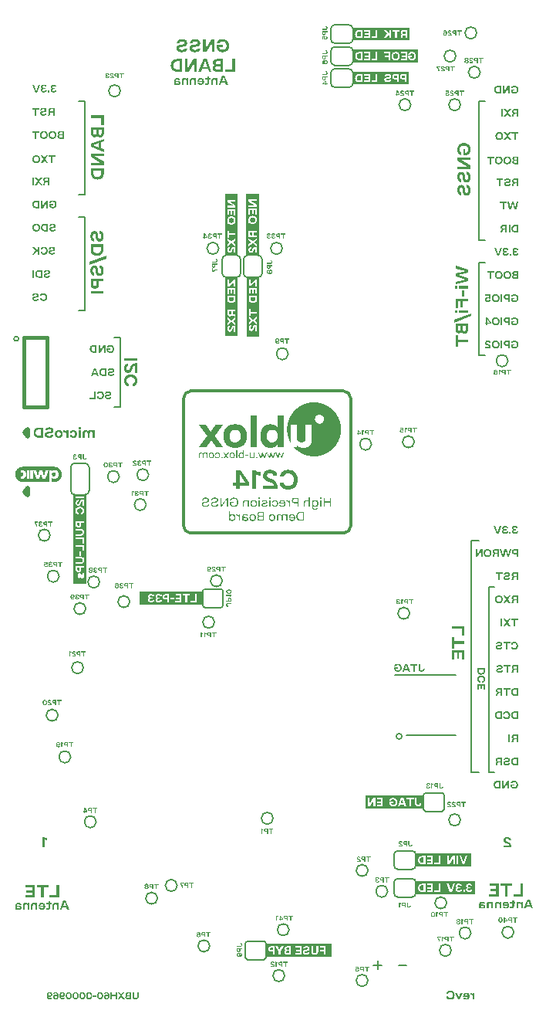
<source format=gbo>
G04*
G04 #@! TF.GenerationSoftware,Altium Limited,Altium Designer,23.1.1 (15)*
G04*
G04 Layer_Color=37055*
%FSLAX44Y44*%
%MOMM*%
G71*
G04*
G04 #@! TF.SameCoordinates,52DFFBC7-DF18-43FC-A01C-1C5016B87F82*
G04*
G04*
G04 #@! TF.FilePolarity,Positive*
G04*
G01*
G75*
%ADD10C,0.2000*%
%ADD12C,0.1270*%
%ADD14C,0.2032*%
%ADD18C,0.1524*%
%ADD19C,0.2056*%
%ADD193C,0.3000*%
%ADD194C,0.4000*%
%ADD195C,0.5000*%
G36*
X234549Y635790D02*
X234499D01*
Y635740D01*
X234449D01*
Y635640D01*
X234399D01*
Y635590D01*
X234349D01*
Y635540D01*
X234298D01*
Y635440D01*
X234248D01*
Y635390D01*
X234198D01*
Y635289D01*
X234148D01*
Y635239D01*
X234098D01*
Y635189D01*
X234048D01*
Y635089D01*
X233998D01*
Y635039D01*
X233948D01*
Y634989D01*
X233898D01*
Y634889D01*
X233848D01*
Y634839D01*
X233798D01*
Y634739D01*
X233748D01*
Y634688D01*
X233697D01*
Y634638D01*
X233647D01*
Y634538D01*
X233597D01*
Y634488D01*
X233547D01*
Y634438D01*
X233497D01*
Y634338D01*
X233447D01*
Y634288D01*
X233397D01*
Y634188D01*
X233347D01*
Y634138D01*
X233297D01*
Y634087D01*
X233247D01*
Y633987D01*
X233197D01*
Y633937D01*
X233147D01*
Y633837D01*
X233097D01*
Y633787D01*
X233046D01*
Y633737D01*
X232996D01*
Y633637D01*
X232946D01*
Y633587D01*
X232896D01*
Y633537D01*
X232846D01*
Y633436D01*
X232796D01*
Y633386D01*
X232746D01*
Y633336D01*
X232696D01*
Y633236D01*
X232646D01*
Y633186D01*
X232596D01*
Y633086D01*
X232546D01*
Y633036D01*
X232495D01*
Y632986D01*
X232445D01*
Y632886D01*
X232395D01*
Y632835D01*
X232345D01*
Y632785D01*
X232295D01*
Y632685D01*
X232245D01*
Y632635D01*
X232195D01*
Y632535D01*
X232145D01*
Y632485D01*
X232095D01*
Y632435D01*
X232045D01*
Y632335D01*
X231995D01*
Y632285D01*
X231945D01*
Y632234D01*
X231894D01*
Y632134D01*
X231844D01*
Y632084D01*
X231794D01*
Y631984D01*
X231744D01*
Y631934D01*
X231694D01*
Y631884D01*
X231644D01*
Y631784D01*
X231594D01*
Y631734D01*
X231544D01*
Y631633D01*
X231494D01*
Y631583D01*
X231444D01*
Y631533D01*
X231394D01*
Y631433D01*
X231344D01*
Y631383D01*
X231294D01*
Y631333D01*
X231243D01*
Y631233D01*
X231193D01*
Y631183D01*
X231143D01*
Y631082D01*
X231093D01*
Y631032D01*
X231043D01*
Y630982D01*
X230993D01*
Y630882D01*
X230943D01*
Y630832D01*
X230893D01*
Y630782D01*
X230843D01*
Y630682D01*
X230793D01*
Y630632D01*
X230743D01*
Y630532D01*
X230693D01*
Y630481D01*
X230642D01*
Y630431D01*
X230592D01*
Y630331D01*
X230542D01*
Y630281D01*
X230492D01*
Y630231D01*
X230442D01*
Y630131D01*
X230392D01*
Y630081D01*
X230342D01*
Y629981D01*
X230292D01*
Y629931D01*
X230242D01*
Y629880D01*
X230192D01*
Y629780D01*
X230142D01*
Y629730D01*
X230091D01*
Y629680D01*
X230041D01*
Y629580D01*
X229991D01*
Y629530D01*
X229941D01*
Y629430D01*
X229891D01*
Y629380D01*
X229841D01*
Y629330D01*
X229791D01*
Y629229D01*
X229741D01*
Y629179D01*
X229691D01*
Y629129D01*
X229641D01*
Y629029D01*
X229591D01*
Y628979D01*
X229541D01*
Y628879D01*
X229491D01*
Y628829D01*
X229440D01*
Y628779D01*
X229390D01*
Y628679D01*
X229340D01*
Y628628D01*
X229290D01*
Y628528D01*
X229240D01*
Y628478D01*
X229190D01*
Y628428D01*
X229140D01*
Y628328D01*
X229090D01*
Y628278D01*
X229040D01*
Y628228D01*
X228990D01*
Y628128D01*
X228940D01*
Y628078D01*
X228890D01*
Y628027D01*
X228839D01*
Y627927D01*
X228789D01*
Y627877D01*
X228739D01*
Y627777D01*
X228689D01*
Y627727D01*
X228639D01*
Y627677D01*
X228589D01*
Y627577D01*
X228539D01*
Y627527D01*
X228489D01*
Y627426D01*
X228439D01*
Y627376D01*
X228389D01*
Y627326D01*
X228339D01*
Y627226D01*
X228288D01*
Y627176D01*
X228238D01*
Y627126D01*
X228188D01*
Y627026D01*
X228138D01*
Y626976D01*
X228088D01*
Y626875D01*
X228038D01*
Y626825D01*
X227988D01*
Y626775D01*
X227938D01*
Y626675D01*
X227888D01*
Y626625D01*
X227838D01*
Y626575D01*
X227788D01*
Y626475D01*
X227738D01*
Y626425D01*
X227687D01*
Y626325D01*
X227637D01*
Y626274D01*
X227587D01*
Y626224D01*
X227537D01*
Y626124D01*
X227487D01*
Y626074D01*
X227437D01*
Y626024D01*
X227387D01*
Y625924D01*
X227337D01*
Y625874D01*
X227287D01*
Y625774D01*
X227237D01*
Y625724D01*
X227187D01*
Y625673D01*
X227137D01*
Y625573D01*
X227087D01*
Y625523D01*
X227036D01*
Y625423D01*
X226986D01*
Y625373D01*
X226936D01*
Y625323D01*
X226886D01*
Y625223D01*
X226836D01*
Y625173D01*
X226786D01*
Y625123D01*
X226736D01*
Y625022D01*
X226686D01*
Y624972D01*
X226636D01*
Y624922D01*
X226586D01*
Y624822D01*
X226536D01*
Y624772D01*
X226486D01*
Y624672D01*
X226435D01*
Y624622D01*
X226385D01*
Y624572D01*
X226335D01*
Y624472D01*
X226285D01*
Y624421D01*
X226235D01*
Y624371D01*
X226185D01*
Y624271D01*
X226135D01*
Y624221D01*
X226085D01*
Y624121D01*
X226035D01*
Y624071D01*
X225985D01*
Y624021D01*
X225935D01*
Y623921D01*
X225884D01*
Y623871D01*
X225834D01*
Y623820D01*
X225784D01*
Y623720D01*
X225734D01*
Y623670D01*
X225684D01*
Y623520D01*
X225734D01*
Y623420D01*
X225784D01*
Y623370D01*
X225834D01*
Y623320D01*
X225884D01*
Y623219D01*
X225935D01*
Y623169D01*
X225985D01*
Y623119D01*
X226035D01*
Y623019D01*
X226085D01*
Y622969D01*
X226135D01*
Y622919D01*
X226185D01*
Y622819D01*
X226235D01*
Y622769D01*
X226285D01*
Y622719D01*
X226335D01*
Y622618D01*
X226385D01*
Y622568D01*
X226435D01*
Y622518D01*
X226486D01*
Y622418D01*
X226536D01*
Y622368D01*
X226586D01*
Y622318D01*
X226636D01*
Y622218D01*
X226686D01*
Y622168D01*
X226736D01*
Y622067D01*
X226786D01*
Y622017D01*
X226836D01*
Y621967D01*
X226886D01*
Y621867D01*
X226936D01*
Y621817D01*
X226986D01*
Y621767D01*
X227036D01*
Y621667D01*
X227087D01*
Y621617D01*
X227137D01*
Y621567D01*
X227187D01*
Y621466D01*
X227237D01*
Y621416D01*
X227287D01*
Y621366D01*
X227337D01*
Y621266D01*
X227387D01*
Y621216D01*
X227437D01*
Y621166D01*
X227487D01*
Y621066D01*
X227537D01*
Y621016D01*
X227587D01*
Y620966D01*
X227637D01*
Y620866D01*
X227687D01*
Y620815D01*
X227738D01*
Y620715D01*
X227788D01*
Y620665D01*
X227838D01*
Y620615D01*
X227888D01*
Y620515D01*
X227938D01*
Y620465D01*
X227988D01*
Y620415D01*
X228038D01*
Y620315D01*
X228088D01*
Y620265D01*
X228138D01*
Y620214D01*
X228188D01*
Y620114D01*
X228238D01*
Y620064D01*
X228288D01*
Y620014D01*
X228339D01*
Y619914D01*
X228389D01*
Y619864D01*
X228439D01*
Y619814D01*
X228489D01*
Y619714D01*
X228539D01*
Y619664D01*
X228589D01*
Y619613D01*
X228639D01*
Y619513D01*
X228689D01*
Y619463D01*
X228739D01*
Y619363D01*
X228789D01*
Y619313D01*
X228839D01*
Y619263D01*
X228890D01*
Y619163D01*
X228940D01*
Y619113D01*
X228990D01*
Y619062D01*
X229040D01*
Y618962D01*
X229090D01*
Y618912D01*
X229140D01*
Y618862D01*
X229190D01*
Y618762D01*
X229240D01*
Y618712D01*
X229290D01*
Y618662D01*
X229340D01*
Y618562D01*
X229390D01*
Y618512D01*
X229440D01*
Y618461D01*
X229491D01*
Y618361D01*
X229541D01*
Y618311D01*
X229591D01*
Y618261D01*
X229641D01*
Y618161D01*
X229691D01*
Y618111D01*
X229741D01*
Y618061D01*
X229791D01*
Y617961D01*
X229841D01*
Y617911D01*
X229891D01*
Y617810D01*
X229941D01*
Y617760D01*
X229991D01*
Y617710D01*
X230041D01*
Y617610D01*
X230091D01*
Y617560D01*
X230142D01*
Y617510D01*
X230192D01*
Y617410D01*
X230242D01*
Y617360D01*
X230292D01*
Y617310D01*
X230342D01*
Y617209D01*
X230392D01*
Y617159D01*
X230442D01*
Y617109D01*
X230492D01*
Y617009D01*
X230542D01*
Y616959D01*
X230592D01*
Y616909D01*
X230642D01*
Y616809D01*
X230693D01*
Y616759D01*
X230743D01*
Y616709D01*
X230793D01*
Y616608D01*
X230843D01*
Y616558D01*
X230893D01*
Y616458D01*
X230943D01*
Y616408D01*
X230993D01*
Y616358D01*
X231043D01*
Y616308D01*
X231093D01*
Y616208D01*
X231143D01*
Y616158D01*
X231193D01*
Y616058D01*
X231243D01*
Y616007D01*
X231294D01*
Y615957D01*
X231344D01*
Y615857D01*
X231394D01*
Y615807D01*
X231444D01*
Y615757D01*
X231494D01*
Y615657D01*
X231544D01*
Y615607D01*
X231594D01*
Y615557D01*
X231644D01*
Y615457D01*
X231694D01*
Y615406D01*
X231744D01*
Y615356D01*
X231794D01*
Y615256D01*
X231844D01*
Y615206D01*
X231894D01*
Y615106D01*
X231945D01*
Y615056D01*
X231995D01*
Y615006D01*
X232045D01*
Y614906D01*
X232095D01*
Y614855D01*
X232145D01*
Y614805D01*
X232195D01*
Y614705D01*
X232245D01*
Y614655D01*
X232295D01*
Y614605D01*
X232345D01*
Y614505D01*
X232395D01*
Y614455D01*
X232445D01*
Y614405D01*
X232495D01*
Y614305D01*
X232546D01*
Y614254D01*
X232596D01*
Y614204D01*
X232646D01*
Y614104D01*
X232696D01*
Y614054D01*
X232746D01*
Y614004D01*
X232796D01*
Y613904D01*
X232846D01*
Y613854D01*
X232896D01*
Y613804D01*
X232946D01*
Y613704D01*
X232996D01*
Y613653D01*
X233046D01*
Y613553D01*
X233097D01*
Y613503D01*
X233147D01*
Y613453D01*
X233197D01*
Y613353D01*
X233247D01*
Y613303D01*
X233297D01*
Y613253D01*
X233347D01*
Y613153D01*
X233397D01*
Y613103D01*
X233447D01*
Y613052D01*
X233497D01*
Y612952D01*
X233547D01*
Y612902D01*
X233597D01*
Y612852D01*
X233647D01*
Y612752D01*
X233697D01*
Y612702D01*
X233748D01*
Y612652D01*
X233798D01*
Y612552D01*
X233848D01*
Y612502D01*
X233898D01*
Y612452D01*
X233948D01*
Y612351D01*
X233998D01*
Y612301D01*
X234048D01*
Y612201D01*
X234098D01*
Y612151D01*
X234148D01*
Y612101D01*
X234198D01*
Y612001D01*
X234248D01*
Y611951D01*
X234298D01*
Y611901D01*
X234349D01*
Y611800D01*
X234399D01*
Y611750D01*
X234449D01*
Y611700D01*
X234499D01*
Y611600D01*
X234549D01*
Y611550D01*
X234599D01*
Y611500D01*
X234649D01*
Y611400D01*
X234699D01*
Y611350D01*
X234749D01*
Y611300D01*
X234799D01*
Y611199D01*
X227287D01*
Y611250D01*
X227237D01*
Y611300D01*
X227187D01*
Y611350D01*
X227137D01*
Y611450D01*
X227087D01*
Y611500D01*
X227036D01*
Y611550D01*
X226986D01*
Y611650D01*
X226936D01*
Y611700D01*
X226886D01*
Y611800D01*
X226836D01*
Y611851D01*
X226786D01*
Y611901D01*
X226736D01*
Y612001D01*
X226686D01*
Y612051D01*
X226636D01*
Y612151D01*
X226586D01*
Y612201D01*
X226536D01*
Y612251D01*
X226486D01*
Y612351D01*
X226435D01*
Y612401D01*
X226385D01*
Y612502D01*
X226335D01*
Y612552D01*
X226285D01*
Y612602D01*
X226235D01*
Y612702D01*
X226185D01*
Y612752D01*
X226135D01*
Y612852D01*
X226085D01*
Y612902D01*
X226035D01*
Y612952D01*
X225985D01*
Y613052D01*
X225935D01*
Y613103D01*
X225884D01*
Y613203D01*
X225834D01*
Y613253D01*
X225784D01*
Y613303D01*
X225734D01*
Y613403D01*
X225684D01*
Y613453D01*
X225634D01*
Y613553D01*
X225584D01*
Y613603D01*
X225534D01*
Y613653D01*
X225484D01*
Y613754D01*
X225434D01*
Y613804D01*
X225384D01*
Y613854D01*
X225334D01*
Y613954D01*
X225284D01*
Y614004D01*
X225233D01*
Y614104D01*
X225183D01*
Y614154D01*
X225133D01*
Y614204D01*
X225083D01*
Y614305D01*
X225033D01*
Y614355D01*
X224983D01*
Y614455D01*
X224933D01*
Y614505D01*
X224883D01*
Y614555D01*
X224833D01*
Y614655D01*
X224783D01*
Y614705D01*
X224733D01*
Y614805D01*
X224683D01*
Y614855D01*
X224632D01*
Y614906D01*
X224582D01*
Y615006D01*
X224532D01*
Y615056D01*
X224482D01*
Y615156D01*
X224432D01*
Y615206D01*
X224382D01*
Y615256D01*
X224332D01*
Y615356D01*
X224282D01*
Y615406D01*
X224232D01*
Y615507D01*
X224182D01*
Y615557D01*
X224132D01*
Y615607D01*
X224081D01*
Y615707D01*
X224031D01*
Y615757D01*
X223981D01*
Y615857D01*
X223931D01*
Y615907D01*
X223881D01*
Y615957D01*
X223831D01*
Y616058D01*
X223781D01*
Y616108D01*
X223731D01*
Y616208D01*
X223681D01*
Y616258D01*
X223631D01*
Y616308D01*
X223581D01*
Y616408D01*
X223531D01*
Y616458D01*
X223480D01*
Y616558D01*
X223430D01*
Y616608D01*
X223380D01*
Y616659D01*
X223330D01*
Y616759D01*
X223280D01*
Y616809D01*
X223230D01*
Y616859D01*
X223180D01*
Y616959D01*
X223130D01*
Y617009D01*
X223080D01*
Y617109D01*
X223030D01*
Y617159D01*
X222980D01*
Y617209D01*
X222930D01*
Y617310D01*
X222880D01*
Y617360D01*
X222829D01*
Y617460D01*
X222779D01*
Y617510D01*
X222729D01*
Y617560D01*
X222679D01*
Y617660D01*
X222629D01*
Y617710D01*
X222579D01*
Y617810D01*
X222529D01*
Y617860D01*
X222479D01*
Y617911D01*
X222429D01*
Y618011D01*
X222379D01*
Y618061D01*
X222329D01*
Y618161D01*
X222278D01*
Y618211D01*
X222228D01*
Y618261D01*
X222178D01*
Y618361D01*
X222128D01*
Y618411D01*
X222078D01*
Y618512D01*
X222028D01*
Y618562D01*
X221978D01*
Y618612D01*
X221928D01*
Y618712D01*
X221878D01*
Y618762D01*
X221828D01*
Y618862D01*
X221728D01*
Y618812D01*
X221677D01*
Y618762D01*
X221627D01*
Y618712D01*
X221577D01*
Y618612D01*
X221527D01*
Y618562D01*
X221477D01*
Y618512D01*
X221427D01*
Y618411D01*
X221377D01*
Y618361D01*
X221327D01*
Y618261D01*
X221277D01*
Y618211D01*
X221227D01*
Y618161D01*
X221177D01*
Y618061D01*
X221127D01*
Y618011D01*
X221077D01*
Y617961D01*
X221026D01*
Y617860D01*
X220976D01*
Y617810D01*
X220926D01*
Y617710D01*
X220876D01*
Y617660D01*
X220826D01*
Y617610D01*
X220776D01*
Y617510D01*
X220726D01*
Y617460D01*
X220676D01*
Y617410D01*
X220626D01*
Y617310D01*
X220576D01*
Y617259D01*
X220526D01*
Y617159D01*
X220476D01*
Y617109D01*
X220425D01*
Y617059D01*
X220375D01*
Y616959D01*
X220325D01*
Y616909D01*
X220275D01*
Y616859D01*
X220225D01*
Y616759D01*
X220175D01*
Y616709D01*
X220125D01*
Y616608D01*
X220075D01*
Y616558D01*
X220025D01*
Y616508D01*
X219975D01*
Y616408D01*
X219925D01*
Y616358D01*
X219874D01*
Y616308D01*
X219824D01*
Y616208D01*
X219774D01*
Y616158D01*
X219724D01*
Y616058D01*
X219674D01*
Y616007D01*
X219624D01*
Y615957D01*
X219574D01*
Y615857D01*
X219524D01*
Y615807D01*
X219474D01*
Y615757D01*
X219424D01*
Y615657D01*
X219374D01*
Y615607D01*
X219324D01*
Y615557D01*
X219273D01*
Y615457D01*
X219223D01*
Y615406D01*
X219173D01*
Y615306D01*
X219123D01*
Y615256D01*
X219073D01*
Y615206D01*
X219023D01*
Y615106D01*
X218973D01*
Y615056D01*
X218923D01*
Y615006D01*
X218873D01*
Y614906D01*
X218823D01*
Y614855D01*
X218773D01*
Y614755D01*
X218723D01*
Y614705D01*
X218673D01*
Y614655D01*
X218622D01*
Y614555D01*
X218572D01*
Y614505D01*
X218522D01*
Y614455D01*
X218472D01*
Y614355D01*
X218422D01*
Y614305D01*
X218372D01*
Y614254D01*
X218322D01*
Y614154D01*
X218272D01*
Y614104D01*
X218222D01*
Y614004D01*
X218172D01*
Y613954D01*
X218122D01*
Y613904D01*
X218071D01*
Y613804D01*
X218021D01*
Y613754D01*
X217971D01*
Y613704D01*
X217921D01*
Y613603D01*
X217871D01*
Y613553D01*
X217821D01*
Y613453D01*
X217771D01*
Y613403D01*
X217721D01*
Y613353D01*
X217671D01*
Y613253D01*
X217621D01*
Y613203D01*
X217571D01*
Y613153D01*
X217521D01*
Y613052D01*
X217470D01*
Y613002D01*
X217420D01*
Y612902D01*
X217370D01*
Y612852D01*
X217320D01*
Y612802D01*
X217270D01*
Y612702D01*
X217220D01*
Y612652D01*
X217170D01*
Y612602D01*
X217120D01*
Y612502D01*
X217070D01*
Y612452D01*
X217020D01*
Y612401D01*
X216970D01*
Y612301D01*
X216920D01*
Y612251D01*
X216870D01*
Y612151D01*
X216819D01*
Y612101D01*
X216769D01*
Y612051D01*
X216719D01*
Y611951D01*
X216669D01*
Y611901D01*
X216619D01*
Y611851D01*
X216569D01*
Y611750D01*
X216519D01*
Y611700D01*
X216469D01*
Y611600D01*
X216419D01*
Y611550D01*
X216369D01*
Y611500D01*
X216319D01*
Y611400D01*
X216269D01*
Y611350D01*
X216218D01*
Y611300D01*
X216168D01*
Y611199D01*
X208155D01*
Y611149D01*
X208105D01*
Y611199D01*
X208005D01*
Y611250D01*
X208055D01*
Y611300D01*
X208105D01*
Y611400D01*
X208155D01*
Y611450D01*
X208205D01*
Y611500D01*
X208255D01*
Y611600D01*
X208305D01*
Y611650D01*
X208355D01*
Y611700D01*
X208405D01*
Y611800D01*
X208456D01*
Y611851D01*
X208506D01*
Y611901D01*
X208556D01*
Y612001D01*
X208606D01*
Y612051D01*
X208656D01*
Y612101D01*
X208706D01*
Y612201D01*
X208756D01*
Y612251D01*
X208806D01*
Y612301D01*
X208856D01*
Y612401D01*
X208906D01*
Y612452D01*
X208956D01*
Y612552D01*
X209006D01*
Y612602D01*
X209056D01*
Y612652D01*
X209107D01*
Y612752D01*
X209157D01*
Y612802D01*
X209207D01*
Y612852D01*
X209257D01*
Y612952D01*
X209307D01*
Y613002D01*
X209357D01*
Y613052D01*
X209407D01*
Y613153D01*
X209457D01*
Y613203D01*
X209507D01*
Y613253D01*
X209557D01*
Y613353D01*
X209607D01*
Y613403D01*
X209657D01*
Y613503D01*
X209708D01*
Y613553D01*
X209758D01*
Y613603D01*
X209808D01*
Y613704D01*
X209858D01*
Y613754D01*
X209908D01*
Y613804D01*
X209958D01*
Y613904D01*
X210008D01*
Y613954D01*
X210058D01*
Y614004D01*
X210108D01*
Y614104D01*
X210158D01*
Y614154D01*
X210208D01*
Y614254D01*
X210259D01*
Y614305D01*
X210309D01*
Y614355D01*
X210359D01*
Y614405D01*
X210409D01*
Y614505D01*
X210459D01*
Y614555D01*
X210509D01*
Y614655D01*
X210559D01*
Y614705D01*
X210609D01*
Y614755D01*
X210659D01*
Y614855D01*
X210709D01*
Y614906D01*
X210759D01*
Y614956D01*
X210809D01*
Y615056D01*
X210860D01*
Y615106D01*
X210910D01*
Y615156D01*
X210960D01*
Y615256D01*
X211010D01*
Y615306D01*
X211060D01*
Y615356D01*
X211110D01*
Y615457D01*
X211160D01*
Y615507D01*
X211210D01*
Y615607D01*
X211260D01*
Y615657D01*
X211310D01*
Y615707D01*
X211360D01*
Y615807D01*
X211410D01*
Y615857D01*
X211460D01*
Y615907D01*
X211511D01*
Y616007D01*
X211561D01*
Y616058D01*
X211611D01*
Y616108D01*
X211661D01*
Y616208D01*
X211711D01*
Y616258D01*
X211761D01*
Y616308D01*
X211811D01*
Y616408D01*
X211861D01*
Y616458D01*
X211911D01*
Y616508D01*
X211961D01*
Y616608D01*
X212011D01*
Y616659D01*
X212062D01*
Y616759D01*
X212112D01*
Y616809D01*
X212162D01*
Y616859D01*
X212212D01*
Y616959D01*
X212262D01*
Y617009D01*
X212312D01*
Y617059D01*
X212362D01*
Y617159D01*
X212412D01*
Y617209D01*
X212462D01*
Y617259D01*
X212512D01*
Y617360D01*
X212562D01*
Y617410D01*
X212612D01*
Y617460D01*
X212663D01*
Y617560D01*
X212713D01*
Y617610D01*
X212763D01*
Y617710D01*
X212813D01*
Y617760D01*
X212863D01*
Y617810D01*
X212913D01*
Y617911D01*
X212963D01*
Y617961D01*
X213013D01*
Y618011D01*
X213063D01*
Y618111D01*
X213113D01*
Y618161D01*
X213163D01*
Y618211D01*
X213213D01*
Y618311D01*
X213263D01*
Y618361D01*
X213314D01*
Y618411D01*
X213364D01*
Y618512D01*
X213414D01*
Y618562D01*
X213464D01*
Y618612D01*
X213514D01*
Y618712D01*
X213564D01*
Y618762D01*
X213614D01*
Y618862D01*
X213664D01*
Y618912D01*
X213714D01*
Y618962D01*
X213764D01*
Y619062D01*
X213814D01*
Y619113D01*
X213864D01*
Y619163D01*
X213915D01*
Y619263D01*
X213965D01*
Y619313D01*
X214015D01*
Y619363D01*
X214065D01*
Y619463D01*
X214115D01*
Y619513D01*
X214165D01*
Y619563D01*
X214215D01*
Y619664D01*
X214265D01*
Y619714D01*
X214315D01*
Y619764D01*
X214365D01*
Y619864D01*
X214415D01*
Y619914D01*
X214466D01*
Y620014D01*
X214516D01*
Y620064D01*
X214566D01*
Y620114D01*
X214616D01*
Y620214D01*
X214666D01*
Y620265D01*
X214716D01*
Y620315D01*
X214766D01*
Y620415D01*
X214816D01*
Y620465D01*
X214866D01*
Y620515D01*
X214916D01*
Y620615D01*
X214966D01*
Y620665D01*
X215016D01*
Y620765D01*
X215067D01*
Y620815D01*
X215117D01*
Y620866D01*
X215167D01*
Y620966D01*
X215217D01*
Y621016D01*
X215267D01*
Y621066D01*
X215317D01*
Y621166D01*
X215367D01*
Y621216D01*
X215417D01*
Y621266D01*
X215467D01*
Y621366D01*
X215517D01*
Y621416D01*
X215567D01*
Y621466D01*
X215617D01*
Y621567D01*
X215667D01*
Y621617D01*
X215718D01*
Y621667D01*
X215768D01*
Y621767D01*
X215818D01*
Y621817D01*
X215868D01*
Y621867D01*
X215918D01*
Y621967D01*
X215968D01*
Y622017D01*
X216018D01*
Y622118D01*
X216068D01*
Y622168D01*
X216118D01*
Y622218D01*
X216168D01*
Y622318D01*
X216218D01*
Y622368D01*
X216269D01*
Y622418D01*
X216319D01*
Y622518D01*
X216369D01*
Y622568D01*
X216419D01*
Y622618D01*
X216469D01*
Y622719D01*
X216519D01*
Y622769D01*
X216569D01*
Y622819D01*
X216619D01*
Y622919D01*
X216669D01*
Y622969D01*
X216719D01*
Y623069D01*
X216769D01*
Y623119D01*
X216819D01*
Y623169D01*
X216870D01*
Y623270D01*
X216920D01*
Y623320D01*
X216970D01*
Y623370D01*
X217020D01*
Y623470D01*
X217070D01*
Y623520D01*
X217120D01*
Y623570D01*
X217170D01*
Y623670D01*
X217120D01*
Y623720D01*
X217070D01*
Y623820D01*
X217020D01*
Y623871D01*
X216970D01*
Y623971D01*
X216920D01*
Y624021D01*
X216870D01*
Y624071D01*
X216819D01*
Y624171D01*
X216769D01*
Y624221D01*
X216719D01*
Y624271D01*
X216669D01*
Y624371D01*
X216619D01*
Y624421D01*
X216569D01*
Y624522D01*
X216519D01*
Y624572D01*
X216469D01*
Y624622D01*
X216419D01*
Y624722D01*
X216369D01*
Y624772D01*
X216319D01*
Y624822D01*
X216269D01*
Y624922D01*
X216218D01*
Y624972D01*
X216168D01*
Y625073D01*
X216118D01*
Y625123D01*
X216068D01*
Y625173D01*
X216018D01*
Y625273D01*
X215968D01*
Y625323D01*
X215918D01*
Y625373D01*
X215868D01*
Y625473D01*
X215818D01*
Y625523D01*
X215768D01*
Y625623D01*
X215718D01*
Y625673D01*
X215667D01*
Y625724D01*
X215617D01*
Y625824D01*
X215567D01*
Y625874D01*
X215517D01*
Y625924D01*
X215467D01*
Y626024D01*
X215417D01*
Y626074D01*
X215367D01*
Y626124D01*
X215317D01*
Y626224D01*
X215267D01*
Y626274D01*
X215217D01*
Y626375D01*
X215167D01*
Y626425D01*
X215117D01*
Y626475D01*
X215067D01*
Y626575D01*
X215016D01*
Y626625D01*
X214966D01*
Y626675D01*
X214916D01*
Y626775D01*
X214866D01*
Y626825D01*
X214816D01*
Y626926D01*
X214766D01*
Y626976D01*
X214716D01*
Y627026D01*
X214666D01*
Y627126D01*
X214616D01*
Y627176D01*
X214566D01*
Y627226D01*
X214516D01*
Y627326D01*
X214466D01*
Y627376D01*
X214415D01*
Y627477D01*
X214365D01*
Y627527D01*
X214315D01*
Y627577D01*
X214265D01*
Y627677D01*
X214215D01*
Y627727D01*
X214165D01*
Y627777D01*
X214115D01*
Y627877D01*
X214065D01*
Y627927D01*
X214015D01*
Y628027D01*
X213965D01*
Y628078D01*
X213915D01*
Y628128D01*
X213864D01*
Y628228D01*
X213814D01*
Y628278D01*
X213764D01*
Y628328D01*
X213714D01*
Y628428D01*
X213664D01*
Y628478D01*
X213614D01*
Y628528D01*
X213564D01*
Y628628D01*
X213514D01*
Y628679D01*
X213464D01*
Y628779D01*
X213414D01*
Y628829D01*
X213364D01*
Y628879D01*
X213314D01*
Y628979D01*
X213263D01*
Y629029D01*
X213213D01*
Y629079D01*
X213163D01*
Y629179D01*
X213113D01*
Y629229D01*
X213063D01*
Y629330D01*
X213013D01*
Y629380D01*
X212963D01*
Y629430D01*
X212913D01*
Y629530D01*
X212863D01*
Y629580D01*
X212813D01*
Y629630D01*
X212763D01*
Y629730D01*
X212713D01*
Y629780D01*
X212663D01*
Y629880D01*
X212612D01*
Y629931D01*
X212562D01*
Y629981D01*
X212512D01*
Y630081D01*
X212462D01*
Y630131D01*
X212412D01*
Y630181D01*
X212362D01*
Y630281D01*
X212312D01*
Y630331D01*
X212262D01*
Y630431D01*
X212212D01*
Y630481D01*
X212162D01*
Y630532D01*
X212112D01*
Y630632D01*
X212062D01*
Y630682D01*
X212011D01*
Y630732D01*
X211961D01*
Y630832D01*
X211911D01*
Y630882D01*
X211861D01*
Y630982D01*
X211811D01*
Y631032D01*
X211761D01*
Y631082D01*
X211711D01*
Y631183D01*
X211661D01*
Y631233D01*
X211611D01*
Y631283D01*
X211561D01*
Y631383D01*
X211511D01*
Y631433D01*
X211460D01*
Y631483D01*
X211410D01*
Y631583D01*
X211360D01*
Y631633D01*
X211310D01*
Y631734D01*
X211260D01*
Y631784D01*
X211210D01*
Y631834D01*
X211160D01*
Y631934D01*
X211110D01*
Y631984D01*
X211060D01*
Y632034D01*
X211010D01*
Y632134D01*
X210960D01*
Y632184D01*
X210910D01*
Y632234D01*
X210860D01*
Y632335D01*
X210809D01*
Y632385D01*
X210759D01*
Y632485D01*
X210709D01*
Y632535D01*
X210659D01*
Y632585D01*
X210609D01*
Y632685D01*
X210559D01*
Y632735D01*
X210509D01*
Y632835D01*
X210459D01*
Y632886D01*
X210409D01*
Y632936D01*
X210359D01*
Y633036D01*
X210309D01*
Y633086D01*
X210259D01*
Y633136D01*
X210208D01*
Y633236D01*
X210158D01*
Y633286D01*
X210108D01*
Y633386D01*
X210058D01*
Y633436D01*
X210008D01*
Y633487D01*
X209958D01*
Y633587D01*
X209908D01*
Y633637D01*
X209858D01*
Y633687D01*
X209808D01*
Y633787D01*
X209758D01*
Y633837D01*
X209708D01*
Y633887D01*
X209657D01*
Y633987D01*
X209607D01*
Y634037D01*
X209557D01*
Y634138D01*
X209507D01*
Y634188D01*
X209457D01*
Y634238D01*
X209407D01*
Y634338D01*
X209357D01*
Y634388D01*
X209307D01*
Y634438D01*
X209257D01*
Y634538D01*
X209207D01*
Y634588D01*
X209157D01*
Y634638D01*
X209107D01*
Y634739D01*
X209056D01*
Y634789D01*
X209006D01*
Y634889D01*
X208956D01*
Y634939D01*
X208906D01*
Y634989D01*
X208856D01*
Y635089D01*
X208806D01*
Y635139D01*
X208756D01*
Y635239D01*
X208706D01*
Y635289D01*
X208656D01*
Y635340D01*
X208606D01*
Y635440D01*
X208556D01*
Y635490D01*
X208506D01*
Y635540D01*
X208456D01*
Y635640D01*
X208405D01*
Y635690D01*
X208355D01*
Y635790D01*
X208305D01*
Y635840D01*
X215768D01*
Y635740D01*
X215818D01*
Y635690D01*
X215868D01*
Y635640D01*
X215918D01*
Y635540D01*
X215968D01*
Y635490D01*
X216018D01*
Y635390D01*
X216068D01*
Y635340D01*
X216118D01*
Y635289D01*
X216168D01*
Y635189D01*
X216218D01*
Y635139D01*
X216269D01*
Y635039D01*
X216319D01*
Y634989D01*
X216369D01*
Y634939D01*
X216419D01*
Y634839D01*
X216469D01*
Y634789D01*
X216519D01*
Y634688D01*
X216569D01*
Y634638D01*
X216619D01*
Y634588D01*
X216669D01*
Y634488D01*
X216719D01*
Y634438D01*
X216769D01*
Y634338D01*
X216819D01*
Y634288D01*
X216870D01*
Y634238D01*
X216920D01*
Y634138D01*
X216970D01*
Y634087D01*
X217020D01*
Y633987D01*
X217070D01*
Y633937D01*
X217120D01*
Y633887D01*
X217170D01*
Y633787D01*
X217220D01*
Y633737D01*
X217270D01*
Y633637D01*
X217320D01*
Y633587D01*
X217370D01*
Y633537D01*
X217420D01*
Y633436D01*
X217470D01*
Y633386D01*
X217521D01*
Y633286D01*
X217571D01*
Y633236D01*
X217621D01*
Y633186D01*
X217671D01*
Y633086D01*
X217721D01*
Y633036D01*
X217771D01*
Y632936D01*
X217821D01*
Y632886D01*
X217871D01*
Y632835D01*
X217921D01*
Y632735D01*
X217971D01*
Y632685D01*
X218021D01*
Y632585D01*
X218071D01*
Y632535D01*
X218122D01*
Y632485D01*
X218172D01*
Y632385D01*
X218222D01*
Y632335D01*
X218272D01*
Y632234D01*
X218322D01*
Y632184D01*
X218372D01*
Y632134D01*
X218422D01*
Y632034D01*
X218472D01*
Y631984D01*
X218522D01*
Y631934D01*
X218572D01*
Y631834D01*
X218622D01*
Y631784D01*
X218673D01*
Y631684D01*
X218723D01*
Y631633D01*
X218773D01*
Y631583D01*
X218823D01*
Y631483D01*
X218873D01*
Y631433D01*
X218923D01*
Y631333D01*
X218973D01*
Y631283D01*
X219023D01*
Y631233D01*
X219073D01*
Y631133D01*
X219123D01*
Y631082D01*
X219173D01*
Y630982D01*
X219223D01*
Y630932D01*
X219273D01*
Y630882D01*
X219324D01*
Y630782D01*
X219374D01*
Y630732D01*
X219424D01*
Y630632D01*
X219474D01*
Y630582D01*
X219524D01*
Y630532D01*
X219574D01*
Y630431D01*
X219624D01*
Y630381D01*
X219674D01*
Y630281D01*
X219724D01*
Y630231D01*
X219774D01*
Y630181D01*
X219824D01*
Y630081D01*
X219874D01*
Y630031D01*
X219925D01*
Y629981D01*
X219975D01*
Y629880D01*
X220025D01*
Y629830D01*
X220075D01*
Y629730D01*
X220125D01*
Y629680D01*
X220175D01*
Y629580D01*
X220225D01*
Y629530D01*
X220275D01*
Y629480D01*
X220325D01*
Y629380D01*
X220375D01*
Y629330D01*
X220425D01*
Y629229D01*
X220476D01*
Y629179D01*
X220526D01*
Y629129D01*
X220576D01*
Y629029D01*
X220626D01*
Y628979D01*
X220676D01*
Y628879D01*
X220726D01*
Y628829D01*
X220776D01*
Y628779D01*
X220826D01*
Y628679D01*
X220876D01*
Y628628D01*
X220926D01*
Y628528D01*
X220976D01*
Y628478D01*
X221026D01*
Y628428D01*
X221077D01*
Y628328D01*
X221177D01*
Y628428D01*
X221227D01*
Y628478D01*
X221277D01*
Y628578D01*
X221327D01*
Y628628D01*
X221377D01*
Y628679D01*
X221427D01*
Y628779D01*
X221477D01*
Y628829D01*
X221527D01*
Y628929D01*
X221577D01*
Y628979D01*
X221627D01*
Y629079D01*
X221677D01*
Y629129D01*
X221728D01*
Y629179D01*
X221778D01*
Y629280D01*
X221828D01*
Y629330D01*
X221878D01*
Y629430D01*
X221928D01*
Y629480D01*
X221978D01*
Y629530D01*
X222028D01*
Y629630D01*
X222078D01*
Y629680D01*
X222128D01*
Y629780D01*
X222178D01*
Y629830D01*
X222228D01*
Y629931D01*
X222278D01*
Y629981D01*
X222329D01*
Y630031D01*
X222379D01*
Y630131D01*
X222429D01*
Y630181D01*
X222479D01*
Y630231D01*
X222529D01*
Y630331D01*
X222579D01*
Y630381D01*
X222629D01*
Y630481D01*
X222679D01*
Y630532D01*
X222729D01*
Y630632D01*
X222779D01*
Y630682D01*
X222829D01*
Y630732D01*
X222880D01*
Y630832D01*
X222930D01*
Y630882D01*
X222980D01*
Y630982D01*
X223030D01*
Y631032D01*
X223080D01*
Y631082D01*
X223130D01*
Y631183D01*
X223180D01*
Y631233D01*
X223230D01*
Y631333D01*
X223280D01*
Y631383D01*
X223330D01*
Y631433D01*
X223380D01*
Y631533D01*
X223430D01*
Y631583D01*
X223480D01*
Y631684D01*
X223531D01*
Y631734D01*
X223581D01*
Y631784D01*
X223631D01*
Y631884D01*
X223681D01*
Y631934D01*
X223731D01*
Y632034D01*
X223781D01*
Y632084D01*
X223831D01*
Y632184D01*
X223881D01*
Y632234D01*
X223931D01*
Y632285D01*
X223981D01*
Y632385D01*
X224031D01*
Y632435D01*
X224081D01*
Y632535D01*
X224132D01*
Y632585D01*
X224182D01*
Y632635D01*
X224232D01*
Y632735D01*
X224282D01*
Y632785D01*
X224332D01*
Y632886D01*
X224382D01*
Y632936D01*
X224432D01*
Y632986D01*
X224482D01*
Y633086D01*
X224532D01*
Y633136D01*
X224582D01*
Y633236D01*
X224632D01*
Y633286D01*
X224683D01*
Y633336D01*
X224733D01*
Y633436D01*
X224783D01*
Y633487D01*
X224833D01*
Y633587D01*
X224883D01*
Y633637D01*
X224933D01*
Y633737D01*
X224983D01*
Y633787D01*
X225033D01*
Y633837D01*
X225083D01*
Y633937D01*
X225133D01*
Y633987D01*
X225183D01*
Y634087D01*
X225233D01*
Y634138D01*
X225284D01*
Y634188D01*
X225334D01*
Y634288D01*
X225384D01*
Y634338D01*
X225434D01*
Y634438D01*
X225484D01*
Y634488D01*
X225534D01*
Y634538D01*
X225584D01*
Y634638D01*
X225634D01*
Y634688D01*
X225684D01*
Y634789D01*
X225734D01*
Y634839D01*
X225784D01*
Y634889D01*
X225834D01*
Y634989D01*
X225884D01*
Y635039D01*
X225935D01*
Y635139D01*
X225985D01*
Y635189D01*
X226035D01*
Y635289D01*
X226085D01*
Y635340D01*
X226135D01*
Y635390D01*
X226185D01*
Y635490D01*
X226235D01*
Y635540D01*
X226285D01*
Y635640D01*
X226335D01*
Y635690D01*
X226385D01*
Y635740D01*
X226435D01*
Y635840D01*
X234549D01*
Y635790D01*
D02*
G37*
G36*
X49257Y583739D02*
X49370D01*
Y583701D01*
X49521D01*
Y583664D01*
X49597D01*
Y583626D01*
X49710D01*
Y583588D01*
X49785D01*
Y583550D01*
X49861D01*
Y583512D01*
X49899D01*
Y583475D01*
X49974D01*
Y583437D01*
X50012D01*
Y583399D01*
X50087D01*
Y583361D01*
X50125D01*
Y583324D01*
X50163D01*
Y583286D01*
X50201D01*
Y583248D01*
X50239D01*
Y583210D01*
X50276D01*
Y583172D01*
X50314D01*
Y583135D01*
X50352D01*
Y583097D01*
X50390D01*
Y583021D01*
X50427D01*
Y582984D01*
X50465D01*
Y582946D01*
X50503D01*
Y582870D01*
X50541D01*
Y582795D01*
X50579D01*
Y582757D01*
X50616D01*
Y582644D01*
X50654D01*
Y582568D01*
X50692D01*
Y582455D01*
X50730D01*
Y582379D01*
X50767D01*
Y582266D01*
X50805D01*
Y582115D01*
X50843D01*
Y581926D01*
X50881D01*
Y580906D01*
X50843D01*
Y580755D01*
X50805D01*
Y580566D01*
X50767D01*
Y580453D01*
X50730D01*
Y580340D01*
X50692D01*
Y580226D01*
X50654D01*
Y580189D01*
X50616D01*
Y580075D01*
X50579D01*
Y580037D01*
X50541D01*
Y579962D01*
X50503D01*
Y579886D01*
X50465D01*
Y579849D01*
X50427D01*
Y579811D01*
X50390D01*
Y579735D01*
X50352D01*
Y579697D01*
X50314D01*
Y579660D01*
X50276D01*
Y579622D01*
X50239D01*
Y579584D01*
X50201D01*
Y579546D01*
X50163D01*
Y579509D01*
X50125D01*
Y579471D01*
X50087D01*
Y579433D01*
X50012D01*
Y579395D01*
X49974D01*
Y579358D01*
X49899D01*
Y579320D01*
X49861D01*
Y579282D01*
X49785D01*
Y579244D01*
X49710D01*
Y579207D01*
X49597D01*
Y579169D01*
X49521D01*
Y579131D01*
X49370D01*
Y579093D01*
X49219D01*
Y579055D01*
X48463D01*
Y579093D01*
X48312D01*
Y579131D01*
X48161D01*
Y579169D01*
X48086D01*
Y579207D01*
X47972D01*
Y579244D01*
X47897D01*
Y579282D01*
X47821D01*
Y579320D01*
X47783D01*
Y579358D01*
X47708D01*
Y579395D01*
X47670D01*
Y579433D01*
X47595D01*
Y579471D01*
X47557D01*
Y579509D01*
X47519D01*
Y579546D01*
X47481D01*
Y579584D01*
X47443D01*
Y579622D01*
X47406D01*
Y579660D01*
X47368D01*
Y579697D01*
X47330D01*
Y579773D01*
X47292D01*
Y579811D01*
X47255D01*
Y579849D01*
X47217D01*
Y579924D01*
X47179D01*
Y579962D01*
X47141D01*
Y580037D01*
X47104D01*
Y580113D01*
X47066D01*
Y580189D01*
X47028D01*
Y580264D01*
X46990D01*
Y580340D01*
X46953D01*
Y580491D01*
X46915D01*
Y580604D01*
X46877D01*
Y580793D01*
X46839D01*
Y580982D01*
X46801D01*
Y581851D01*
X46839D01*
Y582077D01*
X46877D01*
Y582228D01*
X46915D01*
Y582341D01*
X46953D01*
Y582493D01*
X46990D01*
Y582568D01*
X47028D01*
Y582644D01*
X47066D01*
Y582757D01*
X47104D01*
Y582795D01*
X47141D01*
Y582870D01*
X47179D01*
Y582946D01*
X47217D01*
Y582984D01*
X47255D01*
Y583021D01*
X47292D01*
Y583097D01*
X47330D01*
Y583135D01*
X47368D01*
Y583172D01*
X47406D01*
Y583210D01*
X47443D01*
Y583248D01*
X47481D01*
Y583286D01*
X47519D01*
Y583324D01*
X47557D01*
Y583361D01*
X47595D01*
Y583399D01*
X47670D01*
Y583437D01*
X47708D01*
Y583475D01*
X47783D01*
Y583512D01*
X47821D01*
Y583550D01*
X47897D01*
Y583588D01*
X47972D01*
Y583626D01*
X48048D01*
Y583664D01*
X48161D01*
Y583701D01*
X48312D01*
Y583739D01*
X48463D01*
Y583777D01*
X49257D01*
Y583739D01*
D02*
G37*
G36*
X49936Y589782D02*
X50239D01*
Y589745D01*
X50616D01*
Y589707D01*
X50805D01*
Y589669D01*
X50994D01*
Y589631D01*
X51221D01*
Y589594D01*
X51334D01*
Y589556D01*
X51523D01*
Y589518D01*
X51598D01*
Y589480D01*
X51787D01*
Y589443D01*
X51901D01*
Y589405D01*
X51976D01*
Y589367D01*
X52127D01*
Y589329D01*
X52203D01*
Y589291D01*
X52316D01*
Y589254D01*
X52392D01*
Y589216D01*
X52505D01*
Y589178D01*
X52618D01*
Y589140D01*
X52694D01*
Y589103D01*
X52769D01*
Y589065D01*
X52845D01*
Y589027D01*
X52920D01*
Y588989D01*
X52996D01*
Y588952D01*
X53071D01*
Y588914D01*
X53185D01*
Y588876D01*
X53223D01*
Y588838D01*
X53298D01*
Y588801D01*
X53374D01*
Y588763D01*
X53449D01*
Y588725D01*
X53487D01*
Y588687D01*
X53562D01*
Y588649D01*
X53638D01*
Y588612D01*
X53676D01*
Y588574D01*
X53751D01*
Y588536D01*
X53827D01*
Y588498D01*
X53865D01*
Y588461D01*
X53940D01*
Y588423D01*
X53978D01*
Y588385D01*
X54054D01*
Y588347D01*
X54091D01*
Y588309D01*
X54167D01*
Y588272D01*
X54205D01*
Y588234D01*
X54242D01*
Y588196D01*
X54318D01*
Y588158D01*
X54356D01*
Y588121D01*
X54394D01*
Y588083D01*
X54469D01*
Y588045D01*
X54507D01*
Y588007D01*
X54545D01*
Y587970D01*
X54582D01*
Y587932D01*
X54658D01*
Y587894D01*
X54696D01*
Y587856D01*
X54733D01*
Y587818D01*
X54771D01*
Y587781D01*
X54809D01*
Y587743D01*
X54847D01*
Y587705D01*
X54885D01*
Y587667D01*
X54960D01*
Y587630D01*
X54998D01*
Y587592D01*
X55036D01*
Y587554D01*
X55073D01*
Y587516D01*
X55111D01*
Y587478D01*
X55149D01*
Y587441D01*
X55187D01*
Y587403D01*
X55224D01*
Y587365D01*
X55262D01*
Y587327D01*
X55300D01*
Y587290D01*
X55338D01*
Y587252D01*
X55376D01*
Y587214D01*
X55413D01*
Y587176D01*
X55451D01*
Y587138D01*
X55489D01*
Y587063D01*
X55527D01*
Y587025D01*
X55564D01*
Y586987D01*
X55602D01*
Y586950D01*
X55640D01*
Y586912D01*
X55678D01*
Y586874D01*
X55715D01*
Y586836D01*
X55753D01*
Y586761D01*
X55791D01*
Y586723D01*
X55829D01*
Y586685D01*
X55867D01*
Y586610D01*
X55904D01*
Y586572D01*
X55942D01*
Y586534D01*
X55980D01*
Y586496D01*
X56018D01*
Y586421D01*
X56055D01*
Y586383D01*
X56093D01*
Y586345D01*
X56131D01*
Y586270D01*
X56169D01*
Y586232D01*
X56206D01*
Y586157D01*
X56244D01*
Y586119D01*
X56282D01*
Y586043D01*
X56320D01*
Y586005D01*
X56358D01*
Y585930D01*
X56395D01*
Y585854D01*
X56433D01*
Y585816D01*
X56471D01*
Y585741D01*
X56509D01*
Y585665D01*
X56547D01*
Y585628D01*
X56584D01*
Y585552D01*
X56622D01*
Y585477D01*
X56660D01*
Y585401D01*
X56698D01*
Y585326D01*
X56735D01*
Y585250D01*
X56773D01*
Y585174D01*
X56811D01*
Y585137D01*
X56849D01*
Y585023D01*
X56886D01*
Y584948D01*
X56924D01*
Y584872D01*
X56962D01*
Y584759D01*
X57000D01*
Y584683D01*
X57038D01*
Y584570D01*
X57075D01*
Y584532D01*
X57113D01*
Y584381D01*
X57151D01*
Y584306D01*
X57189D01*
Y584192D01*
X57226D01*
Y584041D01*
X57264D01*
Y583966D01*
X57302D01*
Y583777D01*
X57340D01*
Y583701D01*
X57377D01*
Y583512D01*
X57415D01*
Y583361D01*
X57453D01*
Y583210D01*
X57491D01*
Y582984D01*
X57529D01*
Y582795D01*
X57566D01*
Y582417D01*
X57604D01*
Y582039D01*
X57642D01*
Y581020D01*
X57604D01*
Y580642D01*
X57566D01*
Y580264D01*
X57529D01*
Y580113D01*
X57491D01*
Y579849D01*
X57453D01*
Y579697D01*
X57415D01*
Y579584D01*
X57377D01*
Y579395D01*
X57340D01*
Y579282D01*
X57302D01*
Y579131D01*
X57264D01*
Y579018D01*
X57226D01*
Y578904D01*
X57189D01*
Y578791D01*
X57151D01*
Y578716D01*
X57113D01*
Y578564D01*
X57075D01*
Y578527D01*
X57038D01*
Y578376D01*
X57000D01*
Y578300D01*
X56962D01*
Y578224D01*
X56924D01*
Y578111D01*
X56886D01*
Y578073D01*
X56849D01*
Y577960D01*
X56811D01*
Y577884D01*
X56773D01*
Y577809D01*
X56735D01*
Y577733D01*
X56698D01*
Y577696D01*
X56660D01*
Y577582D01*
X56622D01*
Y577545D01*
X56584D01*
Y577469D01*
X56547D01*
Y577393D01*
X56509D01*
Y577356D01*
X56471D01*
Y577280D01*
X56433D01*
Y577205D01*
X56395D01*
Y577129D01*
X56358D01*
Y577091D01*
X56320D01*
Y577016D01*
X56282D01*
Y576978D01*
X56244D01*
Y576940D01*
X56206D01*
Y576865D01*
X56169D01*
Y576827D01*
X56131D01*
Y576751D01*
X56093D01*
Y576714D01*
X56055D01*
Y576638D01*
X56018D01*
Y576600D01*
X55980D01*
Y576562D01*
X55942D01*
Y576487D01*
X55904D01*
Y576449D01*
X55867D01*
Y576411D01*
X55829D01*
Y576374D01*
X55791D01*
Y576298D01*
X55753D01*
Y576260D01*
X55715D01*
Y576222D01*
X55678D01*
Y576185D01*
X55640D01*
Y576147D01*
X55602D01*
Y576072D01*
X55564D01*
Y576034D01*
X55527D01*
Y575996D01*
X55489D01*
Y575958D01*
X55451D01*
Y575920D01*
X55413D01*
Y575883D01*
X55376D01*
Y575845D01*
X55338D01*
Y575807D01*
X55300D01*
Y575769D01*
X55262D01*
Y575732D01*
X55224D01*
Y575694D01*
X55187D01*
Y575656D01*
X55149D01*
Y575618D01*
X55111D01*
Y575580D01*
X55073D01*
Y575543D01*
X55036D01*
Y575505D01*
X54998D01*
Y575467D01*
X54960D01*
Y575429D01*
X54922D01*
Y575392D01*
X54885D01*
Y575354D01*
X54847D01*
Y575316D01*
X54771D01*
Y575278D01*
X54733D01*
Y575241D01*
X54696D01*
Y575203D01*
X54658D01*
Y575165D01*
X54620D01*
Y575127D01*
X54545D01*
Y575089D01*
X54507D01*
Y575052D01*
X54469D01*
Y575014D01*
X54431D01*
Y574976D01*
X54356D01*
Y574938D01*
X54318D01*
Y574901D01*
X54280D01*
Y574863D01*
X54205D01*
Y574825D01*
X54167D01*
Y574787D01*
X54091D01*
Y574749D01*
X54054D01*
Y574712D01*
X54016D01*
Y574674D01*
X53940D01*
Y574636D01*
X53903D01*
Y574598D01*
X53827D01*
Y574561D01*
X53789D01*
Y574523D01*
X53714D01*
Y574485D01*
X53638D01*
Y574447D01*
X53600D01*
Y574409D01*
X53525D01*
Y574372D01*
X53449D01*
Y574334D01*
X53374D01*
Y574296D01*
X53336D01*
Y574258D01*
X53260D01*
Y574221D01*
X53185D01*
Y574183D01*
X53109D01*
Y574145D01*
X53034D01*
Y574107D01*
X52958D01*
Y574070D01*
X52883D01*
Y574032D01*
X52807D01*
Y573994D01*
X52731D01*
Y573956D01*
X52618D01*
Y573918D01*
X52543D01*
Y573881D01*
X52429D01*
Y573843D01*
X52354D01*
Y573805D01*
X52241D01*
Y573767D01*
X52127D01*
Y573730D01*
X52052D01*
Y573692D01*
X51901D01*
Y573654D01*
X51825D01*
Y573616D01*
X51636D01*
Y573578D01*
X51561D01*
Y573541D01*
X51410D01*
Y573503D01*
X51221D01*
Y573465D01*
X51107D01*
Y573428D01*
X50843D01*
Y573390D01*
X50692D01*
Y573352D01*
X50352D01*
Y573314D01*
X50012D01*
Y573276D01*
X46801D01*
Y577733D01*
X46764D01*
Y577771D01*
X46801D01*
Y577847D01*
X46839D01*
Y577809D01*
X46877D01*
Y577771D01*
X46915D01*
Y577733D01*
X46953D01*
Y577696D01*
X46990D01*
Y577658D01*
X47028D01*
Y577582D01*
X47066D01*
Y577545D01*
X47104D01*
Y577507D01*
X47179D01*
Y577469D01*
X47217D01*
Y577431D01*
X47255D01*
Y577393D01*
X47292D01*
Y577356D01*
X47330D01*
Y577318D01*
X47368D01*
Y577280D01*
X47406D01*
Y577242D01*
X47481D01*
Y577205D01*
X47519D01*
Y577167D01*
X47557D01*
Y577129D01*
X47632D01*
Y577091D01*
X47708D01*
Y577053D01*
X47746D01*
Y577016D01*
X47821D01*
Y576978D01*
X47897D01*
Y576940D01*
X47972D01*
Y576902D01*
X48048D01*
Y576865D01*
X48123D01*
Y576827D01*
X48237D01*
Y576789D01*
X48312D01*
Y576751D01*
X48463D01*
Y576714D01*
X48539D01*
Y576676D01*
X48766D01*
Y576638D01*
X48879D01*
Y576600D01*
X49219D01*
Y576562D01*
X50050D01*
Y576600D01*
X50427D01*
Y576638D01*
X50579D01*
Y576676D01*
X50805D01*
Y576714D01*
X50918D01*
Y576751D01*
X51070D01*
Y576789D01*
X51183D01*
Y576827D01*
X51258D01*
Y576865D01*
X51372D01*
Y576902D01*
X51447D01*
Y576940D01*
X51561D01*
Y576978D01*
X51636D01*
Y577016D01*
X51712D01*
Y577053D01*
X51787D01*
Y577091D01*
X51825D01*
Y577129D01*
X51901D01*
Y577167D01*
X51976D01*
Y577205D01*
X52014D01*
Y577242D01*
X52089D01*
Y577280D01*
X52127D01*
Y577318D01*
X52203D01*
Y577356D01*
X52241D01*
Y577393D01*
X52316D01*
Y577431D01*
X52354D01*
Y577469D01*
X52392D01*
Y577507D01*
X52429D01*
Y577545D01*
X52505D01*
Y577582D01*
X52543D01*
Y577620D01*
X52580D01*
Y577658D01*
X52618D01*
Y577696D01*
X52656D01*
Y577733D01*
X52694D01*
Y577771D01*
X52731D01*
Y577809D01*
X52769D01*
Y577847D01*
X52807D01*
Y577884D01*
X52845D01*
Y577922D01*
X52883D01*
Y577960D01*
X52920D01*
Y578036D01*
X52958D01*
Y578073D01*
X52996D01*
Y578111D01*
X53034D01*
Y578149D01*
X53071D01*
Y578224D01*
X53109D01*
Y578262D01*
X53147D01*
Y578300D01*
X53185D01*
Y578376D01*
X53223D01*
Y578413D01*
X53260D01*
Y578489D01*
X53298D01*
Y578527D01*
X53336D01*
Y578602D01*
X53374D01*
Y578678D01*
X53411D01*
Y578753D01*
X53449D01*
Y578791D01*
X53487D01*
Y578867D01*
X53525D01*
Y578980D01*
X53562D01*
Y579018D01*
X53600D01*
Y579131D01*
X53638D01*
Y579207D01*
X53676D01*
Y579320D01*
X53714D01*
Y579433D01*
X53751D01*
Y579509D01*
X53789D01*
Y579660D01*
X53827D01*
Y579773D01*
X53865D01*
Y579962D01*
X53903D01*
Y580075D01*
X53940D01*
Y580264D01*
X53978D01*
Y580491D01*
X54016D01*
Y580755D01*
X54054D01*
Y582266D01*
X54016D01*
Y582493D01*
X53978D01*
Y582757D01*
X53940D01*
Y582908D01*
X53903D01*
Y583021D01*
X53865D01*
Y583210D01*
X53827D01*
Y583324D01*
X53789D01*
Y583475D01*
X53751D01*
Y583550D01*
X53714D01*
Y583626D01*
X53676D01*
Y583777D01*
X53638D01*
Y583815D01*
X53600D01*
Y583928D01*
X53562D01*
Y584003D01*
X53525D01*
Y584079D01*
X53487D01*
Y584155D01*
X53449D01*
Y584230D01*
X53411D01*
Y584306D01*
X53374D01*
Y584343D01*
X53336D01*
Y584419D01*
X53298D01*
Y584457D01*
X53260D01*
Y584532D01*
X53223D01*
Y584608D01*
X53185D01*
Y584646D01*
X53147D01*
Y584683D01*
X53109D01*
Y584759D01*
X53071D01*
Y584797D01*
X53034D01*
Y584835D01*
X52996D01*
Y584872D01*
X52958D01*
Y584948D01*
X52920D01*
Y584986D01*
X52883D01*
Y585023D01*
X52845D01*
Y585061D01*
X52807D01*
Y585099D01*
X52769D01*
Y585137D01*
X52731D01*
Y585174D01*
X52694D01*
Y585212D01*
X52656D01*
Y585250D01*
X52618D01*
Y585288D01*
X52580D01*
Y585326D01*
X52543D01*
Y585363D01*
X52505D01*
Y585401D01*
X52429D01*
Y585439D01*
X52392D01*
Y585477D01*
X52354D01*
Y585514D01*
X52316D01*
Y585552D01*
X52241D01*
Y585590D01*
X52165D01*
Y585628D01*
X52127D01*
Y585665D01*
X52089D01*
Y585703D01*
X52014D01*
Y585741D01*
X51938D01*
Y585779D01*
X51863D01*
Y585816D01*
X51825D01*
Y585854D01*
X51712D01*
Y585892D01*
X51674D01*
Y585930D01*
X51598D01*
Y585968D01*
X51485D01*
Y586005D01*
X51410D01*
Y586043D01*
X51296D01*
Y586081D01*
X51221D01*
Y586119D01*
X51070D01*
Y586157D01*
X50956D01*
Y586194D01*
X50843D01*
Y586232D01*
X50616D01*
Y586270D01*
X50465D01*
Y586307D01*
X50012D01*
Y586345D01*
X49370D01*
Y586307D01*
X48954D01*
Y586270D01*
X48841D01*
Y586232D01*
X48652D01*
Y586194D01*
X48501D01*
Y586157D01*
X48426D01*
Y586119D01*
X48274D01*
Y586081D01*
X48199D01*
Y586043D01*
X48086D01*
Y586005D01*
X48010D01*
Y585968D01*
X47972D01*
Y585930D01*
X47859D01*
Y585892D01*
X47821D01*
Y585854D01*
X47746D01*
Y585816D01*
X47670D01*
Y585779D01*
X47632D01*
Y585741D01*
X47557D01*
Y585703D01*
X47519D01*
Y585665D01*
X47443D01*
Y585628D01*
X47406D01*
Y585590D01*
X47368D01*
Y585552D01*
X47330D01*
Y585514D01*
X47255D01*
Y585477D01*
X47217D01*
Y585439D01*
X47179D01*
Y585401D01*
X47141D01*
Y585363D01*
X47104D01*
Y585326D01*
X47066D01*
Y585288D01*
X47028D01*
Y585250D01*
X46990D01*
Y585212D01*
X46953D01*
Y585137D01*
X46915D01*
Y585099D01*
X46877D01*
Y585061D01*
X46801D01*
Y585137D01*
X46764D01*
Y585174D01*
X46801D01*
Y586194D01*
X46764D01*
Y586232D01*
X43666D01*
Y586194D01*
X43629D01*
Y573276D01*
X14129D01*
Y573314D01*
X13751D01*
Y573352D01*
X13449D01*
Y573390D01*
X13298D01*
Y573428D01*
X13034D01*
Y573465D01*
X12920D01*
Y573503D01*
X12731D01*
Y573541D01*
X12580D01*
Y573578D01*
X12467D01*
Y573616D01*
X12316D01*
Y573654D01*
X12240D01*
Y573692D01*
X12089D01*
Y573730D01*
X12014D01*
Y573767D01*
X11901D01*
Y573805D01*
X11787D01*
Y573843D01*
X11712D01*
Y573881D01*
X11598D01*
Y573918D01*
X11523D01*
Y573956D01*
X11409D01*
Y573994D01*
X11334D01*
Y574032D01*
X11258D01*
Y574070D01*
X11145D01*
Y574107D01*
X11107D01*
Y574145D01*
X11032D01*
Y574183D01*
X10956D01*
Y574221D01*
X10881D01*
Y574258D01*
X10805D01*
Y574296D01*
X10767D01*
Y574334D01*
X10654D01*
Y574372D01*
X10616D01*
Y574409D01*
X10541D01*
Y574447D01*
X10465D01*
Y574485D01*
X10427D01*
Y574523D01*
X10352D01*
Y574561D01*
X10314D01*
Y574598D01*
X10238D01*
Y574636D01*
X10201D01*
Y574674D01*
X10125D01*
Y574712D01*
X10087D01*
Y574749D01*
X10012D01*
Y574787D01*
X9974D01*
Y574825D01*
X9936D01*
Y574863D01*
X9861D01*
Y574901D01*
X9823D01*
Y574938D01*
X9785D01*
Y574976D01*
X9710D01*
Y575014D01*
X9672D01*
Y575052D01*
X9634D01*
Y575089D01*
X9559D01*
Y575127D01*
X9521D01*
Y575165D01*
X9483D01*
Y575203D01*
X9445D01*
Y575241D01*
X9370D01*
Y575278D01*
X9332D01*
Y575316D01*
X9294D01*
Y575354D01*
X9257D01*
Y575392D01*
X9219D01*
Y575429D01*
X9181D01*
Y575467D01*
X9143D01*
Y575505D01*
X9105D01*
Y575543D01*
X9068D01*
Y575580D01*
X9030D01*
Y575618D01*
X8992D01*
Y575656D01*
X8954D01*
Y575694D01*
X8917D01*
Y575732D01*
X8879D01*
Y575769D01*
X8803D01*
Y575845D01*
X8766D01*
Y575883D01*
X8728D01*
Y575920D01*
X8690D01*
Y575958D01*
X8652D01*
Y575996D01*
X8614D01*
Y576034D01*
X8577D01*
Y576072D01*
X8539D01*
Y576109D01*
X8501D01*
Y576147D01*
X8463D01*
Y576222D01*
X8425D01*
Y576260D01*
X8388D01*
Y576298D01*
X8350D01*
Y576336D01*
X8312D01*
Y576374D01*
X8274D01*
Y576449D01*
X8237D01*
Y576487D01*
X8199D01*
Y576525D01*
X8161D01*
Y576600D01*
X8123D01*
Y576638D01*
X8086D01*
Y576714D01*
X8048D01*
Y576751D01*
X8010D01*
Y576789D01*
X7972D01*
Y576865D01*
X7934D01*
Y576902D01*
X7897D01*
Y576978D01*
X7859D01*
Y577016D01*
X7821D01*
Y577091D01*
X7783D01*
Y577129D01*
X7746D01*
Y577205D01*
X7708D01*
Y577280D01*
X7670D01*
Y577318D01*
X7632D01*
Y577393D01*
X7595D01*
Y577469D01*
X7557D01*
Y577507D01*
X7519D01*
Y577582D01*
X7481D01*
Y577658D01*
X7443D01*
Y577733D01*
X7406D01*
Y577809D01*
X7368D01*
Y577884D01*
X7330D01*
Y577960D01*
X7292D01*
Y578036D01*
X7255D01*
Y578149D01*
X7217D01*
Y578187D01*
X7179D01*
Y578300D01*
X7141D01*
Y578376D01*
X7103D01*
Y578451D01*
X7066D01*
Y578564D01*
X7028D01*
Y578640D01*
X6990D01*
Y578791D01*
X6952D01*
Y578867D01*
X6915D01*
Y578980D01*
X6877D01*
Y579131D01*
X6839D01*
Y579207D01*
X6801D01*
Y579395D01*
X6764D01*
Y579509D01*
X6726D01*
Y579697D01*
X6688D01*
Y579849D01*
X6650D01*
Y580037D01*
X6612D01*
Y580302D01*
X6575D01*
Y580491D01*
X6537D01*
Y581057D01*
X6499D01*
Y582039D01*
X6537D01*
Y582568D01*
X6575D01*
Y582757D01*
X6612D01*
Y583021D01*
X6650D01*
Y583248D01*
X6688D01*
Y583361D01*
X6726D01*
Y583588D01*
X6764D01*
Y583664D01*
X6801D01*
Y583852D01*
X6839D01*
Y583966D01*
X6877D01*
Y584079D01*
X6915D01*
Y584230D01*
X6952D01*
Y584268D01*
X6990D01*
Y584419D01*
X7028D01*
Y584495D01*
X7066D01*
Y584608D01*
X7103D01*
Y584721D01*
X7141D01*
Y584797D01*
X7179D01*
Y584910D01*
X7217D01*
Y584948D01*
X7255D01*
Y585061D01*
X7292D01*
Y585137D01*
X7330D01*
Y585212D01*
X7368D01*
Y585288D01*
X7406D01*
Y585326D01*
X7443D01*
Y585439D01*
X7481D01*
Y585477D01*
X7519D01*
Y585552D01*
X7557D01*
Y585628D01*
X7595D01*
Y585703D01*
X7632D01*
Y585779D01*
X7670D01*
Y585816D01*
X7708D01*
Y585892D01*
X7746D01*
Y585930D01*
X7783D01*
Y586005D01*
X7821D01*
Y586081D01*
X7859D01*
Y586119D01*
X7897D01*
Y586194D01*
X7934D01*
Y586232D01*
X7972D01*
Y586270D01*
X8010D01*
Y586345D01*
X8048D01*
Y586383D01*
X8086D01*
Y586459D01*
X8123D01*
Y586496D01*
X8161D01*
Y586534D01*
X8199D01*
Y586610D01*
X8237D01*
Y586647D01*
X8274D01*
Y586685D01*
X8312D01*
Y586723D01*
X8350D01*
Y586799D01*
X8388D01*
Y586836D01*
X8425D01*
Y586874D01*
X8463D01*
Y586912D01*
X8501D01*
Y586950D01*
X8539D01*
Y587025D01*
X8577D01*
Y587063D01*
X8614D01*
Y587101D01*
X8652D01*
Y587138D01*
X8690D01*
Y587176D01*
X8728D01*
Y587214D01*
X8766D01*
Y587252D01*
X8803D01*
Y587290D01*
X8841D01*
Y587327D01*
X8879D01*
Y587365D01*
X8917D01*
Y587403D01*
X8954D01*
Y587441D01*
X8992D01*
Y587478D01*
X9030D01*
Y587516D01*
X9068D01*
Y587554D01*
X9105D01*
Y587592D01*
X9143D01*
Y587630D01*
X9181D01*
Y587667D01*
X9219D01*
Y587705D01*
X9257D01*
Y587743D01*
X9332D01*
Y587781D01*
X9370D01*
Y587818D01*
X9408D01*
Y587856D01*
X9445D01*
Y587894D01*
X9483D01*
Y587932D01*
X9559D01*
Y587970D01*
X9596D01*
Y588007D01*
X9634D01*
Y588045D01*
X9672D01*
Y588083D01*
X9747D01*
Y588121D01*
X9785D01*
Y588158D01*
X9823D01*
Y588196D01*
X9899D01*
Y588234D01*
X9936D01*
Y588272D01*
X9974D01*
Y588309D01*
X10050D01*
Y588347D01*
X10087D01*
Y588385D01*
X10163D01*
Y588423D01*
X10201D01*
Y588461D01*
X10276D01*
Y588498D01*
X10314D01*
Y588536D01*
X10390D01*
Y588574D01*
X10465D01*
Y588612D01*
X10503D01*
Y588649D01*
X10579D01*
Y588687D01*
X10616D01*
Y588725D01*
X10692D01*
Y588763D01*
X10767D01*
Y588801D01*
X10843D01*
Y588838D01*
X10918D01*
Y588876D01*
X10956D01*
Y588914D01*
X11070D01*
Y588952D01*
X11107D01*
Y588989D01*
X11183D01*
Y589027D01*
X11296D01*
Y589065D01*
X11334D01*
Y589103D01*
X11447D01*
Y589140D01*
X11523D01*
Y589178D01*
X11636D01*
Y589216D01*
X11712D01*
Y589254D01*
X11825D01*
Y589291D01*
X11938D01*
Y589329D01*
X12014D01*
Y589367D01*
X12165D01*
Y589405D01*
X12240D01*
Y589443D01*
X12354D01*
Y589480D01*
X12505D01*
Y589518D01*
X12618D01*
Y589556D01*
X12807D01*
Y589594D01*
X12920D01*
Y589631D01*
X13147D01*
Y589669D01*
X13298D01*
Y589707D01*
X13525D01*
Y589745D01*
X13902D01*
Y589782D01*
X14204D01*
Y589820D01*
X49936D01*
Y589782D01*
D02*
G37*
G36*
X247771Y636391D02*
X246519D01*
Y636341D01*
X245968D01*
Y636291D01*
X245567D01*
Y636241D01*
X245167D01*
Y636191D01*
X244916D01*
Y636141D01*
X244616D01*
Y636091D01*
X244365D01*
Y636041D01*
X244165D01*
Y635991D01*
X243915D01*
Y635941D01*
X243714D01*
Y635891D01*
X243514D01*
Y635840D01*
X243364D01*
Y635790D01*
X243213D01*
Y635740D01*
X243013D01*
Y635690D01*
X242863D01*
Y635640D01*
X242712D01*
Y635590D01*
X242612D01*
Y635540D01*
X242462D01*
Y635490D01*
X242312D01*
Y635440D01*
X242212D01*
Y635390D01*
X242061D01*
Y635340D01*
X241961D01*
Y635289D01*
X241861D01*
Y635239D01*
X241711D01*
Y635189D01*
X241611D01*
Y635139D01*
X241511D01*
Y635089D01*
X241410D01*
Y635039D01*
X241310D01*
Y634989D01*
X241210D01*
Y634939D01*
X241110D01*
Y634889D01*
X241010D01*
Y634839D01*
X240910D01*
Y634789D01*
X240809D01*
Y634739D01*
X240709D01*
Y634688D01*
X240659D01*
Y634638D01*
X240559D01*
Y634588D01*
X240459D01*
Y634538D01*
X240409D01*
Y634488D01*
X240308D01*
Y634438D01*
X240208D01*
Y634388D01*
X240158D01*
Y634338D01*
X240058D01*
Y634288D01*
X240008D01*
Y634238D01*
X239908D01*
Y634188D01*
X239858D01*
Y634138D01*
X239808D01*
Y634087D01*
X239708D01*
Y634037D01*
X239657D01*
Y633987D01*
X239557D01*
Y633937D01*
X239507D01*
Y633887D01*
X239457D01*
Y633837D01*
X239357D01*
Y633787D01*
X239307D01*
Y633737D01*
X239257D01*
Y633687D01*
X239207D01*
Y633637D01*
X239107D01*
Y633587D01*
X239056D01*
Y633537D01*
X239006D01*
Y633487D01*
X238956D01*
Y633436D01*
X238906D01*
Y633386D01*
X238856D01*
Y633336D01*
X238756D01*
Y633286D01*
X238706D01*
Y633236D01*
X238656D01*
Y633186D01*
X238606D01*
Y633136D01*
X238556D01*
Y633086D01*
X238505D01*
Y633036D01*
X238455D01*
Y632986D01*
X238405D01*
Y632936D01*
X238355D01*
Y632886D01*
X238305D01*
Y632835D01*
X238255D01*
Y632785D01*
X238205D01*
Y632735D01*
X238155D01*
Y632685D01*
X238105D01*
Y632635D01*
X238055D01*
Y632585D01*
X238005D01*
Y632535D01*
X237955D01*
Y632435D01*
X237904D01*
Y632385D01*
X237854D01*
Y632335D01*
X237804D01*
Y632285D01*
X237754D01*
Y632234D01*
X237704D01*
Y632134D01*
X237654D01*
Y632084D01*
X237604D01*
Y632034D01*
X237554D01*
Y631984D01*
X237504D01*
Y631884D01*
X237454D01*
Y631834D01*
X237404D01*
Y631784D01*
X237354D01*
Y631684D01*
X237304D01*
Y631633D01*
X237253D01*
Y631533D01*
X237203D01*
Y631483D01*
X237153D01*
Y631433D01*
X237103D01*
Y631333D01*
X237053D01*
Y631233D01*
X237003D01*
Y631183D01*
X236953D01*
Y631082D01*
X236903D01*
Y630982D01*
X236853D01*
Y630932D01*
X236803D01*
Y630832D01*
X236753D01*
Y630732D01*
X236702D01*
Y630632D01*
X236652D01*
Y630582D01*
X236602D01*
Y630481D01*
X236552D01*
Y630381D01*
X236502D01*
Y630281D01*
X236452D01*
Y630181D01*
X236402D01*
Y630031D01*
X236352D01*
Y629931D01*
X236302D01*
Y629830D01*
X236252D01*
Y629730D01*
X236202D01*
Y629580D01*
X236152D01*
Y629480D01*
X236101D01*
Y629330D01*
X236051D01*
Y629229D01*
X236001D01*
Y629079D01*
X235951D01*
Y628929D01*
X235901D01*
Y628779D01*
X235851D01*
Y628628D01*
X235801D01*
Y628478D01*
X235751D01*
Y628328D01*
X235701D01*
Y628128D01*
X235651D01*
Y627927D01*
X235601D01*
Y627727D01*
X235551D01*
Y627527D01*
X235501D01*
Y627276D01*
X235450D01*
Y627076D01*
X235400D01*
Y626725D01*
X235350D01*
Y626425D01*
X235300D01*
Y626074D01*
X235250D01*
Y625623D01*
X235200D01*
Y625022D01*
X235150D01*
Y624221D01*
X235100D01*
Y624171D01*
X235150D01*
Y624121D01*
X235100D01*
Y624071D01*
X235150D01*
Y623921D01*
X235100D01*
Y623871D01*
X235150D01*
Y623670D01*
X235100D01*
Y623370D01*
X235150D01*
Y622017D01*
X235200D01*
Y621416D01*
X235250D01*
Y621016D01*
X235300D01*
Y620615D01*
X235350D01*
Y620315D01*
X235400D01*
Y620064D01*
X235450D01*
Y619764D01*
X235501D01*
Y619563D01*
X235551D01*
Y619313D01*
X235601D01*
Y619113D01*
X235651D01*
Y618962D01*
X235701D01*
Y618762D01*
X235751D01*
Y618612D01*
X235801D01*
Y618411D01*
X235851D01*
Y618261D01*
X235901D01*
Y618111D01*
X235951D01*
Y617961D01*
X236001D01*
Y617860D01*
X236051D01*
Y617710D01*
X236101D01*
Y617560D01*
X236152D01*
Y617460D01*
X236202D01*
Y617360D01*
X236252D01*
Y617209D01*
X236302D01*
Y617109D01*
X236352D01*
Y617009D01*
X236402D01*
Y616909D01*
X236452D01*
Y616809D01*
X236502D01*
Y616709D01*
X236552D01*
Y616608D01*
X236602D01*
Y616508D01*
X236652D01*
Y616408D01*
X236702D01*
Y616308D01*
X236753D01*
Y616208D01*
X236803D01*
Y616158D01*
X236853D01*
Y616058D01*
X236903D01*
Y615957D01*
X236953D01*
Y615907D01*
X237003D01*
Y615807D01*
X237053D01*
Y615707D01*
X237103D01*
Y615657D01*
X237153D01*
Y615557D01*
X237203D01*
Y615507D01*
X237253D01*
Y615406D01*
X237304D01*
Y615356D01*
X237354D01*
Y615306D01*
X237404D01*
Y615206D01*
X237454D01*
Y615156D01*
X237504D01*
Y615106D01*
X237554D01*
Y615006D01*
X237604D01*
Y614956D01*
X237654D01*
Y614906D01*
X237704D01*
Y614855D01*
X237754D01*
Y614755D01*
X237804D01*
Y614705D01*
X237854D01*
Y614655D01*
X237904D01*
Y614605D01*
X237955D01*
Y614555D01*
X238005D01*
Y614455D01*
X238055D01*
Y614405D01*
X238105D01*
Y614355D01*
X238155D01*
Y614305D01*
X238205D01*
Y614254D01*
X238255D01*
Y614204D01*
X238305D01*
Y614154D01*
X238355D01*
Y614104D01*
X238405D01*
Y614054D01*
X238455D01*
Y614004D01*
X238505D01*
Y613954D01*
X238556D01*
Y613904D01*
X238606D01*
Y613854D01*
X238656D01*
Y613804D01*
X238706D01*
Y613754D01*
X238756D01*
Y613704D01*
X238856D01*
Y613653D01*
X238906D01*
Y613603D01*
X238956D01*
Y613553D01*
X239006D01*
Y613503D01*
X239056D01*
Y613453D01*
X239107D01*
Y613403D01*
X239207D01*
Y613353D01*
X239257D01*
Y613303D01*
X239307D01*
Y613253D01*
X239357D01*
Y613203D01*
X239457D01*
Y613153D01*
X239507D01*
Y613103D01*
X239557D01*
Y613052D01*
X239657D01*
Y613002D01*
X239708D01*
Y612952D01*
X239758D01*
Y612902D01*
X239858D01*
Y612852D01*
X239908D01*
Y612802D01*
X240008D01*
Y612752D01*
X240058D01*
Y612702D01*
X240158D01*
Y612652D01*
X240208D01*
Y612602D01*
X240308D01*
Y612552D01*
X240409D01*
Y612502D01*
X240459D01*
Y612452D01*
X240559D01*
Y612401D01*
X240659D01*
Y612351D01*
X240709D01*
Y612301D01*
X240809D01*
Y612251D01*
X240910D01*
Y612201D01*
X241010D01*
Y612151D01*
X241110D01*
Y612101D01*
X241160D01*
Y612051D01*
X241260D01*
Y612001D01*
X241360D01*
Y611951D01*
X241460D01*
Y611901D01*
X241611D01*
Y611851D01*
X241711D01*
Y611800D01*
X241811D01*
Y611750D01*
X241911D01*
Y611700D01*
X242061D01*
Y611650D01*
X242162D01*
Y611600D01*
X242312D01*
Y611550D01*
X242412D01*
Y611500D01*
X242562D01*
Y611450D01*
X242712D01*
Y611400D01*
X242863D01*
Y611350D01*
X243013D01*
Y611300D01*
X243163D01*
Y611250D01*
X243314D01*
Y611199D01*
X243514D01*
Y611149D01*
X243664D01*
Y611099D01*
X243864D01*
Y611049D01*
X244065D01*
Y610999D01*
X244315D01*
Y610949D01*
X244515D01*
Y610899D01*
X244816D01*
Y610849D01*
X245117D01*
Y610799D01*
X245417D01*
Y610749D01*
X245818D01*
Y610699D01*
X246318D01*
Y610648D01*
X246919D01*
Y610598D01*
X246970D01*
Y610648D01*
X247070D01*
Y610598D01*
X248973D01*
Y610648D01*
X249073D01*
Y610598D01*
X249123D01*
Y610648D01*
X249724D01*
Y610699D01*
X250175D01*
Y610749D01*
X250576D01*
Y610799D01*
X250926D01*
Y610849D01*
X251227D01*
Y610899D01*
X251477D01*
Y610949D01*
X251728D01*
Y610999D01*
X251978D01*
Y611049D01*
X252128D01*
Y611099D01*
X252328D01*
Y611149D01*
X252529D01*
Y611199D01*
X252679D01*
Y611250D01*
X252879D01*
Y611300D01*
X253030D01*
Y611350D01*
X253180D01*
Y611400D01*
X253330D01*
Y611450D01*
X253480D01*
Y611500D01*
X253581D01*
Y611550D01*
X253731D01*
Y611600D01*
X253831D01*
Y611650D01*
X253981D01*
Y611700D01*
X254081D01*
Y611750D01*
X254232D01*
Y611800D01*
X254332D01*
Y611851D01*
X254432D01*
Y611901D01*
X254532D01*
Y611951D01*
X254632D01*
Y612001D01*
X254732D01*
Y612051D01*
X254833D01*
Y612101D01*
X254933D01*
Y612151D01*
X255033D01*
Y612201D01*
X255133D01*
Y612251D01*
X255183D01*
Y612301D01*
X255283D01*
Y612351D01*
X255384D01*
Y612401D01*
X255484D01*
Y612452D01*
X255534D01*
Y612502D01*
X255634D01*
Y612552D01*
X255734D01*
Y612602D01*
X255784D01*
Y612652D01*
X255884D01*
Y612702D01*
X255935D01*
Y612752D01*
X256035D01*
Y612802D01*
X256085D01*
Y612852D01*
X256185D01*
Y612902D01*
X256235D01*
Y612952D01*
X256285D01*
Y613002D01*
X256385D01*
Y613052D01*
X256435D01*
Y613103D01*
X256485D01*
Y613153D01*
X256586D01*
Y613203D01*
X256636D01*
Y613253D01*
X256686D01*
Y613303D01*
X256786D01*
Y613353D01*
X256836D01*
Y613403D01*
X256886D01*
Y613453D01*
X256936D01*
Y613503D01*
X256986D01*
Y613553D01*
X257036D01*
Y613603D01*
X257136D01*
Y613653D01*
X257187D01*
Y613704D01*
X257237D01*
Y613754D01*
X257287D01*
Y613804D01*
X257337D01*
Y613854D01*
X257387D01*
Y613904D01*
X257437D01*
Y613954D01*
X257487D01*
Y614004D01*
X257537D01*
Y614054D01*
X257587D01*
Y614104D01*
X257637D01*
Y614154D01*
X257687D01*
Y614204D01*
X257738D01*
Y614254D01*
X257788D01*
Y614305D01*
X257838D01*
Y614355D01*
X257888D01*
Y614405D01*
X257938D01*
Y614455D01*
X257988D01*
Y614505D01*
X258038D01*
Y614555D01*
X258088D01*
Y614605D01*
X258138D01*
Y614705D01*
X258188D01*
Y614755D01*
X258238D01*
Y614805D01*
X258288D01*
Y614855D01*
X258339D01*
Y614906D01*
X258389D01*
Y615006D01*
X258439D01*
Y615056D01*
X258489D01*
Y615106D01*
X258539D01*
Y615206D01*
X258589D01*
Y615256D01*
X258639D01*
Y615306D01*
X258689D01*
Y615406D01*
X258739D01*
Y615457D01*
X258789D01*
Y615557D01*
X258839D01*
Y615607D01*
X258889D01*
Y615707D01*
X258939D01*
Y615757D01*
X258990D01*
Y615857D01*
X259040D01*
Y615957D01*
X259090D01*
Y616007D01*
X259140D01*
Y616108D01*
X259190D01*
Y616208D01*
X259240D01*
Y616258D01*
X259290D01*
Y616358D01*
X259340D01*
Y616458D01*
X259390D01*
Y616558D01*
X259440D01*
Y616659D01*
X259490D01*
Y616759D01*
X259541D01*
Y616859D01*
X259591D01*
Y616959D01*
X259641D01*
Y617059D01*
X259691D01*
Y617159D01*
X259741D01*
Y617310D01*
X259791D01*
Y617410D01*
X259841D01*
Y617510D01*
X259891D01*
Y617660D01*
X259941D01*
Y617810D01*
X259991D01*
Y617911D01*
X260041D01*
Y618061D01*
X260091D01*
Y618211D01*
X260142D01*
Y618361D01*
X260192D01*
Y618512D01*
X260242D01*
Y618712D01*
X260292D01*
Y618862D01*
X260342D01*
Y619062D01*
X260392D01*
Y619263D01*
X260442D01*
Y619463D01*
X260492D01*
Y619664D01*
X260542D01*
Y619914D01*
X260592D01*
Y620164D01*
X260642D01*
Y620515D01*
X260692D01*
Y620815D01*
X260742D01*
Y621266D01*
X260793D01*
Y621767D01*
X260843D01*
Y622468D01*
X260893D01*
Y624572D01*
X260843D01*
Y625323D01*
X260793D01*
Y625373D01*
X260843D01*
Y625423D01*
X260793D01*
Y625824D01*
X260742D01*
Y626274D01*
X260692D01*
Y626575D01*
X260642D01*
Y626875D01*
X260592D01*
Y627126D01*
X260542D01*
Y627376D01*
X260492D01*
Y627627D01*
X260442D01*
Y627827D01*
X260392D01*
Y628027D01*
X260342D01*
Y628178D01*
X260292D01*
Y628378D01*
X260242D01*
Y628528D01*
X260192D01*
Y628729D01*
X260142D01*
Y628879D01*
X260091D01*
Y628979D01*
X260041D01*
Y629129D01*
X259991D01*
Y629280D01*
X259941D01*
Y629380D01*
X259891D01*
Y629530D01*
X259841D01*
Y629630D01*
X259791D01*
Y629780D01*
X259741D01*
Y629880D01*
X259691D01*
Y629981D01*
X259641D01*
Y630081D01*
X259591D01*
Y630181D01*
X259541D01*
Y630281D01*
X259490D01*
Y630381D01*
X259440D01*
Y630481D01*
X259390D01*
Y630582D01*
X259340D01*
Y630682D01*
X259290D01*
Y630782D01*
X259240D01*
Y630882D01*
X259190D01*
Y630932D01*
X259140D01*
Y631032D01*
X259090D01*
Y631133D01*
X259040D01*
Y631183D01*
X258990D01*
Y631283D01*
X258939D01*
Y631333D01*
X258889D01*
Y631433D01*
X258839D01*
Y631533D01*
X258789D01*
Y631583D01*
X258739D01*
Y631633D01*
X258689D01*
Y631734D01*
X258639D01*
Y631784D01*
X258589D01*
Y631884D01*
X258539D01*
Y631934D01*
X258489D01*
Y631984D01*
X258439D01*
Y632034D01*
X258389D01*
Y632134D01*
X258339D01*
Y632184D01*
X258288D01*
Y632234D01*
X258238D01*
Y632285D01*
X258188D01*
Y632385D01*
X258138D01*
Y632435D01*
X258088D01*
Y632485D01*
X258038D01*
Y632535D01*
X257988D01*
Y632585D01*
X257938D01*
Y632635D01*
X257888D01*
Y632685D01*
X257838D01*
Y632735D01*
X257788D01*
Y632785D01*
X257738D01*
Y632835D01*
X257687D01*
Y632886D01*
X257637D01*
Y632936D01*
X257587D01*
Y632986D01*
X257537D01*
Y633036D01*
X257487D01*
Y633086D01*
X257437D01*
Y633136D01*
X257387D01*
Y633186D01*
X257337D01*
Y633236D01*
X257287D01*
Y633286D01*
X257237D01*
Y633336D01*
X257187D01*
Y633386D01*
X257136D01*
Y633436D01*
X257086D01*
Y633487D01*
X256986D01*
Y633537D01*
X256936D01*
Y633587D01*
X256886D01*
Y633637D01*
X256836D01*
Y633687D01*
X256786D01*
Y633737D01*
X256686D01*
Y633787D01*
X256636D01*
Y633837D01*
X256586D01*
Y633887D01*
X256485D01*
Y633937D01*
X256435D01*
Y633987D01*
X256385D01*
Y634037D01*
X256285D01*
Y634087D01*
X256235D01*
Y634138D01*
X256135D01*
Y634188D01*
X256085D01*
Y634238D01*
X256035D01*
Y634288D01*
X255935D01*
Y634338D01*
X255884D01*
Y634388D01*
X255784D01*
Y634438D01*
X255684D01*
Y634488D01*
X255634D01*
Y634538D01*
X255534D01*
Y634588D01*
X255434D01*
Y634638D01*
X255384D01*
Y634688D01*
X255283D01*
Y634739D01*
X255183D01*
Y634789D01*
X255083D01*
Y634839D01*
X254983D01*
Y634889D01*
X254933D01*
Y634939D01*
X254833D01*
Y634989D01*
X254732D01*
Y635039D01*
X254632D01*
Y635089D01*
X254482D01*
Y635139D01*
X254432D01*
Y635189D01*
X254282D01*
Y635239D01*
X254182D01*
Y635289D01*
X254081D01*
Y635340D01*
X253931D01*
Y635390D01*
X253831D01*
Y635440D01*
X253681D01*
Y635490D01*
X253581D01*
Y635540D01*
X253430D01*
Y635590D01*
X253280D01*
Y635640D01*
X253130D01*
Y635690D01*
X252980D01*
Y635740D01*
X252829D01*
Y635790D01*
X252629D01*
Y635840D01*
X252479D01*
Y635891D01*
X252278D01*
Y635941D01*
X252078D01*
Y635991D01*
X251878D01*
Y636041D01*
X251627D01*
Y636091D01*
X251427D01*
Y636141D01*
X251126D01*
Y636191D01*
X250826D01*
Y636241D01*
X250525D01*
Y636291D01*
X250475D01*
Y636241D01*
X250425D01*
Y636291D01*
X250075D01*
Y636341D01*
X249474D01*
Y636391D01*
X248572D01*
Y636441D01*
X248522D01*
Y636391D01*
X248322D01*
Y636441D01*
X248272D01*
Y636391D01*
X248071D01*
Y636441D01*
X247921D01*
Y636391D01*
X247821D01*
Y636441D01*
X247771D01*
Y636391D01*
D02*
G37*
G36*
X271510Y629880D02*
Y645707D01*
X264799D01*
Y611199D01*
X271410D01*
Y611149D01*
X271460D01*
Y611199D01*
X271510D01*
Y629830D01*
Y629880D01*
D02*
G37*
G36*
X294349Y633136D02*
X294298D01*
Y633086D01*
X294349D01*
Y633036D01*
X294298D01*
Y632986D01*
X294248D01*
Y633036D01*
X294198D01*
Y633086D01*
X294148D01*
Y633136D01*
X294098D01*
Y633186D01*
X294048D01*
Y633286D01*
X293998D01*
Y633336D01*
X293948D01*
Y633386D01*
X293898D01*
Y633436D01*
X293848D01*
Y633487D01*
X293797D01*
Y633537D01*
X293747D01*
Y633587D01*
X293697D01*
Y633637D01*
X293647D01*
Y633687D01*
X293597D01*
Y633737D01*
X293547D01*
Y633787D01*
X293497D01*
Y633837D01*
X293447D01*
Y633887D01*
X293397D01*
Y633937D01*
X293347D01*
Y633987D01*
X293297D01*
Y634037D01*
X293247D01*
Y634087D01*
X293197D01*
Y634138D01*
X293146D01*
Y634188D01*
X293096D01*
Y634238D01*
X293046D01*
Y634288D01*
X292946D01*
Y634338D01*
X292896D01*
Y634388D01*
X292846D01*
Y634438D01*
X292796D01*
Y634488D01*
X292696D01*
Y634538D01*
X292646D01*
Y634588D01*
X292596D01*
Y634638D01*
X292545D01*
Y634688D01*
X292445D01*
Y634739D01*
X292395D01*
Y634789D01*
X292295D01*
Y634839D01*
X292245D01*
Y634889D01*
X292145D01*
Y634939D01*
X292095D01*
Y634989D01*
X291994D01*
Y635039D01*
X291945D01*
Y635089D01*
X291844D01*
Y635139D01*
X291744D01*
Y635189D01*
X291694D01*
Y635239D01*
X291594D01*
Y635289D01*
X291494D01*
Y635340D01*
X291394D01*
Y635390D01*
X291293D01*
Y635440D01*
X291193D01*
Y635490D01*
X291093D01*
Y635540D01*
X290993D01*
Y635590D01*
X290893D01*
Y635640D01*
X290793D01*
Y635690D01*
X290692D01*
Y635740D01*
X290542D01*
Y635790D01*
X290442D01*
Y635840D01*
X290292D01*
Y635891D01*
X290142D01*
Y635941D01*
X289991D01*
Y635991D01*
X289841D01*
Y636041D01*
X289641D01*
Y636091D01*
X289440D01*
Y636141D01*
X289240D01*
Y636191D01*
X288990D01*
Y636241D01*
X288739D01*
Y636291D01*
X288389D01*
Y636341D01*
X287938D01*
Y636391D01*
X286836D01*
Y636441D01*
X286736D01*
Y636391D01*
X286535D01*
Y636441D01*
X286485D01*
Y636391D01*
X286435D01*
Y636441D01*
X286385D01*
Y636391D01*
X286335D01*
Y636441D01*
X286285D01*
Y636391D01*
X285534D01*
Y636341D01*
X285083D01*
Y636291D01*
X284732D01*
Y636241D01*
X284432D01*
Y636191D01*
X284131D01*
Y636141D01*
X283931D01*
Y636091D01*
X283731D01*
Y636041D01*
X283530D01*
Y635991D01*
X283330D01*
Y635941D01*
X283180D01*
Y635891D01*
X282980D01*
Y635840D01*
X282829D01*
Y635790D01*
X282729D01*
Y635740D01*
X282579D01*
Y635690D01*
X282429D01*
Y635640D01*
X282328D01*
Y635590D01*
X282178D01*
Y635540D01*
X282078D01*
Y635490D01*
X281978D01*
Y635440D01*
X281828D01*
Y635390D01*
X281777D01*
Y635340D01*
X281677D01*
Y635289D01*
X281577D01*
Y635239D01*
X281477D01*
Y635189D01*
X281377D01*
Y635139D01*
X281277D01*
Y635089D01*
X281176D01*
Y635039D01*
X281076D01*
Y634989D01*
X281026D01*
Y634939D01*
X280926D01*
Y634889D01*
X280826D01*
Y634839D01*
X280776D01*
Y634789D01*
X280676D01*
Y634739D01*
X280626D01*
Y634688D01*
X280525D01*
Y634638D01*
X280475D01*
Y634588D01*
X280375D01*
Y634538D01*
X280325D01*
Y634488D01*
X280275D01*
Y634438D01*
X280175D01*
Y634388D01*
X280125D01*
Y634338D01*
X280075D01*
Y634288D01*
X279974D01*
Y634238D01*
X279924D01*
Y634188D01*
X279874D01*
Y634138D01*
X279824D01*
Y634087D01*
X279724D01*
Y634037D01*
X279674D01*
Y633987D01*
X279624D01*
Y633937D01*
X279574D01*
Y633887D01*
X279524D01*
Y633837D01*
X279474D01*
Y633787D01*
X279424D01*
Y633737D01*
X279373D01*
Y633687D01*
X279323D01*
Y633637D01*
X279223D01*
Y633587D01*
X279173D01*
Y633537D01*
X279123D01*
Y633487D01*
X279073D01*
Y633436D01*
X279023D01*
Y633386D01*
X278973D01*
Y633286D01*
X278923D01*
Y633236D01*
X278873D01*
Y633186D01*
X278823D01*
Y633136D01*
X278773D01*
Y633086D01*
X278722D01*
Y633036D01*
X278672D01*
Y632986D01*
X278622D01*
Y632936D01*
X278572D01*
Y632886D01*
X278522D01*
Y632785D01*
X278472D01*
Y632735D01*
X278422D01*
Y632685D01*
X278372D01*
Y632635D01*
X278322D01*
Y632535D01*
X278272D01*
Y632485D01*
X278222D01*
Y632435D01*
X278172D01*
Y632335D01*
X278121D01*
Y632285D01*
X278071D01*
Y632234D01*
X278021D01*
Y632134D01*
X277971D01*
Y632084D01*
X277921D01*
Y631984D01*
X277871D01*
Y631934D01*
X277821D01*
Y631834D01*
X277771D01*
Y631784D01*
X277721D01*
Y631684D01*
X277671D01*
Y631583D01*
X277621D01*
Y631533D01*
X277570D01*
Y631433D01*
X277521D01*
Y631333D01*
X277470D01*
Y631233D01*
X277420D01*
Y631183D01*
X277370D01*
Y631082D01*
X277320D01*
Y630982D01*
X277270D01*
Y630882D01*
X277220D01*
Y630782D01*
X277170D01*
Y630682D01*
X277120D01*
Y630582D01*
X277070D01*
Y630481D01*
X277020D01*
Y630331D01*
X276970D01*
Y630231D01*
X276919D01*
Y630131D01*
X276869D01*
Y629981D01*
X276819D01*
Y629880D01*
X276769D01*
Y629730D01*
X276719D01*
Y629580D01*
X276669D01*
Y629480D01*
X276619D01*
Y629330D01*
X276569D01*
Y629179D01*
X276519D01*
Y628979D01*
X276469D01*
Y628829D01*
X276419D01*
Y628679D01*
X276369D01*
Y628478D01*
X276318D01*
Y628278D01*
X276268D01*
Y628078D01*
X276218D01*
Y627877D01*
X276168D01*
Y627627D01*
X276118D01*
Y627376D01*
X276068D01*
Y627076D01*
X276018D01*
Y626775D01*
X275968D01*
Y626425D01*
X275918D01*
Y626024D01*
X275868D01*
Y625523D01*
X275818D01*
Y624772D01*
X275767D01*
Y622318D01*
X275818D01*
Y621567D01*
X275868D01*
Y621066D01*
X275918D01*
Y620615D01*
X275968D01*
Y620265D01*
X276018D01*
Y619964D01*
X276068D01*
Y619714D01*
X276118D01*
Y619413D01*
X276168D01*
Y619213D01*
X276218D01*
Y618962D01*
X276268D01*
Y618762D01*
X276318D01*
Y618562D01*
X276369D01*
Y618411D01*
X276419D01*
Y618211D01*
X276469D01*
Y618061D01*
X276519D01*
Y617911D01*
X276569D01*
Y617760D01*
X276619D01*
Y617610D01*
X276669D01*
Y617460D01*
X276719D01*
Y617310D01*
X276769D01*
Y617209D01*
X276819D01*
Y617059D01*
X276869D01*
Y616959D01*
X276919D01*
Y616809D01*
X276970D01*
Y616709D01*
X277020D01*
Y616608D01*
X277070D01*
Y616508D01*
X277120D01*
Y616408D01*
X277170D01*
Y616308D01*
X277220D01*
Y616158D01*
X277270D01*
Y616108D01*
X277320D01*
Y615957D01*
X277370D01*
Y615907D01*
X277420D01*
Y615807D01*
X277470D01*
Y615707D01*
X277521D01*
Y615607D01*
X277570D01*
Y615557D01*
X277621D01*
Y615457D01*
X277671D01*
Y615356D01*
X277721D01*
Y615306D01*
X277771D01*
Y615206D01*
X277821D01*
Y615156D01*
X277871D01*
Y615056D01*
X277921D01*
Y615006D01*
X277971D01*
Y614906D01*
X278021D01*
Y614855D01*
X278071D01*
Y614755D01*
X278121D01*
Y614705D01*
X278172D01*
Y614605D01*
X278222D01*
Y614555D01*
X278272D01*
Y614505D01*
X278322D01*
Y614455D01*
X278372D01*
Y614355D01*
X278422D01*
Y614305D01*
X278472D01*
Y614254D01*
X278522D01*
Y614204D01*
X278572D01*
Y614104D01*
X278622D01*
Y614054D01*
X278672D01*
Y614004D01*
X278722D01*
Y613954D01*
X278773D01*
Y613904D01*
X278823D01*
Y613854D01*
X278873D01*
Y613804D01*
X278923D01*
Y613754D01*
X278973D01*
Y613704D01*
X279023D01*
Y613603D01*
X279073D01*
Y613553D01*
X279123D01*
Y613503D01*
X279173D01*
Y613453D01*
X279223D01*
Y613403D01*
X279323D01*
Y613353D01*
X279373D01*
Y613303D01*
X279424D01*
Y613253D01*
X279474D01*
Y613203D01*
X279524D01*
Y613153D01*
X279574D01*
Y613103D01*
X279624D01*
Y613052D01*
X279674D01*
Y613002D01*
X279724D01*
Y612952D01*
X279824D01*
Y612902D01*
X279874D01*
Y612852D01*
X279924D01*
Y612802D01*
X279974D01*
Y612752D01*
X280025D01*
Y612702D01*
X280125D01*
Y612652D01*
X280175D01*
Y612602D01*
X280225D01*
Y612552D01*
X280325D01*
Y612502D01*
X280375D01*
Y612452D01*
X280475D01*
Y612401D01*
X280525D01*
Y612351D01*
X280626D01*
Y612301D01*
X280676D01*
Y612251D01*
X280776D01*
Y612201D01*
X280826D01*
Y612151D01*
X280926D01*
Y612101D01*
X280976D01*
Y612051D01*
X281076D01*
Y612001D01*
X281176D01*
Y611951D01*
X281277D01*
Y611901D01*
X281327D01*
Y611851D01*
X281427D01*
Y611800D01*
X281527D01*
Y611750D01*
X281627D01*
Y611700D01*
X281728D01*
Y611650D01*
X281828D01*
Y611600D01*
X281928D01*
Y611550D01*
X282028D01*
Y611500D01*
X282178D01*
Y611450D01*
X282278D01*
Y611400D01*
X282429D01*
Y611350D01*
X282529D01*
Y611300D01*
X282679D01*
Y611250D01*
X282829D01*
Y611199D01*
X282929D01*
Y611149D01*
X283130D01*
Y611099D01*
X283280D01*
Y611049D01*
X283430D01*
Y610999D01*
X283631D01*
Y610949D01*
X283831D01*
Y610899D01*
X284081D01*
Y610849D01*
X284332D01*
Y610799D01*
X284582D01*
Y610749D01*
X284933D01*
Y610699D01*
X285283D01*
Y610648D01*
X285834D01*
Y610598D01*
X285935D01*
Y610648D01*
X285984D01*
Y610598D01*
X287537D01*
Y610648D01*
X288138D01*
Y610699D01*
X288589D01*
Y610749D01*
X288839D01*
Y610799D01*
X289140D01*
Y610849D01*
X289340D01*
Y610899D01*
X289540D01*
Y610949D01*
X289741D01*
Y610999D01*
X289941D01*
Y611049D01*
X290091D01*
Y611099D01*
X290242D01*
Y611149D01*
X290392D01*
Y611199D01*
X290492D01*
Y611250D01*
X290642D01*
Y611300D01*
X290742D01*
Y611350D01*
X290893D01*
Y611400D01*
X290993D01*
Y611450D01*
X291093D01*
Y611500D01*
X291193D01*
Y611550D01*
X291293D01*
Y611600D01*
X291394D01*
Y611650D01*
X291494D01*
Y611700D01*
X291594D01*
Y611750D01*
X291644D01*
Y611800D01*
X291744D01*
Y611851D01*
X291844D01*
Y611901D01*
X291894D01*
Y611951D01*
X291994D01*
Y612001D01*
X292095D01*
Y612051D01*
X292145D01*
Y612101D01*
X292245D01*
Y612151D01*
X292295D01*
Y612201D01*
X292395D01*
Y612251D01*
X292445D01*
Y612301D01*
X292495D01*
Y612351D01*
X292596D01*
Y612401D01*
X292646D01*
Y612452D01*
X292696D01*
Y612502D01*
X292796D01*
Y612552D01*
X292846D01*
Y612602D01*
X292896D01*
Y612652D01*
X292946D01*
Y612702D01*
X293046D01*
Y612752D01*
X293096D01*
Y612802D01*
X293146D01*
Y612852D01*
X293197D01*
Y612902D01*
X293247D01*
Y612952D01*
X293297D01*
Y613002D01*
X293347D01*
Y613052D01*
X293397D01*
Y613103D01*
X293447D01*
Y613153D01*
X293497D01*
Y613203D01*
X293597D01*
Y613253D01*
X293647D01*
Y613353D01*
X293697D01*
Y613403D01*
X293747D01*
Y613453D01*
X293797D01*
Y613503D01*
X293848D01*
Y613553D01*
X293898D01*
Y613603D01*
X293948D01*
Y613653D01*
X293998D01*
Y613704D01*
X294048D01*
Y613754D01*
X294098D01*
Y613804D01*
X294148D01*
Y613904D01*
X294198D01*
Y613954D01*
X294248D01*
Y614004D01*
X294298D01*
Y614054D01*
X294349D01*
Y614154D01*
X294398D01*
Y614204D01*
X294449D01*
Y614254D01*
X294499D01*
Y614355D01*
X294549D01*
Y614405D01*
X294599D01*
Y614455D01*
X294649D01*
Y614355D01*
X294599D01*
Y614305D01*
X294649D01*
Y611199D01*
X294699D01*
Y611149D01*
X294749D01*
Y611199D01*
X301110D01*
Y645707D01*
X294349D01*
Y633136D01*
D02*
G37*
G36*
X333313Y660431D02*
X332412D01*
Y660381D01*
X331811D01*
Y660331D01*
X331310D01*
Y660281D01*
X330909D01*
Y660231D01*
X330509D01*
Y660181D01*
X330158D01*
Y660131D01*
X329858D01*
Y660081D01*
X329557D01*
Y660031D01*
X329257D01*
Y659981D01*
X328956D01*
Y659930D01*
X328706D01*
Y659880D01*
X328455D01*
Y659830D01*
X328255D01*
Y659780D01*
X328004D01*
Y659730D01*
X327804D01*
Y659680D01*
X327604D01*
Y659630D01*
X327403D01*
Y659580D01*
X327203D01*
Y659530D01*
X327003D01*
Y659480D01*
X326802D01*
Y659430D01*
X326602D01*
Y659380D01*
X326452D01*
Y659330D01*
X326251D01*
Y659279D01*
X326101D01*
Y659229D01*
X325951D01*
Y659179D01*
X325751D01*
Y659129D01*
X325601D01*
Y659079D01*
X325450D01*
Y659029D01*
X325300D01*
Y658979D01*
X325150D01*
Y658929D01*
X325000D01*
Y658879D01*
X324849D01*
Y658829D01*
X324699D01*
Y658779D01*
X324599D01*
Y658728D01*
X324449D01*
Y658678D01*
X324298D01*
Y658628D01*
X324148D01*
Y658578D01*
X324048D01*
Y658528D01*
X323898D01*
Y658478D01*
X323797D01*
Y658428D01*
X323647D01*
Y658378D01*
X323547D01*
Y658328D01*
X323397D01*
Y658278D01*
X323297D01*
Y658228D01*
X323146D01*
Y658178D01*
X323046D01*
Y658128D01*
X322946D01*
Y658077D01*
X322796D01*
Y658027D01*
X322696D01*
Y657977D01*
X322595D01*
Y657927D01*
X322495D01*
Y657877D01*
X322345D01*
Y657827D01*
X322245D01*
Y657777D01*
X322145D01*
Y657727D01*
X322044D01*
Y657677D01*
X321944D01*
Y657627D01*
X321844D01*
Y657577D01*
X321744D01*
Y657526D01*
X321644D01*
Y657476D01*
X321544D01*
Y657426D01*
X321394D01*
Y657376D01*
X321293D01*
Y657326D01*
X321243D01*
Y657276D01*
X321143D01*
Y657226D01*
X321043D01*
Y657176D01*
X320943D01*
Y657126D01*
X320843D01*
Y657076D01*
X320742D01*
Y657026D01*
X320642D01*
Y656976D01*
X320542D01*
Y656926D01*
X320442D01*
Y656875D01*
X320342D01*
Y656825D01*
X320292D01*
Y656775D01*
X320191D01*
Y656725D01*
X320091D01*
Y656675D01*
X319991D01*
Y656625D01*
X319941D01*
Y656575D01*
X319841D01*
Y656525D01*
X319741D01*
Y656475D01*
X319641D01*
Y656425D01*
X319590D01*
Y656375D01*
X319490D01*
Y656324D01*
X319390D01*
Y656274D01*
X319340D01*
Y656224D01*
X319240D01*
Y656174D01*
X319140D01*
Y656124D01*
X319090D01*
Y656074D01*
X318990D01*
Y656024D01*
X318889D01*
Y655974D01*
X318839D01*
Y655924D01*
X318739D01*
Y655874D01*
X318689D01*
Y655824D01*
X318589D01*
Y655774D01*
X318539D01*
Y655723D01*
X318439D01*
Y655673D01*
X318389D01*
Y655623D01*
X318288D01*
Y655573D01*
X318238D01*
Y655523D01*
X318138D01*
Y655473D01*
X318088D01*
Y655423D01*
X317988D01*
Y655373D01*
X317938D01*
Y655323D01*
X317838D01*
Y655273D01*
X317787D01*
Y655223D01*
X317687D01*
Y655173D01*
X317637D01*
Y655123D01*
X317537D01*
Y655072D01*
X317487D01*
Y655022D01*
X317437D01*
Y654972D01*
X317337D01*
Y654922D01*
X317287D01*
Y654872D01*
X317187D01*
Y654822D01*
X317136D01*
Y654772D01*
X317086D01*
Y654722D01*
X316986D01*
Y654672D01*
X316936D01*
Y654622D01*
X316886D01*
Y654572D01*
X316786D01*
Y654521D01*
X316736D01*
Y654471D01*
X316686D01*
Y654421D01*
X316585D01*
Y654371D01*
X316535D01*
Y654321D01*
X316485D01*
Y654271D01*
X316385D01*
Y654221D01*
X316335D01*
Y654171D01*
X316285D01*
Y654121D01*
X316235D01*
Y654071D01*
X316135D01*
Y654021D01*
X316085D01*
Y653971D01*
X316035D01*
Y653921D01*
X315984D01*
Y653870D01*
X315884D01*
Y653820D01*
X315834D01*
Y653770D01*
X315784D01*
Y653720D01*
X315734D01*
Y653670D01*
X315684D01*
Y653620D01*
X315584D01*
Y653570D01*
X315534D01*
Y653520D01*
X315484D01*
Y653470D01*
X315434D01*
Y653420D01*
X315383D01*
Y653370D01*
X315283D01*
Y653319D01*
X315233D01*
Y653269D01*
X315183D01*
Y653219D01*
X315133D01*
Y653169D01*
X315083D01*
Y653119D01*
X315033D01*
Y653069D01*
X314983D01*
Y653019D01*
X314883D01*
Y652969D01*
X314832D01*
Y652919D01*
X314783D01*
Y652869D01*
X314732D01*
Y652819D01*
X314682D01*
Y652769D01*
X314632D01*
Y652719D01*
X314582D01*
Y652668D01*
X314532D01*
Y652618D01*
X314482D01*
Y652568D01*
X314432D01*
Y652518D01*
X314382D01*
Y652468D01*
X314282D01*
Y652418D01*
X314232D01*
Y652368D01*
X314181D01*
Y652318D01*
X314131D01*
Y652268D01*
X314081D01*
Y652218D01*
X314031D01*
Y652168D01*
X313981D01*
Y652117D01*
X313931D01*
Y652067D01*
X313881D01*
Y652017D01*
X313831D01*
Y651967D01*
X313781D01*
Y651917D01*
X313731D01*
Y651867D01*
X313681D01*
Y651817D01*
X313631D01*
Y651767D01*
X313580D01*
Y651717D01*
X313530D01*
Y651667D01*
X313480D01*
Y651617D01*
X313430D01*
Y651567D01*
X313380D01*
Y651516D01*
X313330D01*
Y651466D01*
X313280D01*
Y651416D01*
X313230D01*
Y651366D01*
X313180D01*
Y651316D01*
X313130D01*
Y651266D01*
X313080D01*
Y651216D01*
X313029D01*
Y651116D01*
X312980D01*
Y651066D01*
X312929D01*
Y651016D01*
X312879D01*
Y650966D01*
X312829D01*
Y650916D01*
X312779D01*
Y650865D01*
X312729D01*
Y650815D01*
X312679D01*
Y650765D01*
X312629D01*
Y650715D01*
X312579D01*
Y650665D01*
X312529D01*
Y650615D01*
X312479D01*
Y650515D01*
X312428D01*
Y650465D01*
X312378D01*
Y650415D01*
X312328D01*
Y650365D01*
X312278D01*
Y650314D01*
X312228D01*
Y650264D01*
X312178D01*
Y650214D01*
X312128D01*
Y650114D01*
X312078D01*
Y650064D01*
X312028D01*
Y650014D01*
X311978D01*
Y649964D01*
X311928D01*
Y649914D01*
X311878D01*
Y649814D01*
X311828D01*
Y649764D01*
X311777D01*
Y649714D01*
X311727D01*
Y649663D01*
X311677D01*
Y649613D01*
X311627D01*
Y649513D01*
X311577D01*
Y649463D01*
X311527D01*
Y649413D01*
X311477D01*
Y649363D01*
X311427D01*
Y649263D01*
X311377D01*
Y649213D01*
X311327D01*
Y649163D01*
X311277D01*
Y649112D01*
X311227D01*
Y649012D01*
X311176D01*
Y648962D01*
X311126D01*
Y648912D01*
X311076D01*
Y648812D01*
X311026D01*
Y648762D01*
X310976D01*
Y648712D01*
X310926D01*
Y648612D01*
X310876D01*
Y648562D01*
X310826D01*
Y648512D01*
X310776D01*
Y648411D01*
X310726D01*
Y648361D01*
X310676D01*
Y648311D01*
X310625D01*
Y648211D01*
X310576D01*
Y648161D01*
X310525D01*
Y648061D01*
X310475D01*
Y648011D01*
X310425D01*
Y647961D01*
X310375D01*
Y647860D01*
X310325D01*
Y647810D01*
X310275D01*
Y647710D01*
X310225D01*
Y647660D01*
X310175D01*
Y647560D01*
X310125D01*
Y647510D01*
X310075D01*
Y647460D01*
X310025D01*
Y647360D01*
X309974D01*
Y647309D01*
X309924D01*
Y647209D01*
X309874D01*
Y647109D01*
X309824D01*
Y647059D01*
X309774D01*
Y646959D01*
X309724D01*
Y646909D01*
X309674D01*
Y646809D01*
X309624D01*
Y646759D01*
X309574D01*
Y646658D01*
X309524D01*
Y646608D01*
X309474D01*
Y646508D01*
X309424D01*
Y646408D01*
X309373D01*
Y646358D01*
X309323D01*
Y646258D01*
X309273D01*
Y646158D01*
X309223D01*
Y646107D01*
X309173D01*
Y646007D01*
X309123D01*
Y645907D01*
X309073D01*
Y645857D01*
X309023D01*
Y645757D01*
X308973D01*
Y645657D01*
X308923D01*
Y645607D01*
X308873D01*
Y645507D01*
X308822D01*
Y645406D01*
X308773D01*
Y645306D01*
X308722D01*
Y645256D01*
X308672D01*
Y645156D01*
X308622D01*
Y645056D01*
X308572D01*
Y644956D01*
X308522D01*
Y644855D01*
X308472D01*
Y644755D01*
X308422D01*
Y644705D01*
X308372D01*
Y644555D01*
X308322D01*
Y644455D01*
X308272D01*
Y644405D01*
X308221D01*
Y644305D01*
X308171D01*
Y644204D01*
X308121D01*
Y644104D01*
X308071D01*
Y644004D01*
X308021D01*
Y643904D01*
X307971D01*
Y643804D01*
X307921D01*
Y643653D01*
X307871D01*
Y643553D01*
X307821D01*
Y643453D01*
X307771D01*
Y643353D01*
X307721D01*
Y643253D01*
X307671D01*
Y643153D01*
X307621D01*
Y643052D01*
X307570D01*
Y642902D01*
X307520D01*
Y642802D01*
X307470D01*
Y642702D01*
X307420D01*
Y642552D01*
X307370D01*
Y642451D01*
X307320D01*
Y642351D01*
X307270D01*
Y642201D01*
X307220D01*
Y642101D01*
X307170D01*
Y641951D01*
X307120D01*
Y641850D01*
X307070D01*
Y641700D01*
X307020D01*
Y641600D01*
X306970D01*
Y641450D01*
X306919D01*
Y641350D01*
X306869D01*
Y641199D01*
X306819D01*
Y641049D01*
X306769D01*
Y640949D01*
X306719D01*
Y640799D01*
X306669D01*
Y640648D01*
X306619D01*
Y640498D01*
X306569D01*
Y640348D01*
X306519D01*
Y640198D01*
X306469D01*
Y640047D01*
X306418D01*
Y639897D01*
X306369D01*
Y639747D01*
X306318D01*
Y639547D01*
X306268D01*
Y639396D01*
X306218D01*
Y639246D01*
X306168D01*
Y639046D01*
X306118D01*
Y638895D01*
X306068D01*
Y638695D01*
X306018D01*
Y638545D01*
X305968D01*
Y638345D01*
X305918D01*
Y638144D01*
X305868D01*
Y637944D01*
X305818D01*
Y637744D01*
X305767D01*
Y637493D01*
X305717D01*
Y637293D01*
X305667D01*
Y637042D01*
X305617D01*
Y636792D01*
X305567D01*
Y636542D01*
X305517D01*
Y636291D01*
X305467D01*
Y635991D01*
X305417D01*
Y635690D01*
X305367D01*
Y635390D01*
X305317D01*
Y635039D01*
X305267D01*
Y634638D01*
X305217D01*
Y634238D01*
X305166D01*
Y633737D01*
X305116D01*
Y633136D01*
X305066D01*
Y632485D01*
X305016D01*
Y632435D01*
X305066D01*
Y632285D01*
X305016D01*
Y629480D01*
X305066D01*
Y628679D01*
X305116D01*
Y628078D01*
X305166D01*
Y627527D01*
X305217D01*
Y627176D01*
X305267D01*
Y626725D01*
X305317D01*
Y626375D01*
X305367D01*
Y626074D01*
X305417D01*
Y625824D01*
X305467D01*
Y625523D01*
X305517D01*
Y625273D01*
X305567D01*
Y624972D01*
X305617D01*
Y624772D01*
X305667D01*
Y624522D01*
X305717D01*
Y624321D01*
X305767D01*
Y624121D01*
X305818D01*
Y623871D01*
X305868D01*
Y623670D01*
X305918D01*
Y623470D01*
X305968D01*
Y623270D01*
X306018D01*
Y623119D01*
X306068D01*
Y622919D01*
X306118D01*
Y622719D01*
X306168D01*
Y622568D01*
X306218D01*
Y622418D01*
X306268D01*
Y622218D01*
X306318D01*
Y622067D01*
X306369D01*
Y621917D01*
X306418D01*
Y621767D01*
X306469D01*
Y621617D01*
X306519D01*
Y621466D01*
X306569D01*
Y621316D01*
X306619D01*
Y621166D01*
X306669D01*
Y621016D01*
X306719D01*
Y620866D01*
X306769D01*
Y620765D01*
X306819D01*
Y620615D01*
X306869D01*
Y620465D01*
X306919D01*
Y620365D01*
X306970D01*
Y620214D01*
X307020D01*
Y620064D01*
X307070D01*
Y619964D01*
X307120D01*
Y619814D01*
X307170D01*
Y619714D01*
X307220D01*
Y619613D01*
X307270D01*
Y619463D01*
X307320D01*
Y619363D01*
X307370D01*
Y619213D01*
X307420D01*
Y619113D01*
X307470D01*
Y619012D01*
X307520D01*
Y618912D01*
X307570D01*
Y618762D01*
X307621D01*
Y618662D01*
X307671D01*
Y618562D01*
X307721D01*
Y618461D01*
X307771D01*
Y618361D01*
X307821D01*
Y618261D01*
X307871D01*
Y618111D01*
X307921D01*
Y618011D01*
X307971D01*
Y617911D01*
X308021D01*
Y617810D01*
X308071D01*
Y617710D01*
X308121D01*
Y617610D01*
X308171D01*
Y617510D01*
X308221D01*
Y617410D01*
X308272D01*
Y617310D01*
X308322D01*
Y617209D01*
X308372D01*
Y617159D01*
X308422D01*
Y617059D01*
X308472D01*
Y616959D01*
X308522D01*
Y616859D01*
X308572D01*
Y616759D01*
X308622D01*
Y616659D01*
X308672D01*
Y616558D01*
X308722D01*
Y616508D01*
X308773D01*
Y616408D01*
X308822D01*
Y616308D01*
X308873D01*
Y616258D01*
X308923D01*
Y635840D01*
X315684D01*
Y626024D01*
Y625974D01*
Y621517D01*
X315734D01*
Y620966D01*
X315784D01*
Y620615D01*
X315834D01*
Y620365D01*
X315884D01*
Y620164D01*
X315934D01*
Y619964D01*
X315984D01*
Y619764D01*
X316035D01*
Y619613D01*
X316085D01*
Y619463D01*
X316135D01*
Y619363D01*
X316185D01*
Y619263D01*
X316235D01*
Y619113D01*
X316285D01*
Y619012D01*
X316335D01*
Y618912D01*
X316385D01*
Y618862D01*
X316435D01*
Y618762D01*
X316485D01*
Y618662D01*
X316535D01*
Y618612D01*
X316585D01*
Y618512D01*
X316635D01*
Y618461D01*
X316686D01*
Y618361D01*
X316736D01*
Y618311D01*
X316786D01*
Y618261D01*
X316836D01*
Y618211D01*
X316886D01*
Y618111D01*
X316936D01*
Y618061D01*
X316986D01*
Y618011D01*
X317036D01*
Y617961D01*
X317086D01*
Y617911D01*
X317136D01*
Y617860D01*
X317187D01*
Y617810D01*
X317287D01*
Y617760D01*
X317337D01*
Y617710D01*
X317387D01*
Y617660D01*
X317437D01*
Y617610D01*
X317537D01*
Y617560D01*
X317587D01*
Y617510D01*
X317637D01*
Y617460D01*
X317737D01*
Y617410D01*
X317787D01*
Y617360D01*
X317888D01*
Y617310D01*
X317988D01*
Y617259D01*
X318088D01*
Y617209D01*
X318138D01*
Y617159D01*
X318238D01*
Y617109D01*
X318389D01*
Y617059D01*
X318489D01*
Y617009D01*
X318589D01*
Y616959D01*
X318739D01*
Y616909D01*
X318889D01*
Y616859D01*
X319039D01*
Y616809D01*
X319240D01*
Y616759D01*
X319440D01*
Y616709D01*
X319691D01*
Y616659D01*
X320091D01*
Y616608D01*
X321694D01*
Y616659D01*
X322095D01*
Y616709D01*
X322345D01*
Y616759D01*
X322595D01*
Y616809D01*
X322746D01*
Y616859D01*
X322896D01*
Y616909D01*
X323046D01*
Y616959D01*
X323196D01*
Y617009D01*
X323297D01*
Y617059D01*
X323397D01*
Y617109D01*
X323497D01*
Y617159D01*
X323597D01*
Y617209D01*
X323697D01*
Y617259D01*
X323747D01*
Y617310D01*
X323848D01*
Y617360D01*
X323948D01*
Y617410D01*
X323998D01*
Y617460D01*
X324048D01*
Y617510D01*
X324098D01*
Y617560D01*
X324198D01*
Y617610D01*
X324248D01*
Y617660D01*
X324298D01*
Y617710D01*
X324348D01*
Y617760D01*
X324398D01*
Y617810D01*
X324449D01*
Y617860D01*
X324499D01*
Y617911D01*
X324549D01*
Y618011D01*
X324599D01*
Y618061D01*
X324649D01*
Y618111D01*
X324699D01*
Y618211D01*
X324749D01*
Y618261D01*
X324799D01*
Y618361D01*
X324849D01*
Y618411D01*
X324899D01*
Y618512D01*
X324949D01*
Y618612D01*
X325000D01*
Y618712D01*
X325050D01*
Y618862D01*
X325100D01*
Y618962D01*
X325150D01*
Y619113D01*
X325200D01*
Y619263D01*
X325250D01*
Y619413D01*
X325300D01*
Y619664D01*
X325350D01*
Y619914D01*
X325400D01*
Y620265D01*
X325450D01*
Y620966D01*
X325500D01*
Y635840D01*
X332262D01*
Y619213D01*
X332211D01*
Y618562D01*
X332161D01*
Y618111D01*
X332111D01*
Y617760D01*
X332061D01*
Y617460D01*
X332011D01*
Y617209D01*
X331961D01*
Y617009D01*
X331911D01*
Y616759D01*
X331861D01*
Y616608D01*
X331811D01*
Y616408D01*
X331761D01*
Y616258D01*
X331711D01*
Y616108D01*
X331661D01*
Y615957D01*
X331610D01*
Y615807D01*
X331560D01*
Y615657D01*
X331510D01*
Y615557D01*
X331460D01*
Y615406D01*
X331410D01*
Y615306D01*
X331360D01*
Y615206D01*
X331310D01*
Y615056D01*
X331260D01*
Y614956D01*
X331210D01*
Y614855D01*
X331160D01*
Y614805D01*
X331110D01*
Y614705D01*
X331060D01*
Y614605D01*
X331009D01*
Y614505D01*
X330959D01*
Y614455D01*
X330909D01*
Y614355D01*
X330859D01*
Y614254D01*
X330809D01*
Y614204D01*
X330759D01*
Y614104D01*
X330709D01*
Y614054D01*
X330659D01*
Y614004D01*
X330609D01*
Y613904D01*
X330559D01*
Y613854D01*
X330509D01*
Y613804D01*
X330458D01*
Y613704D01*
X330409D01*
Y613653D01*
X330358D01*
Y613603D01*
X330308D01*
Y613553D01*
X330258D01*
Y613503D01*
X330208D01*
Y613403D01*
X330158D01*
Y613353D01*
X330108D01*
Y613303D01*
X330058D01*
Y613253D01*
X330008D01*
Y613203D01*
X329958D01*
Y613153D01*
X329908D01*
Y613103D01*
X329858D01*
Y613052D01*
X329808D01*
Y613002D01*
X329757D01*
Y612952D01*
X329657D01*
Y612902D01*
X329607D01*
Y612852D01*
X329557D01*
Y612802D01*
X329507D01*
Y612752D01*
X329457D01*
Y612702D01*
X329407D01*
Y612652D01*
X329307D01*
Y612602D01*
X329257D01*
Y612552D01*
X329207D01*
Y612502D01*
X329106D01*
Y612452D01*
X329056D01*
Y612401D01*
X329006D01*
Y612351D01*
X328906D01*
Y612301D01*
X328856D01*
Y612251D01*
X328756D01*
Y612201D01*
X328706D01*
Y612151D01*
X328605D01*
Y612101D01*
X328555D01*
Y612051D01*
X328455D01*
Y612001D01*
X328355D01*
Y611951D01*
X328305D01*
Y611901D01*
X328205D01*
Y611851D01*
X328105D01*
Y611800D01*
X328004D01*
Y611750D01*
X327904D01*
Y611700D01*
X327854D01*
Y611650D01*
X327704D01*
Y611600D01*
X327604D01*
Y611550D01*
X327504D01*
Y611500D01*
X327403D01*
Y611450D01*
X327303D01*
Y611400D01*
X327153D01*
Y611350D01*
X327053D01*
Y611300D01*
X326903D01*
Y611250D01*
X326752D01*
Y611199D01*
X326602D01*
Y611149D01*
X326452D01*
Y611099D01*
X326302D01*
Y611049D01*
X326101D01*
Y610999D01*
X325951D01*
Y610949D01*
X325751D01*
Y610899D01*
X325500D01*
Y610849D01*
X325250D01*
Y610799D01*
X325000D01*
Y610749D01*
X324699D01*
Y610699D01*
X324298D01*
Y610648D01*
X323697D01*
Y610598D01*
X321894D01*
Y610648D01*
X321343D01*
Y610699D01*
X320993D01*
Y610749D01*
X320692D01*
Y610799D01*
X320442D01*
Y610849D01*
X320191D01*
Y610899D01*
X320041D01*
Y610949D01*
X319841D01*
Y610999D01*
X319691D01*
Y611049D01*
X319490D01*
Y611099D01*
X319340D01*
Y611149D01*
X319240D01*
Y611199D01*
X319090D01*
Y611250D01*
X318939D01*
Y611300D01*
X318839D01*
Y611350D01*
X318739D01*
Y611400D01*
X318639D01*
Y611450D01*
X318489D01*
Y611500D01*
X318389D01*
Y611550D01*
X318288D01*
Y611600D01*
X318188D01*
Y611650D01*
X318138D01*
Y611700D01*
X318038D01*
Y611750D01*
X317938D01*
Y611800D01*
X317838D01*
Y611851D01*
X317787D01*
Y611901D01*
X317687D01*
Y611951D01*
X317637D01*
Y612001D01*
X317537D01*
Y612051D01*
X317487D01*
Y612101D01*
X317387D01*
Y612151D01*
X317337D01*
Y612201D01*
X317237D01*
Y612251D01*
X317187D01*
Y612301D01*
X317136D01*
Y612351D01*
X317036D01*
Y612401D01*
X316986D01*
Y612452D01*
X316936D01*
Y612502D01*
X316886D01*
Y612552D01*
X316786D01*
Y612602D01*
X316736D01*
Y612652D01*
X316686D01*
Y612702D01*
X316635D01*
Y612752D01*
X316585D01*
Y612802D01*
X316535D01*
Y612852D01*
X316485D01*
Y612902D01*
X316435D01*
Y612952D01*
X316385D01*
Y613002D01*
X316335D01*
Y613052D01*
X316285D01*
Y613103D01*
X316235D01*
Y613153D01*
X316185D01*
Y613203D01*
X316135D01*
Y613253D01*
X316085D01*
Y613303D01*
X316035D01*
Y613353D01*
X315984D01*
Y613403D01*
X315934D01*
Y613453D01*
X315884D01*
Y613503D01*
X315834D01*
Y613553D01*
X315784D01*
Y613653D01*
X315734D01*
Y613704D01*
X315684D01*
Y613754D01*
X315634D01*
Y613804D01*
X315584D01*
Y613904D01*
X315534D01*
Y613954D01*
X315484D01*
Y611149D01*
X312579D01*
Y611099D01*
X312629D01*
Y611049D01*
X312679D01*
Y610999D01*
X312729D01*
Y610949D01*
X312779D01*
Y610899D01*
X312829D01*
Y610849D01*
X312879D01*
Y610799D01*
X312929D01*
Y610699D01*
X312980D01*
Y610648D01*
X313029D01*
Y610598D01*
X313080D01*
Y610548D01*
X313130D01*
Y610498D01*
X313180D01*
Y610448D01*
X313230D01*
Y610398D01*
X313280D01*
Y610348D01*
X313330D01*
Y610298D01*
X313380D01*
Y610248D01*
X313430D01*
Y610198D01*
X313480D01*
Y610148D01*
X313530D01*
Y610098D01*
X313580D01*
Y610047D01*
X313631D01*
Y609997D01*
X313681D01*
Y609947D01*
X313731D01*
Y609897D01*
X313781D01*
Y609847D01*
X313831D01*
Y609797D01*
X313881D01*
Y609747D01*
X313931D01*
Y609697D01*
X313981D01*
Y609647D01*
X314031D01*
Y609597D01*
X314081D01*
Y609547D01*
X314131D01*
Y609497D01*
X314181D01*
Y609446D01*
X314232D01*
Y609396D01*
X314282D01*
Y609346D01*
X314332D01*
Y609296D01*
X314382D01*
Y609246D01*
X314482D01*
Y609196D01*
X314532D01*
Y609146D01*
X314582D01*
Y609096D01*
X314632D01*
Y609046D01*
X314682D01*
Y608996D01*
X314732D01*
Y608946D01*
X314783D01*
Y608896D01*
X314832D01*
Y608845D01*
X314883D01*
Y608795D01*
X314933D01*
Y608745D01*
X315033D01*
Y608695D01*
X315083D01*
Y608645D01*
X315133D01*
Y608595D01*
X315183D01*
Y608545D01*
X315233D01*
Y608495D01*
X315283D01*
Y608445D01*
X315333D01*
Y608395D01*
X315434D01*
Y608345D01*
X315484D01*
Y608295D01*
X315534D01*
Y608245D01*
X315584D01*
Y608194D01*
X315634D01*
Y608144D01*
X315734D01*
Y608094D01*
X315784D01*
Y608044D01*
X315834D01*
Y607994D01*
X315884D01*
Y607944D01*
X315984D01*
Y607894D01*
X316035D01*
Y607844D01*
X316085D01*
Y607794D01*
X316135D01*
Y607744D01*
X316235D01*
Y607694D01*
X316285D01*
Y607644D01*
X316335D01*
Y607593D01*
X316385D01*
Y607543D01*
X316485D01*
Y607493D01*
X316535D01*
Y607443D01*
X316585D01*
Y607393D01*
X316686D01*
Y607343D01*
X316736D01*
Y607293D01*
X316786D01*
Y607243D01*
X316836D01*
Y607193D01*
X316936D01*
Y607143D01*
X316986D01*
Y607093D01*
X317086D01*
Y607043D01*
X317136D01*
Y606992D01*
X317187D01*
Y606942D01*
X317287D01*
Y606892D01*
X317337D01*
Y606842D01*
X317387D01*
Y606792D01*
X317487D01*
Y606742D01*
X317537D01*
Y606692D01*
X317637D01*
Y606642D01*
X317687D01*
Y606592D01*
X317787D01*
Y606542D01*
X317838D01*
Y606492D01*
X317888D01*
Y606441D01*
X317988D01*
Y606391D01*
X318038D01*
Y606341D01*
X318138D01*
Y606291D01*
X318188D01*
Y606241D01*
X318288D01*
Y606191D01*
X318338D01*
Y606141D01*
X318439D01*
Y606091D01*
X318489D01*
Y606041D01*
X318589D01*
Y605991D01*
X318689D01*
Y605941D01*
X318739D01*
Y605891D01*
X318839D01*
Y605840D01*
X318889D01*
Y605790D01*
X318990D01*
Y605740D01*
X319039D01*
Y605690D01*
X319140D01*
Y605640D01*
X319240D01*
Y605590D01*
X319290D01*
Y605540D01*
X319390D01*
Y605490D01*
X319490D01*
Y605440D01*
X319540D01*
Y605390D01*
X319641D01*
Y605340D01*
X319741D01*
Y605290D01*
X319841D01*
Y605239D01*
X319891D01*
Y605189D01*
X319991D01*
Y605139D01*
X320091D01*
Y605089D01*
X320191D01*
Y605039D01*
X320242D01*
Y604989D01*
X320342D01*
Y604939D01*
X320442D01*
Y604889D01*
X320542D01*
Y604839D01*
X320642D01*
Y604789D01*
X320742D01*
Y604739D01*
X320843D01*
Y604689D01*
X320893D01*
Y604638D01*
X320993D01*
Y604588D01*
X321093D01*
Y604538D01*
X321193D01*
Y604488D01*
X321293D01*
Y604438D01*
X321394D01*
Y604388D01*
X321494D01*
Y604338D01*
X321594D01*
Y604288D01*
X321694D01*
Y604238D01*
X321794D01*
Y604188D01*
X321944D01*
Y604138D01*
X322044D01*
Y604088D01*
X322145D01*
Y604038D01*
X322245D01*
Y603987D01*
X322345D01*
Y603937D01*
X322445D01*
Y603887D01*
X322595D01*
Y603837D01*
X322696D01*
Y603787D01*
X322796D01*
Y603737D01*
X322896D01*
Y603687D01*
X323046D01*
Y603637D01*
X323146D01*
Y603587D01*
X323297D01*
Y603537D01*
X323397D01*
Y603487D01*
X323497D01*
Y603437D01*
X323647D01*
Y603386D01*
X323747D01*
Y603336D01*
X323898D01*
Y603286D01*
X324048D01*
Y603236D01*
X324148D01*
Y603186D01*
X324298D01*
Y603136D01*
X324449D01*
Y603086D01*
X324549D01*
Y603036D01*
X324699D01*
Y602986D01*
X324849D01*
Y602936D01*
X325000D01*
Y602886D01*
X325150D01*
Y602836D01*
X325300D01*
Y602785D01*
X325450D01*
Y602735D01*
X325601D01*
Y602685D01*
X325751D01*
Y602635D01*
X325901D01*
Y602585D01*
X326101D01*
Y602535D01*
X326251D01*
Y602485D01*
X326402D01*
Y602435D01*
X326602D01*
Y602385D01*
X326802D01*
Y602335D01*
X326953D01*
Y602285D01*
X327153D01*
Y602234D01*
X327353D01*
Y602184D01*
X327554D01*
Y602134D01*
X327804D01*
Y602084D01*
X328004D01*
Y602034D01*
X328205D01*
Y601984D01*
X328455D01*
Y601934D01*
X328656D01*
Y601884D01*
X328956D01*
Y601834D01*
X329207D01*
Y601784D01*
X329507D01*
Y601734D01*
X329808D01*
Y601684D01*
X330108D01*
Y601633D01*
X330409D01*
Y601583D01*
X330859D01*
Y601533D01*
X331260D01*
Y601483D01*
X331761D01*
Y601433D01*
X332262D01*
Y601383D01*
X332312D01*
Y601433D01*
X332362D01*
Y601383D01*
X333163D01*
Y601333D01*
X335968D01*
Y601383D01*
X336118D01*
Y601333D01*
X336168D01*
Y601383D01*
X336819D01*
Y601433D01*
X337420D01*
Y601483D01*
X337921D01*
Y601533D01*
X338322D01*
Y601583D01*
X338722D01*
Y601633D01*
X339073D01*
Y601684D01*
X339373D01*
Y601734D01*
X339674D01*
Y601784D01*
X339974D01*
Y601834D01*
X340225D01*
Y601884D01*
X340475D01*
Y601934D01*
X340726D01*
Y601984D01*
X340976D01*
Y602034D01*
X341176D01*
Y602084D01*
X341427D01*
Y602134D01*
X341627D01*
Y602184D01*
X341828D01*
Y602234D01*
X342028D01*
Y602285D01*
X342228D01*
Y602335D01*
X342378D01*
Y602385D01*
X342579D01*
Y602435D01*
X342729D01*
Y602485D01*
X342929D01*
Y602535D01*
X343080D01*
Y602585D01*
X343230D01*
Y602635D01*
X343430D01*
Y602685D01*
X343580D01*
Y602735D01*
X343731D01*
Y602785D01*
X343881D01*
Y602836D01*
X344031D01*
Y602886D01*
X344181D01*
Y602936D01*
X344332D01*
Y602986D01*
X344482D01*
Y603036D01*
X344632D01*
Y603086D01*
X344732D01*
Y603136D01*
X344883D01*
Y603186D01*
X345033D01*
Y603236D01*
X345133D01*
Y603286D01*
X345283D01*
Y603336D01*
X345383D01*
Y603386D01*
X345534D01*
Y603437D01*
X345634D01*
Y603487D01*
X345784D01*
Y603537D01*
X345884D01*
Y603587D01*
X346035D01*
Y603637D01*
X346135D01*
Y603687D01*
X346235D01*
Y603737D01*
X346385D01*
Y603787D01*
X346485D01*
Y603837D01*
X346585D01*
Y603887D01*
X346736D01*
Y603937D01*
X346836D01*
Y603987D01*
X346936D01*
Y604038D01*
X347036D01*
Y604088D01*
X347136D01*
Y604138D01*
X347237D01*
Y604188D01*
X347337D01*
Y604238D01*
X347487D01*
Y604288D01*
X347587D01*
Y604338D01*
X347687D01*
Y604388D01*
X347787D01*
Y604438D01*
X347888D01*
Y604488D01*
X347988D01*
Y604538D01*
X348088D01*
Y604588D01*
X348138D01*
Y604638D01*
X348238D01*
Y604689D01*
X348388D01*
Y604739D01*
X348438D01*
Y604789D01*
X348539D01*
Y604839D01*
X348639D01*
Y604889D01*
X348739D01*
Y604939D01*
X348839D01*
Y604989D01*
X348939D01*
Y605039D01*
X348989D01*
Y605089D01*
X349090D01*
Y605139D01*
X349190D01*
Y605189D01*
X349290D01*
Y605239D01*
X349340D01*
Y605290D01*
X349440D01*
Y605340D01*
X349540D01*
Y605390D01*
X349590D01*
Y605440D01*
X349691D01*
Y605490D01*
X349791D01*
Y605540D01*
X349841D01*
Y605590D01*
X349941D01*
Y605640D01*
X350041D01*
Y605690D01*
X350091D01*
Y605740D01*
X350191D01*
Y605790D01*
X350292D01*
Y605840D01*
X350342D01*
Y605891D01*
X350442D01*
Y605941D01*
X350492D01*
Y605991D01*
X350592D01*
Y606041D01*
X350642D01*
Y606091D01*
X350742D01*
Y606141D01*
X350792D01*
Y606191D01*
X350893D01*
Y606241D01*
X350993D01*
Y606291D01*
X351043D01*
Y606341D01*
X351143D01*
Y606391D01*
X351193D01*
Y606441D01*
X351243D01*
Y606492D01*
X351343D01*
Y606542D01*
X351393D01*
Y606592D01*
X351494D01*
Y606642D01*
X351544D01*
Y606692D01*
X351644D01*
Y606742D01*
X351694D01*
Y606792D01*
X351744D01*
Y606842D01*
X351844D01*
Y606892D01*
X351894D01*
Y606942D01*
X351994D01*
Y606992D01*
X352044D01*
Y607043D01*
X352095D01*
Y607093D01*
X352195D01*
Y607143D01*
X352245D01*
Y607193D01*
X352295D01*
Y607243D01*
X352395D01*
Y607293D01*
X352445D01*
Y607343D01*
X352495D01*
Y607393D01*
X352595D01*
Y607443D01*
X352645D01*
Y607493D01*
X352696D01*
Y607543D01*
X352796D01*
Y607593D01*
X352846D01*
Y607644D01*
X352896D01*
Y607694D01*
X352946D01*
Y607744D01*
X353046D01*
Y607794D01*
X353096D01*
Y607844D01*
X353146D01*
Y607894D01*
X353196D01*
Y607944D01*
X353297D01*
Y607994D01*
X353347D01*
Y608044D01*
X353397D01*
Y608094D01*
X353447D01*
Y608144D01*
X353497D01*
Y608194D01*
X353597D01*
Y608245D01*
X353647D01*
Y608295D01*
X353697D01*
Y608345D01*
X353747D01*
Y608395D01*
X353797D01*
Y608445D01*
X353898D01*
Y608495D01*
X353948D01*
Y608545D01*
X353998D01*
Y608595D01*
X354048D01*
Y608645D01*
X354098D01*
Y608695D01*
X354148D01*
Y608745D01*
X354198D01*
Y608795D01*
X354298D01*
Y608845D01*
X354348D01*
Y608896D01*
X354398D01*
Y608946D01*
X354449D01*
Y608996D01*
X354499D01*
Y609046D01*
X354549D01*
Y609096D01*
X354599D01*
Y609146D01*
X354649D01*
Y609196D01*
X354699D01*
Y609246D01*
X354749D01*
Y609296D01*
X354799D01*
Y609346D01*
X354899D01*
Y609396D01*
X354949D01*
Y609446D01*
X354999D01*
Y609497D01*
X355050D01*
Y609547D01*
X355100D01*
Y609597D01*
X355150D01*
Y609647D01*
X355200D01*
Y609697D01*
X355250D01*
Y609747D01*
X355300D01*
Y609797D01*
X355350D01*
Y609847D01*
X355400D01*
Y609897D01*
X355450D01*
Y609947D01*
X355500D01*
Y609997D01*
X355550D01*
Y610047D01*
X355600D01*
Y610098D01*
X355650D01*
Y610148D01*
X355701D01*
Y610198D01*
X355751D01*
Y610248D01*
X355801D01*
Y610298D01*
X355851D01*
Y610348D01*
X355901D01*
Y610398D01*
X355951D01*
Y610448D01*
X356001D01*
Y610498D01*
X356051D01*
Y610548D01*
X356101D01*
Y610598D01*
X356151D01*
Y610699D01*
X356201D01*
Y610749D01*
X356251D01*
Y610799D01*
X356302D01*
Y610849D01*
X356352D01*
Y610899D01*
X356402D01*
Y610949D01*
X356452D01*
Y610999D01*
X356502D01*
Y611049D01*
X356552D01*
Y611099D01*
X356602D01*
Y611149D01*
X356652D01*
Y611199D01*
X356702D01*
Y611300D01*
X356752D01*
Y611350D01*
X356802D01*
Y611400D01*
X356852D01*
Y611450D01*
X356903D01*
Y611500D01*
X356953D01*
Y611550D01*
X357003D01*
Y611600D01*
X357053D01*
Y611700D01*
X357103D01*
Y611750D01*
X357153D01*
Y611800D01*
X357203D01*
Y611851D01*
X357253D01*
Y611901D01*
X357303D01*
Y612001D01*
X357353D01*
Y612051D01*
X357403D01*
Y612101D01*
X357453D01*
Y612151D01*
X357504D01*
Y612201D01*
X357554D01*
Y612301D01*
X357604D01*
Y612351D01*
X357654D01*
Y612401D01*
X357704D01*
Y612452D01*
X357754D01*
Y612552D01*
X357804D01*
Y612602D01*
X357854D01*
Y612652D01*
X357904D01*
Y612702D01*
X357954D01*
Y612802D01*
X358004D01*
Y612852D01*
X358055D01*
Y612902D01*
X358105D01*
Y613002D01*
X358155D01*
Y613052D01*
X358205D01*
Y613103D01*
X358255D01*
Y613203D01*
X358305D01*
Y613253D01*
X358355D01*
Y613303D01*
X358405D01*
Y613403D01*
X358455D01*
Y613453D01*
X358505D01*
Y613503D01*
X358555D01*
Y613603D01*
X358605D01*
Y613653D01*
X358656D01*
Y613754D01*
X358706D01*
Y613804D01*
X358756D01*
Y613854D01*
X358806D01*
Y613954D01*
X358856D01*
Y614004D01*
X358906D01*
Y614104D01*
X358956D01*
Y614154D01*
X359006D01*
Y614254D01*
X359056D01*
Y614305D01*
X359106D01*
Y614405D01*
X359156D01*
Y614455D01*
X359206D01*
Y614555D01*
X359257D01*
Y614605D01*
X359307D01*
Y614705D01*
X359357D01*
Y614755D01*
X359407D01*
Y614855D01*
X359457D01*
Y614906D01*
X359507D01*
Y615006D01*
X359557D01*
Y615056D01*
X359607D01*
Y615156D01*
X359657D01*
Y615206D01*
X359707D01*
Y615306D01*
X359757D01*
Y615406D01*
X359807D01*
Y615457D01*
X359857D01*
Y615557D01*
X359908D01*
Y615657D01*
X359958D01*
Y615707D01*
X360008D01*
Y615807D01*
X360058D01*
Y615907D01*
X360108D01*
Y615957D01*
X360158D01*
Y616058D01*
X360208D01*
Y616158D01*
X360258D01*
Y616258D01*
X360308D01*
Y616308D01*
X360358D01*
Y616408D01*
X360408D01*
Y616508D01*
X360458D01*
Y616608D01*
X360509D01*
Y616659D01*
X360559D01*
Y616759D01*
X360609D01*
Y616859D01*
X360659D01*
Y616959D01*
X360709D01*
Y617059D01*
X360759D01*
Y617159D01*
X360809D01*
Y617259D01*
X360859D01*
Y617360D01*
X360909D01*
Y617460D01*
X360959D01*
Y617560D01*
X361009D01*
Y617610D01*
X361059D01*
Y617710D01*
X361110D01*
Y617860D01*
X361160D01*
Y617961D01*
X361210D01*
Y618061D01*
X361260D01*
Y618161D01*
X361310D01*
Y618261D01*
X361360D01*
Y618361D01*
X361410D01*
Y618461D01*
X361460D01*
Y618562D01*
X361510D01*
Y618662D01*
X361560D01*
Y618812D01*
X361610D01*
Y618912D01*
X361660D01*
Y619012D01*
X361711D01*
Y619113D01*
X361761D01*
Y619263D01*
X361811D01*
Y619363D01*
X361861D01*
Y619463D01*
X361911D01*
Y619613D01*
X361961D01*
Y619714D01*
X362011D01*
Y619864D01*
X362061D01*
Y619964D01*
X362111D01*
Y620114D01*
X362161D01*
Y620214D01*
X362211D01*
Y620365D01*
X362262D01*
Y620465D01*
X362312D01*
Y620615D01*
X362362D01*
Y620765D01*
X362412D01*
Y620916D01*
X362462D01*
Y621016D01*
X362512D01*
Y621166D01*
X362562D01*
Y621316D01*
X362612D01*
Y621466D01*
X362662D01*
Y621617D01*
X362712D01*
Y621767D01*
X362762D01*
Y621917D01*
X362812D01*
Y622067D01*
X362863D01*
Y622268D01*
X362913D01*
Y622418D01*
X362963D01*
Y622568D01*
X363013D01*
Y622769D01*
X363063D01*
Y622919D01*
X363113D01*
Y623119D01*
X363163D01*
Y623320D01*
X363213D01*
Y623520D01*
X363263D01*
Y623720D01*
X363313D01*
Y623921D01*
X363363D01*
Y624121D01*
X363413D01*
Y624321D01*
X363464D01*
Y624572D01*
X363514D01*
Y624772D01*
X363564D01*
Y625022D01*
X363614D01*
Y625273D01*
X363664D01*
Y625573D01*
X363714D01*
Y625874D01*
X363764D01*
Y626174D01*
X363814D01*
Y626475D01*
X363864D01*
Y626825D01*
X363914D01*
Y627226D01*
X363964D01*
Y627627D01*
X364014D01*
Y628128D01*
X364064D01*
Y628729D01*
X364115D01*
Y629630D01*
X364165D01*
Y632234D01*
X364115D01*
Y633036D01*
X364064D01*
Y633086D01*
X364115D01*
Y633136D01*
X364064D01*
Y633687D01*
X364014D01*
Y633737D01*
X364064D01*
Y633787D01*
X364014D01*
Y634188D01*
X363964D01*
Y634588D01*
X363914D01*
Y635039D01*
X363864D01*
Y635340D01*
X363814D01*
Y635640D01*
X363764D01*
Y635941D01*
X363714D01*
Y636241D01*
X363664D01*
Y636492D01*
X363614D01*
Y636792D01*
X363564D01*
Y636992D01*
X363514D01*
Y637243D01*
X363464D01*
Y637493D01*
X363413D01*
Y637693D01*
X363363D01*
Y637894D01*
X363313D01*
Y638094D01*
X363263D01*
Y638294D01*
X363213D01*
Y638495D01*
X363163D01*
Y638695D01*
X363113D01*
Y638845D01*
X363063D01*
Y639046D01*
X363013D01*
Y639196D01*
X362963D01*
Y639396D01*
X362913D01*
Y639547D01*
X362863D01*
Y639697D01*
X362812D01*
Y639897D01*
X362762D01*
Y640047D01*
X362712D01*
Y640198D01*
X362662D01*
Y640348D01*
X362612D01*
Y640498D01*
X362562D01*
Y640648D01*
X362512D01*
Y640799D01*
X362462D01*
Y640899D01*
X362412D01*
Y641049D01*
X362362D01*
Y641199D01*
X362312D01*
Y641300D01*
X362262D01*
Y641450D01*
X362211D01*
Y641600D01*
X362161D01*
Y641700D01*
X362111D01*
Y641850D01*
X362061D01*
Y641951D01*
X362011D01*
Y642101D01*
X361961D01*
Y642201D01*
X361911D01*
Y642351D01*
X361861D01*
Y642451D01*
X361811D01*
Y642552D01*
X361761D01*
Y642702D01*
X361711D01*
Y642802D01*
X361660D01*
Y642902D01*
X361610D01*
Y643002D01*
X361560D01*
Y643153D01*
X361510D01*
Y643253D01*
X361460D01*
Y643353D01*
X361410D01*
Y643453D01*
X361360D01*
Y643553D01*
X361310D01*
Y643653D01*
X361260D01*
Y643754D01*
X361210D01*
Y643854D01*
X361160D01*
Y643954D01*
X361110D01*
Y644054D01*
X361059D01*
Y644154D01*
X361009D01*
Y644305D01*
X360959D01*
Y644355D01*
X360909D01*
Y644455D01*
X360859D01*
Y644555D01*
X360809D01*
Y644655D01*
X360759D01*
Y644755D01*
X360709D01*
Y644855D01*
X360659D01*
Y644956D01*
X360609D01*
Y645056D01*
X360559D01*
Y645106D01*
X360509D01*
Y645206D01*
X360458D01*
Y645306D01*
X360408D01*
Y645406D01*
X360358D01*
Y645507D01*
X360308D01*
Y645557D01*
X360258D01*
Y645657D01*
X360208D01*
Y645757D01*
X360158D01*
Y645857D01*
X360108D01*
Y645907D01*
X360058D01*
Y646007D01*
X360008D01*
Y646107D01*
X359958D01*
Y646158D01*
X359908D01*
Y646258D01*
X359857D01*
Y646358D01*
X359807D01*
Y646408D01*
X359757D01*
Y646508D01*
X359707D01*
Y646558D01*
X359657D01*
Y646658D01*
X359607D01*
Y646759D01*
X359557D01*
Y646809D01*
X359507D01*
Y646909D01*
X359457D01*
Y646959D01*
X359407D01*
Y647059D01*
X359357D01*
Y647109D01*
X359307D01*
Y647209D01*
X359257D01*
Y647259D01*
X359206D01*
Y647360D01*
X359156D01*
Y647410D01*
X359106D01*
Y647510D01*
X359056D01*
Y647560D01*
X359006D01*
Y647660D01*
X358956D01*
Y647710D01*
X358906D01*
Y647810D01*
X358856D01*
Y647860D01*
X358806D01*
Y647961D01*
X358756D01*
Y648011D01*
X358706D01*
Y648061D01*
X358656D01*
Y648161D01*
X358605D01*
Y648211D01*
X358555D01*
Y648261D01*
X358505D01*
Y648361D01*
X358455D01*
Y648411D01*
X358405D01*
Y648512D01*
X358355D01*
Y648562D01*
X358305D01*
Y648612D01*
X358255D01*
Y648712D01*
X358205D01*
Y648762D01*
X358155D01*
Y648812D01*
X358105D01*
Y648912D01*
X358055D01*
Y648962D01*
X358004D01*
Y649012D01*
X357954D01*
Y649062D01*
X357904D01*
Y649163D01*
X357854D01*
Y649213D01*
X357804D01*
Y649263D01*
X357754D01*
Y649363D01*
X357704D01*
Y649413D01*
X357654D01*
Y649463D01*
X357604D01*
Y649513D01*
X357554D01*
Y649563D01*
X357504D01*
Y649663D01*
X357453D01*
Y649714D01*
X357403D01*
Y649764D01*
X357353D01*
Y649814D01*
X357303D01*
Y649914D01*
X357253D01*
Y649964D01*
X357203D01*
Y650014D01*
X357153D01*
Y650064D01*
X357103D01*
Y650114D01*
X357053D01*
Y650164D01*
X357003D01*
Y650264D01*
X356953D01*
Y650314D01*
X356903D01*
Y650365D01*
X356852D01*
Y650415D01*
X356802D01*
Y650465D01*
X356752D01*
Y650515D01*
X356702D01*
Y650565D01*
X356652D01*
Y650665D01*
X356602D01*
Y650715D01*
X356552D01*
Y650765D01*
X356502D01*
Y650815D01*
X356452D01*
Y650865D01*
X356402D01*
Y650916D01*
X356352D01*
Y650966D01*
X356302D01*
Y651016D01*
X356251D01*
Y651066D01*
X356201D01*
Y651116D01*
X356151D01*
Y651166D01*
X356101D01*
Y651216D01*
X356051D01*
Y651316D01*
X356001D01*
Y651366D01*
X355951D01*
Y651416D01*
X355901D01*
Y651466D01*
X355851D01*
Y651516D01*
X355801D01*
Y651567D01*
X355751D01*
Y651617D01*
X355701D01*
Y651667D01*
X355650D01*
Y651717D01*
X355600D01*
Y651767D01*
X355550D01*
Y651817D01*
X355500D01*
Y651867D01*
X355450D01*
Y651917D01*
X355400D01*
Y651967D01*
X355350D01*
Y652017D01*
X355300D01*
Y652067D01*
X355250D01*
Y652117D01*
X355200D01*
Y652168D01*
X355150D01*
Y652218D01*
X355100D01*
Y652268D01*
X355050D01*
Y652318D01*
X354999D01*
Y652368D01*
X354899D01*
Y652418D01*
X354849D01*
Y652468D01*
X354799D01*
Y652518D01*
X354749D01*
Y652568D01*
X354699D01*
Y652618D01*
X354649D01*
Y652668D01*
X354599D01*
Y652719D01*
X354549D01*
Y652769D01*
X354499D01*
Y652819D01*
X354449D01*
Y652869D01*
X354398D01*
Y652919D01*
X354348D01*
Y652969D01*
X354248D01*
Y653019D01*
X354198D01*
Y653069D01*
X354148D01*
Y653119D01*
X354098D01*
Y653169D01*
X354048D01*
Y653219D01*
X353998D01*
Y653269D01*
X353948D01*
Y653319D01*
X353848D01*
Y653370D01*
X353797D01*
Y653420D01*
X353747D01*
Y653470D01*
X353697D01*
Y653520D01*
X353647D01*
Y653570D01*
X353597D01*
Y653620D01*
X353497D01*
Y653670D01*
X353447D01*
Y653720D01*
X353397D01*
Y653770D01*
X353347D01*
Y653820D01*
X353246D01*
Y653870D01*
X353196D01*
Y653921D01*
X353146D01*
Y653971D01*
X353096D01*
Y654021D01*
X353046D01*
Y654071D01*
X352946D01*
Y654121D01*
X352896D01*
Y654171D01*
X352846D01*
Y654221D01*
X352746D01*
Y654271D01*
X352696D01*
Y654321D01*
X352645D01*
Y654371D01*
X352595D01*
Y654421D01*
X352495D01*
Y654471D01*
X352445D01*
Y654521D01*
X352395D01*
Y654572D01*
X352295D01*
Y654622D01*
X352245D01*
Y654672D01*
X352195D01*
Y654722D01*
X352095D01*
Y654772D01*
X352044D01*
Y654822D01*
X351944D01*
Y654872D01*
X351894D01*
Y654922D01*
X351844D01*
Y654972D01*
X351744D01*
Y655022D01*
X351694D01*
Y655072D01*
X351644D01*
Y655123D01*
X351544D01*
Y655173D01*
X351494D01*
Y655223D01*
X351393D01*
Y655273D01*
X351343D01*
Y655323D01*
X351243D01*
Y655373D01*
X351193D01*
Y655423D01*
X351093D01*
Y655473D01*
X351043D01*
Y655523D01*
X350943D01*
Y655573D01*
X350893D01*
Y655623D01*
X350792D01*
Y655673D01*
X350742D01*
Y655723D01*
X350642D01*
Y655774D01*
X350592D01*
Y655824D01*
X350492D01*
Y655874D01*
X350442D01*
Y655924D01*
X350342D01*
Y655974D01*
X350242D01*
Y656024D01*
X350191D01*
Y656074D01*
X350091D01*
Y656124D01*
X350041D01*
Y656174D01*
X349941D01*
Y656224D01*
X349841D01*
Y656274D01*
X349791D01*
Y656324D01*
X349691D01*
Y656375D01*
X349590D01*
Y656425D01*
X349540D01*
Y656475D01*
X349440D01*
Y656525D01*
X349340D01*
Y656575D01*
X349240D01*
Y656625D01*
X349190D01*
Y656675D01*
X349090D01*
Y656725D01*
X348989D01*
Y656775D01*
X348889D01*
Y656825D01*
X348789D01*
Y656875D01*
X348739D01*
Y656926D01*
X348639D01*
Y656976D01*
X348539D01*
Y657026D01*
X348438D01*
Y657076D01*
X348338D01*
Y657126D01*
X348238D01*
Y657176D01*
X348138D01*
Y657226D01*
X348038D01*
Y657276D01*
X347988D01*
Y657326D01*
X347837D01*
Y657376D01*
X347737D01*
Y657426D01*
X347637D01*
Y657476D01*
X347537D01*
Y657526D01*
X347437D01*
Y657577D01*
X347337D01*
Y657627D01*
X347237D01*
Y657677D01*
X347136D01*
Y657727D01*
X347036D01*
Y657777D01*
X346936D01*
Y657827D01*
X346836D01*
Y657877D01*
X346686D01*
Y657927D01*
X346585D01*
Y657977D01*
X346485D01*
Y658027D01*
X346385D01*
Y658077D01*
X346235D01*
Y658128D01*
X346135D01*
Y658178D01*
X346035D01*
Y658228D01*
X345884D01*
Y658278D01*
X345784D01*
Y658328D01*
X345634D01*
Y658378D01*
X345534D01*
Y658428D01*
X345383D01*
Y658478D01*
X345283D01*
Y658528D01*
X345133D01*
Y658578D01*
X344983D01*
Y658628D01*
X344883D01*
Y658678D01*
X344732D01*
Y658728D01*
X344582D01*
Y658779D01*
X344482D01*
Y658829D01*
X344332D01*
Y658879D01*
X344181D01*
Y658929D01*
X344031D01*
Y658979D01*
X343881D01*
Y659029D01*
X343731D01*
Y659079D01*
X343580D01*
Y659129D01*
X343380D01*
Y659179D01*
X343230D01*
Y659229D01*
X343080D01*
Y659279D01*
X342879D01*
Y659330D01*
X342729D01*
Y659380D01*
X342529D01*
Y659430D01*
X342378D01*
Y659480D01*
X342178D01*
Y659530D01*
X341978D01*
Y659580D01*
X341777D01*
Y659630D01*
X341577D01*
Y659680D01*
X341377D01*
Y659730D01*
X341176D01*
Y659780D01*
X340926D01*
Y659830D01*
X340676D01*
Y659880D01*
X340475D01*
Y659930D01*
X340175D01*
Y659981D01*
X339924D01*
Y660031D01*
X339624D01*
Y660081D01*
X339323D01*
Y660131D01*
X339023D01*
Y660181D01*
X338722D01*
Y660231D01*
X338272D01*
Y660281D01*
X337871D01*
Y660331D01*
X337470D01*
Y660381D01*
X337420D01*
Y660331D01*
X337370D01*
Y660381D01*
X336819D01*
Y660431D01*
X336769D01*
Y660381D01*
X336719D01*
Y660431D01*
X336018D01*
Y660481D01*
X335968D01*
Y660431D01*
X335817D01*
Y660481D01*
X333313D01*
Y660431D01*
D02*
G37*
G36*
X274405Y732790D02*
X260520D01*
Y797814D01*
X274405D01*
Y732790D01*
D02*
G37*
G36*
X558976Y846741D02*
X555536D01*
X555184Y846756D01*
X554846Y846784D01*
X554536Y846840D01*
X554240Y846897D01*
X553958Y846981D01*
X553718Y847066D01*
X553478Y847150D01*
X553281Y847249D01*
X553098Y847348D01*
X552929Y847432D01*
X552802Y847517D01*
X552675Y847601D01*
X552590Y847658D01*
X552534Y847714D01*
X552491Y847742D01*
X552477Y847756D01*
X552280Y847968D01*
X552111Y848193D01*
X551956Y848433D01*
X551829Y848687D01*
X551730Y848941D01*
X551632Y849208D01*
X551561Y849462D01*
X551505Y849716D01*
X551462Y849956D01*
X551420Y850181D01*
X551392Y850378D01*
X551378Y850548D01*
X551364Y850703D01*
Y850801D01*
Y850872D01*
Y850900D01*
X551378Y851281D01*
X551406Y851633D01*
X551462Y851957D01*
X551533Y852267D01*
X551618Y852549D01*
X551716Y852803D01*
X551815Y853029D01*
X551914Y853240D01*
X552026Y853423D01*
X552125Y853578D01*
X552224Y853719D01*
X552308Y853818D01*
X552379Y853903D01*
X552435Y853973D01*
X552463Y854001D01*
X552477Y854015D01*
X552689Y854199D01*
X552929Y854354D01*
X553168Y854495D01*
X553422Y854622D01*
X553676Y854720D01*
X553929Y854805D01*
X554183Y854875D01*
X554423Y854932D01*
X554648Y854974D01*
X554860Y855002D01*
X555057Y855030D01*
X555212Y855044D01*
X555353Y855059D01*
X558976D01*
Y846741D01*
D02*
G37*
G36*
X549954D02*
X548248D01*
Y855059D01*
X549954D01*
Y846741D01*
D02*
G37*
G36*
X546373D02*
X544668D01*
Y849758D01*
X542652D01*
X542426Y849744D01*
X542229Y849716D01*
X542074Y849688D01*
X541947Y849645D01*
X541862Y849589D01*
X541792Y849561D01*
X541764Y849533D01*
X541750Y849519D01*
X541665Y849420D01*
X541595Y849293D01*
X541496Y849039D01*
X541468Y848912D01*
X541440Y848814D01*
X541425Y848757D01*
Y848729D01*
X541284Y847742D01*
X541256Y847545D01*
X541214Y847376D01*
X541200Y847319D01*
Y847263D01*
X541186Y847235D01*
Y847221D01*
X541129Y847051D01*
X541073Y846897D01*
X541045Y846826D01*
X541031Y846784D01*
X541017Y846756D01*
Y846741D01*
X539226D01*
X539325Y846953D01*
X539381Y847122D01*
X539409Y847193D01*
X539424Y847235D01*
X539438Y847263D01*
Y847277D01*
X539480Y847474D01*
X539522Y847644D01*
X539536Y847714D01*
X539551Y847770D01*
X539565Y847813D01*
Y847827D01*
X539748Y849039D01*
X539790Y849222D01*
X539832Y849406D01*
X539875Y849561D01*
X539917Y849688D01*
X539959Y849800D01*
X540002Y849885D01*
X540016Y849941D01*
X540030Y849956D01*
X540100Y850097D01*
X540199Y850223D01*
X540284Y850336D01*
X540382Y850421D01*
X540467Y850491D01*
X540537Y850534D01*
X540580Y850562D01*
X540594Y850576D01*
X540410Y850688D01*
X540241Y850801D01*
X540100Y850928D01*
X539987Y851055D01*
X539889Y851168D01*
X539818Y851252D01*
X539776Y851309D01*
X539762Y851337D01*
X539649Y851534D01*
X539579Y851732D01*
X539522Y851943D01*
X539480Y852141D01*
X539452Y852310D01*
X539438Y852437D01*
Y852493D01*
Y852535D01*
Y852549D01*
Y852563D01*
X539452Y852817D01*
X539494Y853057D01*
X539536Y853268D01*
X539593Y853466D01*
X539663Y853621D01*
X539706Y853734D01*
X539748Y853804D01*
X539762Y853832D01*
X539889Y854029D01*
X540044Y854213D01*
X540213Y854368D01*
X540382Y854495D01*
X540523Y854593D01*
X540650Y854664D01*
X540735Y854706D01*
X540749Y854720D01*
X540763D01*
X541045Y854833D01*
X541341Y854918D01*
X541637Y854974D01*
X541919Y855016D01*
X542173Y855044D01*
X542285D01*
X542384Y855059D01*
X546373D01*
Y846741D01*
D02*
G37*
G36*
X342624Y554586D02*
X341175D01*
Y556003D01*
X342624D01*
Y554586D01*
D02*
G37*
G36*
X286739D02*
X285289D01*
Y556003D01*
X286739D01*
Y554586D01*
D02*
G37*
G36*
X275075D02*
X273625D01*
Y556003D01*
X275075D01*
Y554586D01*
D02*
G37*
G36*
X329961Y546055D02*
X328711D01*
Y550238D01*
X328694Y550588D01*
X328628Y550887D01*
X328528Y551137D01*
X328428Y551337D01*
X328328Y551504D01*
X328228Y551620D01*
X328161Y551687D01*
X328145Y551704D01*
X327911Y551870D01*
X327661Y551987D01*
X327395Y552087D01*
X327145Y552137D01*
X326912Y552170D01*
X326745Y552204D01*
X326578D01*
X326245Y552187D01*
X325945Y552120D01*
X325679Y552020D01*
X325462Y551887D01*
X325279Y551737D01*
X325112Y551554D01*
X324995Y551371D01*
X324879Y551187D01*
X324812Y551004D01*
X324745Y550821D01*
X324712Y550638D01*
X324679Y550488D01*
X324662Y550354D01*
X324646Y550254D01*
Y550188D01*
Y550171D01*
Y546055D01*
X323413D01*
Y550354D01*
Y550638D01*
X323446Y550887D01*
X323479Y551121D01*
X323529Y551354D01*
X323596Y551554D01*
X323662Y551737D01*
X323729Y551904D01*
X323796Y552054D01*
X323862Y552187D01*
X323929Y552287D01*
X323996Y552387D01*
X324062Y552470D01*
X324112Y552520D01*
X324146Y552570D01*
X324162Y552604D01*
X324179D01*
X324329Y552737D01*
X324496Y552854D01*
X324829Y553037D01*
X325179Y553170D01*
X325529Y553254D01*
X325829Y553320D01*
X325962Y553337D01*
X326078D01*
X326162Y553353D01*
X326295D01*
X326595Y553337D01*
X326862Y553303D01*
X327128Y553254D01*
X327361Y553187D01*
X327578Y553087D01*
X327778Y553004D01*
X327961Y552904D01*
X328111Y552804D01*
X328261Y552687D01*
X328378Y552587D01*
X328478Y552504D01*
X328561Y552420D01*
X328628Y552337D01*
X328678Y552287D01*
X328694Y552254D01*
X328711Y552237D01*
Y556169D01*
X329961D01*
Y546055D01*
D02*
G37*
G36*
X336409Y553337D02*
X336676Y553303D01*
X336926Y553270D01*
X337142Y553204D01*
X337359Y553120D01*
X337559Y553037D01*
X337742Y552953D01*
X337892Y552870D01*
X338042Y552770D01*
X338159Y552687D01*
X338275Y552604D01*
X338359Y552520D01*
X338425Y552454D01*
X338492Y552420D01*
X338509Y552387D01*
X338525Y552370D01*
X338675Y552187D01*
X338809Y551970D01*
X338942Y551754D01*
X339042Y551537D01*
X339192Y551087D01*
X339292Y550638D01*
X339342Y550438D01*
X339358Y550254D01*
X339375Y550071D01*
X339392Y549938D01*
X339408Y549804D01*
Y549721D01*
Y549654D01*
Y549638D01*
X339392Y549321D01*
X339375Y549021D01*
X339325Y548738D01*
X339275Y548471D01*
X339208Y548221D01*
X339125Y548005D01*
X339042Y547788D01*
X338959Y547605D01*
X338892Y547438D01*
X338809Y547305D01*
X338725Y547188D01*
X338659Y547088D01*
X338609Y547005D01*
X338559Y546955D01*
X338542Y546922D01*
X338525Y546905D01*
X338359Y546739D01*
X338175Y546589D01*
X337975Y546455D01*
X337775Y546355D01*
X337576Y546255D01*
X337376Y546172D01*
X337009Y546055D01*
X336659Y545989D01*
X336509Y545972D01*
X336393Y545955D01*
X336292Y545939D01*
X336143D01*
X335826Y545955D01*
X335543Y545989D01*
X335276Y546055D01*
X335026Y546139D01*
X334810Y546239D01*
X334593Y546339D01*
X334410Y546455D01*
X334243Y546572D01*
X334093Y546688D01*
X333960Y546805D01*
X333860Y546905D01*
X333760Y547005D01*
X333693Y547088D01*
X333643Y547155D01*
X333627Y547188D01*
X333610Y547205D01*
Y545622D01*
X333627Y545305D01*
X333693Y545022D01*
X333777Y544789D01*
X333876Y544606D01*
X333993Y544456D01*
X334076Y544356D01*
X334143Y544289D01*
X334160Y544272D01*
X334376Y544123D01*
X334626Y544006D01*
X334876Y543939D01*
X335126Y543872D01*
X335343Y543839D01*
X335509Y543823D01*
X335676D01*
X336009Y543839D01*
X336292Y543856D01*
X336543Y543906D01*
X336742Y543956D01*
X336909Y543989D01*
X337009Y544039D01*
X337092Y544056D01*
X337109Y544072D01*
X337276Y544172D01*
X337426Y544289D01*
X337526Y544422D01*
X337626Y544539D01*
X337692Y544639D01*
X337725Y544722D01*
X337759Y544789D01*
Y544806D01*
X339042D01*
X339008Y544622D01*
X338959Y544439D01*
X338809Y544123D01*
X338642Y543839D01*
X338475Y543623D01*
X338292Y543439D01*
X338142Y543323D01*
X338042Y543256D01*
X338025Y543223D01*
X338009D01*
X337642Y543039D01*
X337259Y542923D01*
X336876Y542823D01*
X336509Y542756D01*
X336176Y542723D01*
X336043Y542706D01*
X335909D01*
X335809Y542690D01*
X335676D01*
X335409Y542706D01*
X335159Y542723D01*
X334693Y542806D01*
X334276Y542923D01*
X334110Y542989D01*
X333943Y543056D01*
X333793Y543123D01*
X333676Y543189D01*
X333560Y543256D01*
X333477Y543306D01*
X333410Y543356D01*
X333343Y543389D01*
X333327Y543423D01*
X333310D01*
X333143Y543573D01*
X333010Y543723D01*
X332877Y543889D01*
X332777Y544072D01*
X332610Y544439D01*
X332510Y544789D01*
X332444Y545106D01*
X332427Y545256D01*
X332410Y545372D01*
X332393Y545472D01*
Y545539D01*
Y545589D01*
Y545605D01*
Y553187D01*
X333593D01*
Y552054D01*
X333760Y552287D01*
X333943Y552487D01*
X334143Y552654D01*
X334343Y552804D01*
X334560Y552937D01*
X334760Y553037D01*
X334976Y553120D01*
X335176Y553187D01*
X335376Y553237D01*
X335559Y553287D01*
X335726Y553320D01*
X335859Y553337D01*
X335976Y553353D01*
X336143D01*
X336409Y553337D01*
D02*
G37*
G36*
X308266Y546055D02*
X307017D01*
Y549404D01*
X307000Y549654D01*
X306983Y549904D01*
X306950Y550121D01*
X306900Y550304D01*
X306850Y550488D01*
X306783Y550654D01*
X306717Y550804D01*
X306650Y550921D01*
X306517Y551137D01*
X306400Y551271D01*
X306317Y551354D01*
X306284Y551387D01*
X306134Y551487D01*
X305984Y551571D01*
X305634Y551721D01*
X305267Y551820D01*
X304901Y551887D01*
X304584Y551921D01*
X304451Y551937D01*
X304317Y551954D01*
X304084D01*
Y553187D01*
X304467Y553170D01*
X304834Y553120D01*
X305151Y553054D01*
X305450Y552953D01*
X305717Y552854D01*
X305967Y552720D01*
X306184Y552587D01*
X306367Y552454D01*
X306534Y552320D01*
X306684Y552187D01*
X306800Y552054D01*
X306883Y551954D01*
X306967Y551854D01*
X307017Y551787D01*
X307033Y551737D01*
X307050Y551721D01*
Y553187D01*
X308266D01*
Y546055D01*
D02*
G37*
G36*
X353422D02*
X352138D01*
Y550471D01*
X346273D01*
Y546055D01*
X345007D01*
Y555886D01*
X346273D01*
Y551704D01*
X352138D01*
Y555886D01*
X353422D01*
Y546055D01*
D02*
G37*
G36*
X240250D02*
X238984D01*
Y554420D01*
X233486Y546055D01*
X231753D01*
Y555886D01*
X233002D01*
Y547422D01*
X238501Y555886D01*
X240250D01*
Y546055D01*
D02*
G37*
G36*
X246982Y556036D02*
X247449Y555969D01*
X247882Y555886D01*
X248248Y555786D01*
X248398Y555736D01*
X248548Y555686D01*
X248665Y555636D01*
X248765Y555603D01*
X248848Y555569D01*
X248915Y555536D01*
X248948Y555519D01*
X248965D01*
X249348Y555303D01*
X249698Y555036D01*
X249998Y554753D01*
X250248Y554487D01*
X250448Y554236D01*
X250598Y554037D01*
X250648Y553970D01*
X250681Y553903D01*
X250714Y553870D01*
Y553853D01*
X250931Y553403D01*
X251081Y552937D01*
X251198Y552454D01*
X251264Y551987D01*
X251298Y551787D01*
X251314Y551587D01*
X251331Y551421D01*
Y551271D01*
X251348Y551137D01*
Y551054D01*
Y550987D01*
Y550971D01*
X251314Y550337D01*
X251281Y550038D01*
X251248Y549771D01*
X251198Y549504D01*
X251148Y549271D01*
X251098Y549038D01*
X251031Y548838D01*
X250964Y548671D01*
X250914Y548505D01*
X250864Y548371D01*
X250814Y548255D01*
X250764Y548171D01*
X250748Y548105D01*
X250714Y548071D01*
Y548055D01*
X250448Y547672D01*
X250165Y547322D01*
X249881Y547038D01*
X249598Y546805D01*
X249365Y546638D01*
X249165Y546505D01*
X249081Y546455D01*
X249032Y546438D01*
X248998Y546405D01*
X248982D01*
X248565Y546239D01*
X248132Y546105D01*
X247715Y546022D01*
X247332Y545955D01*
X247165Y545939D01*
X246999Y545922D01*
X246865Y545905D01*
X246749D01*
X246649Y545889D01*
X246516D01*
X246149Y545905D01*
X245799Y545939D01*
X245466Y545989D01*
X245166Y546055D01*
X244883Y546122D01*
X244633Y546222D01*
X244383Y546305D01*
X244183Y546405D01*
X243983Y546505D01*
X243833Y546589D01*
X243683Y546688D01*
X243566Y546755D01*
X243483Y546822D01*
X243416Y546872D01*
X243383Y546905D01*
X243366Y546922D01*
X243166Y547122D01*
X243000Y547338D01*
X242850Y547572D01*
X242717Y547822D01*
X242617Y548055D01*
X242517Y548305D01*
X242383Y548771D01*
X242350Y548988D01*
X242317Y549204D01*
X242283Y549388D01*
X242267Y549538D01*
X242250Y549671D01*
Y549771D01*
Y549838D01*
Y549854D01*
Y551304D01*
X246716D01*
Y550121D01*
X243516D01*
Y549771D01*
Y549538D01*
X243550Y549305D01*
X243650Y548905D01*
X243783Y548538D01*
X243983Y548238D01*
X244200Y547988D01*
X244449Y547771D01*
X244716Y547588D01*
X244999Y547455D01*
X245282Y547338D01*
X245549Y547255D01*
X245799Y547205D01*
X246016Y547172D01*
X246216Y547138D01*
X246349Y547122D01*
X246482D01*
X246849Y547138D01*
X247199Y547188D01*
X247515Y547238D01*
X247782Y547322D01*
X247999Y547388D01*
X248165Y547438D01*
X248232Y547472D01*
X248282Y547488D01*
X248298Y547505D01*
X248315D01*
X248598Y547672D01*
X248865Y547855D01*
X249081Y548071D01*
X249265Y548271D01*
X249415Y548455D01*
X249515Y548605D01*
X249581Y548705D01*
X249598Y548721D01*
Y548738D01*
X249748Y549088D01*
X249865Y549454D01*
X249931Y549821D01*
X249998Y550188D01*
X250031Y550488D01*
Y550621D01*
X250048Y550737D01*
Y550837D01*
Y550904D01*
Y550954D01*
Y550971D01*
X250031Y551454D01*
X249981Y551887D01*
X249898Y552254D01*
X249815Y552570D01*
X249781Y552720D01*
X249748Y552837D01*
X249698Y552937D01*
X249665Y553020D01*
X249631Y553087D01*
X249615Y553137D01*
X249598Y553153D01*
Y553170D01*
X249415Y553470D01*
X249198Y553720D01*
X248982Y553937D01*
X248782Y554120D01*
X248598Y554253D01*
X248448Y554337D01*
X248348Y554403D01*
X248332Y554420D01*
X248315D01*
X247999Y554553D01*
X247682Y554653D01*
X247382Y554720D01*
X247099Y554770D01*
X246849Y554803D01*
X246749D01*
X246649Y554820D01*
X246482D01*
X246132Y554803D01*
X245832Y554786D01*
X245566Y554736D01*
X245333Y554686D01*
X245149Y554636D01*
X245016Y554603D01*
X244949Y554570D01*
X244916Y554553D01*
X244699Y554453D01*
X244516Y554337D01*
X244349Y554236D01*
X244216Y554120D01*
X244116Y554037D01*
X244049Y553953D01*
X244000Y553903D01*
X243983Y553887D01*
X243866Y553737D01*
X243783Y553587D01*
X243716Y553437D01*
X243666Y553320D01*
X243633Y553204D01*
X243600Y553120D01*
X243583Y553054D01*
Y553037D01*
X242300D01*
X242333Y553320D01*
X242400Y553570D01*
X242483Y553820D01*
X242567Y554037D01*
X242650Y554220D01*
X242733Y554353D01*
X242783Y554436D01*
X242800Y554470D01*
X242983Y554720D01*
X243200Y554936D01*
X243416Y555136D01*
X243650Y555303D01*
X243833Y555436D01*
X244000Y555519D01*
X244066Y555553D01*
X244116Y555586D01*
X244133Y555603D01*
X244149D01*
X244499Y555753D01*
X244899Y555869D01*
X245282Y555936D01*
X245649Y556003D01*
X245982Y556036D01*
X246116D01*
X246249Y556053D01*
X246482D01*
X246982Y556036D01*
D02*
G37*
G36*
X291971Y553337D02*
X292320Y553287D01*
X292620Y553220D01*
X292887Y553153D01*
X293104Y553070D01*
X293270Y553004D01*
X293320Y552970D01*
X293370Y552953D01*
X293387Y552937D01*
X293403D01*
X293687Y552770D01*
X293920Y552570D01*
X294137Y552354D01*
X294320Y552154D01*
X294453Y551970D01*
X294553Y551820D01*
X294620Y551721D01*
X294636Y551704D01*
Y551687D01*
X294786Y551371D01*
X294886Y551021D01*
X294970Y550671D01*
X295020Y550354D01*
X295053Y550054D01*
Y549938D01*
X295070Y549838D01*
Y549738D01*
Y549671D01*
Y549638D01*
Y549621D01*
X295053Y549171D01*
X295003Y548755D01*
X294937Y548405D01*
X294853Y548105D01*
X294770Y547855D01*
X294736Y547755D01*
X294703Y547672D01*
X294670Y547605D01*
X294653Y547555D01*
X294636Y547538D01*
Y547522D01*
X294453Y547238D01*
X294253Y546988D01*
X294053Y546772D01*
X293853Y546605D01*
X293670Y546472D01*
X293537Y546372D01*
X293437Y546305D01*
X293420Y546289D01*
X293403D01*
X293104Y546155D01*
X292787Y546055D01*
X292487Y545989D01*
X292204Y545939D01*
X291954Y545905D01*
X291854D01*
X291754Y545889D01*
X291587D01*
X291087Y545922D01*
X290638Y545989D01*
X290254Y546105D01*
X290088Y546172D01*
X289938Y546239D01*
X289804Y546289D01*
X289688Y546355D01*
X289588Y546422D01*
X289521Y546472D01*
X289454Y546505D01*
X289405Y546539D01*
X289388Y546572D01*
X289371D01*
X289105Y546855D01*
X288888Y547172D01*
X288721Y547488D01*
X288605Y547788D01*
X288538Y548055D01*
X288505Y548171D01*
X288488Y548271D01*
X288472Y548355D01*
X288455Y548421D01*
Y548455D01*
Y548471D01*
X289688D01*
X289738Y548221D01*
X289838Y548005D01*
X289938Y547805D01*
X290071Y547638D01*
X290221Y547505D01*
X290388Y547388D01*
X290554Y547288D01*
X290721Y547222D01*
X290888Y547155D01*
X291038Y547122D01*
X291187Y547088D01*
X291321Y547055D01*
X291437D01*
X291521Y547038D01*
X291587D01*
X291954Y547072D01*
X292271Y547138D01*
X292537Y547238D01*
X292770Y547355D01*
X292954Y547455D01*
X293087Y547555D01*
X293170Y547622D01*
X293204Y547655D01*
X293304Y547771D01*
X293403Y547921D01*
X293554Y548221D01*
X293654Y548555D01*
X293720Y548871D01*
X293770Y549155D01*
X293787Y549288D01*
Y549404D01*
X293803Y549488D01*
Y549554D01*
Y549604D01*
Y549621D01*
Y549871D01*
X293770Y550088D01*
X293703Y550488D01*
X293620Y550821D01*
X293503Y551104D01*
X293387Y551304D01*
X293304Y551454D01*
X293237Y551537D01*
X293204Y551571D01*
X292970Y551787D01*
X292704Y551937D01*
X292437Y552054D01*
X292171Y552120D01*
X291954Y552170D01*
X291771Y552187D01*
X291704Y552204D01*
X291604D01*
X291304Y552187D01*
X291038Y552137D01*
X290804Y552070D01*
X290604Y551987D01*
X290421Y551870D01*
X290271Y551754D01*
X290138Y551620D01*
X290021Y551487D01*
X289938Y551354D01*
X289854Y551221D01*
X289804Y551104D01*
X289771Y550987D01*
X289738Y550904D01*
X289721Y550837D01*
X289704Y550787D01*
Y550771D01*
X288472D01*
X288538Y551187D01*
X288655Y551571D01*
X288805Y551887D01*
X288955Y552154D01*
X289105Y552370D01*
X289238Y552520D01*
X289338Y552620D01*
X289355Y552654D01*
X289371D01*
X289688Y552887D01*
X290054Y553054D01*
X290421Y553187D01*
X290788Y553270D01*
X291104Y553320D01*
X291237Y553337D01*
X291371D01*
X291471Y553353D01*
X291604D01*
X291971Y553337D01*
D02*
G37*
G36*
X299952D02*
X300218Y553320D01*
X300485Y553270D01*
X300718Y553204D01*
X300952Y553137D01*
X301152Y553054D01*
X301335Y552970D01*
X301518Y552887D01*
X301668Y552787D01*
X301801Y552704D01*
X301918Y552620D01*
X302018Y552554D01*
X302085Y552487D01*
X302135Y552437D01*
X302168Y552420D01*
X302185Y552404D01*
X302351Y552220D01*
X302484Y552020D01*
X302618Y551804D01*
X302718Y551571D01*
X302884Y551104D01*
X303001Y550671D01*
X303034Y550454D01*
X303068Y550271D01*
X303084Y550088D01*
X303101Y549938D01*
X303118Y549804D01*
Y549721D01*
Y549654D01*
Y549638D01*
X303101Y549171D01*
X303051Y548755D01*
X302968Y548388D01*
X302884Y548088D01*
X302801Y547838D01*
X302751Y547738D01*
X302718Y547655D01*
X302701Y547588D01*
X302668Y547538D01*
X302651Y547522D01*
Y547505D01*
X302468Y547205D01*
X302251Y546955D01*
X302051Y546755D01*
X301851Y546572D01*
X301668Y546438D01*
X301535Y546355D01*
X301435Y546289D01*
X301418Y546272D01*
X301402D01*
X301102Y546139D01*
X300785Y546055D01*
X300468Y545989D01*
X300185Y545939D01*
X299952Y545905D01*
X299752Y545889D01*
X299585D01*
X299235Y545905D01*
X298935Y545939D01*
X298652Y545989D01*
X298419Y546039D01*
X298236Y546089D01*
X298086Y546139D01*
X298002Y546172D01*
X297969Y546189D01*
X297736Y546305D01*
X297519Y546438D01*
X297336Y546572D01*
X297186Y546705D01*
X297069Y546822D01*
X296986Y546905D01*
X296936Y546972D01*
X296919Y546988D01*
X296786Y547172D01*
X296686Y547372D01*
X296603Y547555D01*
X296536Y547721D01*
X296486Y547872D01*
X296453Y547988D01*
X296436Y548055D01*
Y548088D01*
X297669D01*
X297752Y547888D01*
X297836Y547721D01*
X297952Y547572D01*
X298052Y547455D01*
X298152Y547355D01*
X298236Y547288D01*
X298302Y547255D01*
X298319Y547238D01*
X298502Y547138D01*
X298719Y547072D01*
X298919Y547022D01*
X299119Y546988D01*
X299302Y546972D01*
X299452Y546955D01*
X299585D01*
X299952Y546988D01*
X300285Y547055D01*
X300568Y547155D01*
X300818Y547305D01*
X301035Y547472D01*
X301218Y547655D01*
X301385Y547855D01*
X301502Y548071D01*
X301618Y548271D01*
X301701Y548471D01*
X301751Y548655D01*
X301801Y548821D01*
X301835Y548971D01*
X301851Y549071D01*
X301868Y549155D01*
Y549171D01*
X296253D01*
Y549654D01*
X296269Y549988D01*
X296286Y550288D01*
X296336Y550571D01*
X296403Y550837D01*
X296469Y551071D01*
X296553Y551304D01*
X296636Y551504D01*
X296719Y551687D01*
X296803Y551854D01*
X296886Y551987D01*
X296969Y552120D01*
X297036Y552204D01*
X297103Y552287D01*
X297153Y552337D01*
X297169Y552370D01*
X297186Y552387D01*
X297369Y552554D01*
X297553Y552704D01*
X297752Y552837D01*
X297952Y552953D01*
X298169Y553037D01*
X298369Y553120D01*
X298769Y553237D01*
X298952Y553270D01*
X299119Y553303D01*
X299269Y553320D01*
X299402Y553337D01*
X299519Y553353D01*
X299669D01*
X299952Y553337D01*
D02*
G37*
G36*
X342524Y546055D02*
X341275D01*
Y553187D01*
X342524D01*
Y546055D01*
D02*
G37*
G36*
X317681D02*
X316398D01*
Y549754D01*
X313632D01*
X313332Y549771D01*
X313048Y549788D01*
X312782Y549821D01*
X312532Y549871D01*
X312315Y549938D01*
X312099Y550004D01*
X311915Y550071D01*
X311749Y550154D01*
X311599Y550221D01*
X311466Y550288D01*
X311349Y550354D01*
X311266Y550421D01*
X311199Y550471D01*
X311132Y550504D01*
X311116Y550537D01*
X311099D01*
X310932Y550687D01*
X310799Y550871D01*
X310682Y551037D01*
X310583Y551237D01*
X310416Y551604D01*
X310316Y551987D01*
X310249Y552304D01*
X310233Y552454D01*
X310216Y552570D01*
X310199Y552687D01*
Y552754D01*
Y552804D01*
Y552820D01*
X310216Y553087D01*
X310233Y553337D01*
X310333Y553787D01*
X310399Y554003D01*
X310483Y554187D01*
X310566Y554353D01*
X310649Y554503D01*
X310732Y554636D01*
X310816Y554753D01*
X310882Y554853D01*
X310966Y554936D01*
X311016Y555003D01*
X311066Y555053D01*
X311082Y555070D01*
X311099Y555086D01*
X311266Y555220D01*
X311466Y555353D01*
X311866Y555553D01*
X312282Y555686D01*
X312699Y555786D01*
X312882Y555820D01*
X313065Y555853D01*
X313215Y555869D01*
X313365D01*
X313465Y555886D01*
X317681D01*
Y546055D01*
D02*
G37*
G36*
X286639D02*
X285389D01*
Y553187D01*
X286639D01*
Y546055D01*
D02*
G37*
G36*
X274975D02*
X273725D01*
Y553187D01*
X274975D01*
Y546055D01*
D02*
G37*
G36*
X259646Y553337D02*
X259912Y553303D01*
X260179Y553254D01*
X260412Y553187D01*
X260629Y553087D01*
X260845Y553004D01*
X261012Y552904D01*
X261178Y552804D01*
X261328Y552687D01*
X261445Y552587D01*
X261562Y552504D01*
X261645Y552420D01*
X261712Y552337D01*
X261762Y552287D01*
X261778Y552254D01*
X261795Y552237D01*
Y553187D01*
X263011D01*
Y546055D01*
X261762D01*
Y550238D01*
X261745Y550588D01*
X261678Y550887D01*
X261578Y551137D01*
X261478Y551337D01*
X261378Y551504D01*
X261278Y551620D01*
X261212Y551687D01*
X261195Y551704D01*
X260962Y551870D01*
X260712Y551987D01*
X260445Y552087D01*
X260195Y552137D01*
X259962Y552170D01*
X259795Y552204D01*
X259629D01*
X259296Y552187D01*
X258996Y552120D01*
X258729Y552020D01*
X258512Y551887D01*
X258329Y551737D01*
X258163Y551554D01*
X258046Y551371D01*
X257929Y551187D01*
X257863Y551004D01*
X257796Y550821D01*
X257763Y550638D01*
X257729Y550488D01*
X257713Y550354D01*
X257696Y550254D01*
Y550188D01*
Y550171D01*
Y546055D01*
X256463D01*
Y550354D01*
Y550638D01*
X256496Y550887D01*
X256530Y551121D01*
X256580Y551354D01*
X256646Y551554D01*
X256713Y551737D01*
X256780Y551904D01*
X256846Y552054D01*
X256913Y552187D01*
X256980Y552287D01*
X257046Y552387D01*
X257113Y552470D01*
X257163Y552520D01*
X257196Y552570D01*
X257213Y552604D01*
X257229D01*
X257379Y552737D01*
X257546Y552854D01*
X257879Y553037D01*
X258229Y553170D01*
X258579Y553254D01*
X258879Y553320D01*
X259012Y553337D01*
X259129D01*
X259212Y553353D01*
X259346D01*
X259646Y553337D01*
D02*
G37*
G36*
X280723D02*
X281157Y553270D01*
X281540Y553170D01*
X281856Y553070D01*
X281990Y553020D01*
X282106Y552970D01*
X282190Y552920D01*
X282273Y552870D01*
X282340Y552837D01*
X282390Y552804D01*
X282406Y552787D01*
X282423D01*
X282556Y552687D01*
X282673Y552570D01*
X282873Y552304D01*
X283006Y552054D01*
X283090Y551804D01*
X283156Y551571D01*
X283173Y551387D01*
X283190Y551321D01*
Y551271D01*
Y551237D01*
Y551221D01*
X283173Y550987D01*
X283139Y550771D01*
X283106Y550571D01*
X283039Y550421D01*
X282990Y550288D01*
X282956Y550188D01*
X282923Y550121D01*
X282906Y550104D01*
X282790Y549938D01*
X282640Y549804D01*
X282473Y549688D01*
X282323Y549571D01*
X282190Y549504D01*
X282056Y549438D01*
X281990Y549404D01*
X281957Y549388D01*
X281673Y549305D01*
X281373Y549238D01*
X281073Y549171D01*
X280773Y549138D01*
X280507Y549104D01*
X280390Y549088D01*
X280290D01*
X280207Y549071D01*
X280090D01*
X279807Y549054D01*
X279574Y549021D01*
X279374Y548988D01*
X279191Y548955D01*
X279057Y548938D01*
X278974Y548905D01*
X278907Y548888D01*
X278891D01*
X278741Y548838D01*
X278624Y548788D01*
X278524Y548738D01*
X278457Y548671D01*
X278391Y548638D01*
X278357Y548588D01*
X278324Y548571D01*
Y548555D01*
X278241Y548388D01*
X278191Y548205D01*
X278174Y548138D01*
Y548071D01*
Y548038D01*
Y548022D01*
X278191Y547855D01*
X278241Y547688D01*
X278307Y547555D01*
X278391Y547455D01*
X278474Y547355D01*
X278541Y547288D01*
X278591Y547255D01*
X278607Y547238D01*
X278791Y547138D01*
X279007Y547072D01*
X279257Y547022D01*
X279490Y546988D01*
X279724Y546972D01*
X279907Y546955D01*
X280074D01*
X280407Y546972D01*
X280707Y547005D01*
X280973Y547055D01*
X281190Y547138D01*
X281390Y547222D01*
X281557Y547322D01*
X281707Y547422D01*
X281823Y547522D01*
X281923Y547622D01*
X282006Y547738D01*
X282073Y547822D01*
X282106Y547905D01*
X282140Y547988D01*
X282156Y548038D01*
X282173Y548071D01*
Y548088D01*
X283389D01*
X283356Y547888D01*
X283323Y547705D01*
X283206Y547388D01*
X283056Y547105D01*
X282890Y546872D01*
X282723Y546688D01*
X282590Y546555D01*
X282490Y546488D01*
X282473Y546455D01*
X282456D01*
X282106Y546272D01*
X281723Y546122D01*
X281340Y546022D01*
X280957Y545955D01*
X280607Y545922D01*
X280473Y545905D01*
X280340D01*
X280240Y545889D01*
X279807D01*
X279540Y545922D01*
X279291Y545939D01*
X279057Y545989D01*
X278857Y546022D01*
X278657Y546072D01*
X278491Y546122D01*
X278341Y546189D01*
X278207Y546239D01*
X278074Y546289D01*
X277991Y546339D01*
X277908Y546389D01*
X277841Y546422D01*
X277791Y546455D01*
X277774Y546472D01*
X277757D01*
X277624Y546589D01*
X277491Y546705D01*
X277308Y546972D01*
X277158Y547238D01*
X277074Y547488D01*
X277008Y547721D01*
X276991Y547905D01*
X276974Y547971D01*
Y548022D01*
Y548055D01*
Y548071D01*
X276991Y548305D01*
X277008Y548505D01*
X277058Y548688D01*
X277108Y548855D01*
X277158Y548971D01*
X277191Y549071D01*
X277224Y549138D01*
X277241Y549155D01*
X277358Y549321D01*
X277491Y549454D01*
X277641Y549588D01*
X277791Y549688D01*
X277941Y549771D01*
X278041Y549821D01*
X278124Y549854D01*
X278157Y549871D01*
X278424Y549971D01*
X278724Y550038D01*
X279041Y550104D01*
X279340Y550154D01*
X279624Y550188D01*
X279740Y550204D01*
X279840D01*
X279924Y550221D01*
X280040D01*
X280324Y550238D01*
X280574Y550271D01*
X280773Y550304D01*
X280957Y550321D01*
X281090Y550354D01*
X281190Y550371D01*
X281257Y550387D01*
X281273D01*
X281423Y550438D01*
X281540Y550504D01*
X281640Y550554D01*
X281723Y550621D01*
X281790Y550654D01*
X281823Y550704D01*
X281856Y550721D01*
Y550737D01*
X281940Y550921D01*
X281990Y551087D01*
Y551154D01*
X282006Y551221D01*
Y551254D01*
Y551271D01*
X281990Y551437D01*
X281940Y551587D01*
X281873Y551721D01*
X281790Y551820D01*
X281707Y551904D01*
X281640Y551970D01*
X281590Y552004D01*
X281573Y552020D01*
X281390Y552104D01*
X281173Y552170D01*
X280957Y552220D01*
X280740Y552254D01*
X280540Y552270D01*
X280390Y552287D01*
X280240D01*
X279924Y552270D01*
X279657Y552237D01*
X279424Y552204D01*
X279240Y552154D01*
X279090Y552087D01*
X278991Y552054D01*
X278924Y552020D01*
X278907Y552004D01*
X278757Y551887D01*
X278641Y551771D01*
X278541Y551637D01*
X278474Y551504D01*
X278441Y551387D01*
X278407Y551304D01*
X278391Y551237D01*
Y551221D01*
X277158D01*
X277174Y551404D01*
X277208Y551571D01*
X277308Y551870D01*
X277441Y552137D01*
X277591Y552354D01*
X277724Y552537D01*
X277857Y552670D01*
X277941Y552737D01*
X277957Y552770D01*
X277974D01*
X278124Y552870D01*
X278291Y552970D01*
X278641Y553103D01*
X279007Y553204D01*
X279374Y553287D01*
X279707Y553320D01*
X279857Y553337D01*
X279974D01*
X280074Y553353D01*
X280224D01*
X280723Y553337D01*
D02*
G37*
G36*
X268676D02*
X268943Y553320D01*
X269210Y553270D01*
X269460Y553204D01*
X269676Y553137D01*
X269893Y553054D01*
X270093Y552970D01*
X270259Y552887D01*
X270426Y552787D01*
X270559Y552704D01*
X270676Y552620D01*
X270776Y552554D01*
X270859Y552487D01*
X270909Y552437D01*
X270943Y552420D01*
X270959Y552404D01*
X271126Y552220D01*
X271276Y552020D01*
X271409Y551804D01*
X271509Y551571D01*
X271609Y551337D01*
X271692Y551121D01*
X271809Y550671D01*
X271842Y550454D01*
X271876Y550254D01*
X271892Y550071D01*
X271909Y549921D01*
X271926Y549804D01*
Y549704D01*
Y549638D01*
Y549621D01*
X271909Y549288D01*
X271876Y548971D01*
X271842Y548671D01*
X271776Y548405D01*
X271709Y548138D01*
X271626Y547921D01*
X271526Y547705D01*
X271443Y547522D01*
X271359Y547355D01*
X271259Y547222D01*
X271176Y547088D01*
X271109Y547005D01*
X271043Y546922D01*
X270993Y546872D01*
X270976Y546838D01*
X270959Y546822D01*
X270776Y546655D01*
X270559Y546522D01*
X270359Y546389D01*
X270143Y546289D01*
X269710Y546122D01*
X269293Y546005D01*
X269110Y545972D01*
X268927Y545939D01*
X268776Y545922D01*
X268643Y545905D01*
X268527Y545889D01*
X268377D01*
X268077Y545905D01*
X267793Y545922D01*
X267544Y545972D01*
X267293Y546039D01*
X267060Y546105D01*
X266844Y546189D01*
X266660Y546272D01*
X266477Y546355D01*
X266327Y546438D01*
X266177Y546522D01*
X266061Y546605D01*
X265977Y546672D01*
X265894Y546739D01*
X265844Y546788D01*
X265811Y546805D01*
X265794Y546822D01*
X265627Y547005D01*
X265477Y547205D01*
X265344Y547422D01*
X265227Y547655D01*
X265144Y547888D01*
X265061Y548121D01*
X264944Y548571D01*
X264911Y548788D01*
X264877Y548988D01*
X264861Y549155D01*
X264844Y549321D01*
X264827Y549438D01*
Y549538D01*
Y549604D01*
Y549621D01*
X264844Y549954D01*
X264861Y550271D01*
X264911Y550571D01*
X264977Y550837D01*
X265044Y551087D01*
X265127Y551321D01*
X265227Y551521D01*
X265311Y551704D01*
X265394Y551870D01*
X265494Y552004D01*
X265577Y552137D01*
X265644Y552237D01*
X265711Y552304D01*
X265744Y552354D01*
X265777Y552387D01*
X265794Y552404D01*
X265977Y552570D01*
X266177Y552720D01*
X266394Y552837D01*
X266610Y552953D01*
X266827Y553054D01*
X267027Y553120D01*
X267444Y553237D01*
X267644Y553270D01*
X267810Y553303D01*
X267977Y553320D01*
X268110Y553337D01*
X268227Y553353D01*
X268377D01*
X268676Y553337D01*
D02*
G37*
G36*
X226121Y556019D02*
X226404Y555986D01*
X226671Y555936D01*
X226904Y555886D01*
X227137Y555820D01*
X227354Y555753D01*
X227537Y555686D01*
X227704Y555603D01*
X227837Y555536D01*
X227970Y555470D01*
X228070Y555420D01*
X228154Y555370D01*
X228204Y555336D01*
X228237Y555320D01*
X228253Y555303D01*
X228420Y555153D01*
X228570Y555003D01*
X228703Y554836D01*
X228820Y554670D01*
X228920Y554487D01*
X229003Y554320D01*
X229120Y553987D01*
X229187Y553670D01*
X229203Y553537D01*
X229220Y553437D01*
X229237Y553337D01*
Y553270D01*
Y553220D01*
Y553204D01*
X229220Y552887D01*
X229187Y552604D01*
X229120Y552354D01*
X229053Y552137D01*
X228987Y551954D01*
X228920Y551820D01*
X228887Y551754D01*
X228870Y551721D01*
X228720Y551521D01*
X228520Y551337D01*
X228337Y551171D01*
X228137Y551037D01*
X227954Y550937D01*
X227804Y550871D01*
X227704Y550821D01*
X227687Y550804D01*
X227670D01*
X227337Y550704D01*
X226971Y550604D01*
X226604Y550537D01*
X226237Y550488D01*
X225921Y550454D01*
X225788Y550438D01*
X225671Y550421D01*
X225571D01*
X225504Y550404D01*
X225438D01*
X225054Y550387D01*
X224721Y550337D01*
X224454Y550304D01*
X224205Y550254D01*
X224021Y550221D01*
X223888Y550188D01*
X223821Y550171D01*
X223788Y550154D01*
X223588Y550071D01*
X223405Y549988D01*
X223272Y549904D01*
X223155Y549821D01*
X223071Y549738D01*
X223022Y549671D01*
X222988Y549638D01*
X222972Y549621D01*
X222888Y549488D01*
X222838Y549355D01*
X222772Y549088D01*
X222755Y548971D01*
X222738Y548871D01*
Y548805D01*
Y548788D01*
X222772Y548521D01*
X222838Y548288D01*
X222922Y548088D01*
X223038Y547905D01*
X223155Y547771D01*
X223238Y547655D01*
X223305Y547588D01*
X223338Y547572D01*
X223455Y547488D01*
X223588Y547422D01*
X223888Y547305D01*
X224205Y547222D01*
X224521Y547172D01*
X224804Y547138D01*
X224938Y547122D01*
X225054Y547105D01*
X225271D01*
X225754Y547122D01*
X226154Y547172D01*
X226504Y547238D01*
X226804Y547322D01*
X227020Y547388D01*
X227187Y547455D01*
X227287Y547505D01*
X227320Y547522D01*
X227554Y547705D01*
X227737Y547905D01*
X227870Y548138D01*
X227987Y548355D01*
X228054Y548555D01*
X228104Y548721D01*
X228120Y548788D01*
X228137Y548838D01*
Y548855D01*
Y548871D01*
X229420D01*
X229403Y548621D01*
X229353Y548371D01*
X229220Y547938D01*
X229053Y547555D01*
X228853Y547238D01*
X228753Y547105D01*
X228653Y546988D01*
X228570Y546905D01*
X228503Y546822D01*
X228437Y546755D01*
X228387Y546705D01*
X228354Y546688D01*
X228337Y546672D01*
X228137Y546539D01*
X227920Y546422D01*
X227437Y546222D01*
X226937Y546089D01*
X226454Y545989D01*
X226221Y545955D01*
X226021Y545939D01*
X225821Y545905D01*
X225671D01*
X225521Y545889D01*
X225338D01*
X224988Y545905D01*
X224655Y545922D01*
X224338Y545955D01*
X224055Y546022D01*
X223805Y546072D01*
X223555Y546139D01*
X223338Y546222D01*
X223155Y546289D01*
X222972Y546372D01*
X222822Y546438D01*
X222705Y546505D01*
X222605Y546572D01*
X222522Y546622D01*
X222472Y546655D01*
X222438Y546672D01*
X222422Y546688D01*
X222255Y546855D01*
X222089Y547022D01*
X221972Y547188D01*
X221855Y547372D01*
X221755Y547555D01*
X221672Y547738D01*
X221555Y548071D01*
X221489Y548388D01*
X221472Y548521D01*
X221455Y548638D01*
X221439Y548721D01*
Y548788D01*
Y548838D01*
Y548855D01*
X221455Y549104D01*
X221472Y549321D01*
X221572Y549738D01*
X221722Y550071D01*
X221872Y550354D01*
X222038Y550571D01*
X222188Y550721D01*
X222288Y550804D01*
X222305Y550837D01*
X222322D01*
X222505Y550954D01*
X222705Y551054D01*
X222922Y551154D01*
X223155Y551237D01*
X223621Y551371D01*
X224105Y551471D01*
X224321Y551504D01*
X224538Y551537D01*
X224721Y551554D01*
X224888Y551571D01*
X225021Y551587D01*
X225138Y551604D01*
X225221D01*
X225604Y551637D01*
X225938Y551670D01*
X226221Y551721D01*
X226454Y551754D01*
X226637Y551787D01*
X226771Y551820D01*
X226854Y551854D01*
X226887D01*
X227087Y551937D01*
X227254Y552020D01*
X227404Y552104D01*
X227520Y552187D01*
X227604Y552254D01*
X227654Y552320D01*
X227687Y552354D01*
X227704Y552370D01*
X227787Y552504D01*
X227837Y552654D01*
X227904Y552920D01*
X227920Y553037D01*
X227937Y553137D01*
Y553204D01*
Y553220D01*
X227904Y553487D01*
X227837Y553737D01*
X227754Y553937D01*
X227637Y554103D01*
X227520Y554236D01*
X227437Y554320D01*
X227370Y554386D01*
X227337Y554403D01*
X227087Y554553D01*
X226787Y554653D01*
X226487Y554736D01*
X226187Y554786D01*
X225904Y554820D01*
X225788D01*
X225688Y554836D01*
X225488D01*
X225054Y554820D01*
X224671Y554770D01*
X224354Y554686D01*
X224105Y554620D01*
X223905Y554537D01*
X223771Y554453D01*
X223688Y554403D01*
X223655Y554386D01*
X223455Y554203D01*
X223288Y554020D01*
X223155Y553820D01*
X223055Y553620D01*
X222988Y553437D01*
X222955Y553303D01*
X222922Y553204D01*
Y553187D01*
Y553170D01*
X221622D01*
X221655Y553420D01*
X221689Y553653D01*
X221822Y554087D01*
X222005Y554453D01*
X222188Y554753D01*
X222372Y554986D01*
X222455Y555086D01*
X222538Y555170D01*
X222605Y555220D01*
X222638Y555270D01*
X222672Y555303D01*
X222688D01*
X222872Y555436D01*
X223088Y555553D01*
X223521Y555736D01*
X223988Y555869D01*
X224438Y555953D01*
X224655Y555986D01*
X224854Y556019D01*
X225021Y556036D01*
X225188D01*
X225304Y556053D01*
X225804D01*
X226121Y556019D01*
D02*
G37*
G36*
X216190D02*
X216473Y555986D01*
X216740Y555936D01*
X216973Y555886D01*
X217206Y555820D01*
X217423Y555753D01*
X217606Y555686D01*
X217773Y555603D01*
X217906Y555536D01*
X218039Y555470D01*
X218139Y555420D01*
X218223Y555370D01*
X218273Y555336D01*
X218306Y555320D01*
X218323Y555303D01*
X218489Y555153D01*
X218639Y555003D01*
X218773Y554836D01*
X218889Y554670D01*
X218989Y554487D01*
X219073Y554320D01*
X219189Y553987D01*
X219256Y553670D01*
X219272Y553537D01*
X219289Y553437D01*
X219306Y553337D01*
Y553270D01*
Y553220D01*
Y553204D01*
X219289Y552887D01*
X219256Y552604D01*
X219189Y552354D01*
X219123Y552137D01*
X219056Y551954D01*
X218989Y551820D01*
X218956Y551754D01*
X218939Y551721D01*
X218789Y551521D01*
X218589Y551337D01*
X218406Y551171D01*
X218206Y551037D01*
X218023Y550937D01*
X217873Y550871D01*
X217773Y550821D01*
X217756Y550804D01*
X217740D01*
X217406Y550704D01*
X217040Y550604D01*
X216673Y550537D01*
X216307Y550488D01*
X215990Y550454D01*
X215857Y550438D01*
X215740Y550421D01*
X215640D01*
X215574Y550404D01*
X215507D01*
X215124Y550387D01*
X214790Y550337D01*
X214524Y550304D01*
X214274Y550254D01*
X214090Y550221D01*
X213957Y550188D01*
X213891Y550171D01*
X213857Y550154D01*
X213657Y550071D01*
X213474Y549988D01*
X213341Y549904D01*
X213224Y549821D01*
X213141Y549738D01*
X213091Y549671D01*
X213057Y549638D01*
X213041Y549621D01*
X212957Y549488D01*
X212908Y549355D01*
X212841Y549088D01*
X212824Y548971D01*
X212808Y548871D01*
Y548805D01*
Y548788D01*
X212841Y548521D01*
X212908Y548288D01*
X212991Y548088D01*
X213107Y547905D01*
X213224Y547771D01*
X213307Y547655D01*
X213374Y547588D01*
X213407Y547572D01*
X213524Y547488D01*
X213657Y547422D01*
X213957Y547305D01*
X214274Y547222D01*
X214590Y547172D01*
X214874Y547138D01*
X215007Y547122D01*
X215124Y547105D01*
X215340D01*
X215823Y547122D01*
X216223Y547172D01*
X216573Y547238D01*
X216873Y547322D01*
X217090Y547388D01*
X217256Y547455D01*
X217356Y547505D01*
X217390Y547522D01*
X217623Y547705D01*
X217806Y547905D01*
X217939Y548138D01*
X218056Y548355D01*
X218123Y548555D01*
X218173Y548721D01*
X218190Y548788D01*
X218206Y548838D01*
Y548855D01*
Y548871D01*
X219489D01*
X219473Y548621D01*
X219422Y548371D01*
X219289Y547938D01*
X219123Y547555D01*
X218923Y547238D01*
X218823Y547105D01*
X218723Y546988D01*
X218639Y546905D01*
X218573Y546822D01*
X218506Y546755D01*
X218456Y546705D01*
X218423Y546688D01*
X218406Y546672D01*
X218206Y546539D01*
X217990Y546422D01*
X217506Y546222D01*
X217006Y546089D01*
X216523Y545989D01*
X216290Y545955D01*
X216090Y545939D01*
X215890Y545905D01*
X215740D01*
X215590Y545889D01*
X215407D01*
X215057Y545905D01*
X214724Y545922D01*
X214407Y545955D01*
X214124Y546022D01*
X213874Y546072D01*
X213624Y546139D01*
X213407Y546222D01*
X213224Y546289D01*
X213041Y546372D01*
X212891Y546438D01*
X212774Y546505D01*
X212674Y546572D01*
X212591Y546622D01*
X212541Y546655D01*
X212508Y546672D01*
X212491Y546688D01*
X212324Y546855D01*
X212158Y547022D01*
X212041Y547188D01*
X211924Y547372D01*
X211824Y547555D01*
X211741Y547738D01*
X211625Y548071D01*
X211558Y548388D01*
X211541Y548521D01*
X211525Y548638D01*
X211508Y548721D01*
Y548788D01*
Y548838D01*
Y548855D01*
X211525Y549104D01*
X211541Y549321D01*
X211641Y549738D01*
X211791Y550071D01*
X211941Y550354D01*
X212108Y550571D01*
X212258Y550721D01*
X212358Y550804D01*
X212374Y550837D01*
X212391D01*
X212574Y550954D01*
X212774Y551054D01*
X212991Y551154D01*
X213224Y551237D01*
X213691Y551371D01*
X214174Y551471D01*
X214390Y551504D01*
X214607Y551537D01*
X214790Y551554D01*
X214957Y551571D01*
X215090Y551587D01*
X215207Y551604D01*
X215290D01*
X215673Y551637D01*
X216007Y551670D01*
X216290Y551721D01*
X216523Y551754D01*
X216707Y551787D01*
X216840Y551820D01*
X216923Y551854D01*
X216956D01*
X217156Y551937D01*
X217323Y552020D01*
X217473Y552104D01*
X217590Y552187D01*
X217673Y552254D01*
X217723Y552320D01*
X217756Y552354D01*
X217773Y552370D01*
X217856Y552504D01*
X217906Y552654D01*
X217973Y552920D01*
X217990Y553037D01*
X218006Y553137D01*
Y553204D01*
Y553220D01*
X217973Y553487D01*
X217906Y553737D01*
X217823Y553937D01*
X217706Y554103D01*
X217590Y554236D01*
X217506Y554320D01*
X217440Y554386D01*
X217406Y554403D01*
X217156Y554553D01*
X216856Y554653D01*
X216556Y554736D01*
X216257Y554786D01*
X215973Y554820D01*
X215857D01*
X215757Y554836D01*
X215557D01*
X215124Y554820D01*
X214740Y554770D01*
X214424Y554686D01*
X214174Y554620D01*
X213974Y554537D01*
X213841Y554453D01*
X213757Y554403D01*
X213724Y554386D01*
X213524Y554203D01*
X213357Y554020D01*
X213224Y553820D01*
X213124Y553620D01*
X213057Y553437D01*
X213024Y553303D01*
X212991Y553204D01*
Y553187D01*
Y553170D01*
X211691D01*
X211724Y553420D01*
X211758Y553653D01*
X211891Y554087D01*
X212074Y554453D01*
X212258Y554753D01*
X212441Y554986D01*
X212524Y555086D01*
X212608Y555170D01*
X212674Y555220D01*
X212708Y555270D01*
X212741Y555303D01*
X212757D01*
X212941Y555436D01*
X213157Y555553D01*
X213591Y555736D01*
X214057Y555869D01*
X214507Y555953D01*
X214724Y555986D01*
X214924Y556019D01*
X215090Y556036D01*
X215257D01*
X215373Y556053D01*
X215873D01*
X216190Y556019D01*
D02*
G37*
G36*
X301935Y537891D02*
X302201Y537857D01*
X302435Y537807D01*
X302635Y537757D01*
X302801Y537707D01*
X302934Y537657D01*
X303001Y537624D01*
X303034Y537607D01*
X303251Y537491D01*
X303434Y537357D01*
X303601Y537224D01*
X303734Y537091D01*
X303851Y536974D01*
X303934Y536891D01*
X303984Y536824D01*
X304001Y536808D01*
Y537741D01*
X305217D01*
Y530609D01*
X303967D01*
Y534808D01*
X303951Y535141D01*
X303884Y535441D01*
X303801Y535691D01*
X303701Y535891D01*
X303601Y536058D01*
X303518Y536158D01*
X303451Y536241D01*
X303434Y536258D01*
X303218Y536424D01*
X302968Y536541D01*
X302735Y536641D01*
X302501Y536691D01*
X302285Y536724D01*
X302118Y536758D01*
X301968D01*
X301635Y536741D01*
X301352Y536674D01*
X301118Y536591D01*
X300918Y536508D01*
X300768Y536408D01*
X300668Y536325D01*
X300602Y536258D01*
X300585Y536241D01*
X300435Y536025D01*
X300318Y535791D01*
X300252Y535525D01*
X300185Y535275D01*
X300152Y535041D01*
X300135Y534858D01*
Y534775D01*
Y534725D01*
Y534692D01*
Y534675D01*
Y530609D01*
X298885D01*
Y534808D01*
X298869Y535141D01*
X298802Y535441D01*
X298719Y535691D01*
X298602Y535891D01*
X298502Y536058D01*
X298419Y536158D01*
X298352Y536241D01*
X298336Y536258D01*
X298119Y536424D01*
X297869Y536541D01*
X297636Y536641D01*
X297402Y536691D01*
X297203Y536724D01*
X297036Y536758D01*
X296886D01*
X296553Y536741D01*
X296253Y536674D01*
X296019Y536591D01*
X295820Y536508D01*
X295670Y536408D01*
X295570Y536325D01*
X295503Y536258D01*
X295486Y536241D01*
X295336Y536025D01*
X295220Y535791D01*
X295153Y535525D01*
X295086Y535275D01*
X295053Y535041D01*
X295036Y534858D01*
Y534775D01*
Y534725D01*
Y534692D01*
Y534675D01*
Y530609D01*
X293803D01*
Y534858D01*
Y535125D01*
X293837Y535375D01*
X293920Y535825D01*
X293970Y536025D01*
X294037Y536208D01*
X294087Y536374D01*
X294153Y536541D01*
X294220Y536674D01*
X294287Y536791D01*
X294353Y536874D01*
X294403Y536958D01*
X294453Y537024D01*
X294487Y537074D01*
X294503Y537091D01*
X294520Y537108D01*
X294653Y537241D01*
X294803Y537374D01*
X295136Y537574D01*
X295486Y537707D01*
X295820Y537807D01*
X296119Y537874D01*
X296253Y537891D01*
X296353D01*
X296453Y537907D01*
X296586D01*
X296919Y537891D01*
X297219Y537841D01*
X297502Y537774D01*
X297752Y537691D01*
X298002Y537591D01*
X298219Y537458D01*
X298402Y537341D01*
X298569Y537208D01*
X298719Y537074D01*
X298852Y536958D01*
X298969Y536841D01*
X299052Y536724D01*
X299119Y536641D01*
X299169Y536574D01*
X299185Y536524D01*
X299202Y536508D01*
X299335Y536758D01*
X299485Y536974D01*
X299669Y537158D01*
X299852Y537324D01*
X300052Y537458D01*
X300268Y537574D01*
X300468Y537657D01*
X300668Y537741D01*
X301052Y537841D01*
X301218Y537857D01*
X301352Y537891D01*
X301485D01*
X301568Y537907D01*
X301651D01*
X301935Y537891D01*
D02*
G37*
G36*
X253464Y530609D02*
X252214D01*
Y533958D01*
X252197Y534208D01*
X252181Y534458D01*
X252147Y534675D01*
X252097Y534858D01*
X252048Y535041D01*
X251981Y535208D01*
X251914Y535358D01*
X251847Y535475D01*
X251714Y535691D01*
X251598Y535825D01*
X251514Y535908D01*
X251481Y535941D01*
X251331Y536041D01*
X251181Y536124D01*
X250831Y536274D01*
X250464Y536374D01*
X250098Y536441D01*
X249781Y536474D01*
X249648Y536491D01*
X249515Y536508D01*
X249282D01*
Y537741D01*
X249665Y537724D01*
X250031Y537674D01*
X250348Y537607D01*
X250648Y537508D01*
X250914Y537407D01*
X251164Y537274D01*
X251381Y537141D01*
X251564Y537008D01*
X251731Y536874D01*
X251881Y536741D01*
X251998Y536608D01*
X252081Y536508D01*
X252164Y536408D01*
X252214Y536341D01*
X252231Y536291D01*
X252247Y536274D01*
Y537741D01*
X253464D01*
Y530609D01*
D02*
G37*
G36*
X259429Y537891D02*
X259662Y537857D01*
X259879Y537824D01*
X260095Y537774D01*
X260279Y537724D01*
X260445Y537674D01*
X260612Y537624D01*
X260745Y537557D01*
X260862Y537508D01*
X260962Y537458D01*
X261045Y537424D01*
X261112Y537374D01*
X261162Y537357D01*
X261178Y537324D01*
X261195D01*
X261328Y537208D01*
X261462Y537091D01*
X261645Y536841D01*
X261795Y536574D01*
X261895Y536325D01*
X261962Y536091D01*
X261995Y535908D01*
Y535841D01*
X262012Y535791D01*
Y535758D01*
Y535741D01*
X260762D01*
X260729Y535925D01*
X260679Y536091D01*
X260595Y536241D01*
X260512Y536358D01*
X260429Y536441D01*
X260345Y536508D01*
X260295Y536541D01*
X260279Y536558D01*
X260079Y536658D01*
X259862Y536724D01*
X259629Y536774D01*
X259412Y536808D01*
X259212Y536824D01*
X259046Y536841D01*
X258896D01*
X258579Y536824D01*
X258312Y536791D01*
X258079Y536741D01*
X257879Y536691D01*
X257729Y536624D01*
X257629Y536574D01*
X257563Y536541D01*
X257546Y536524D01*
X257396Y536408D01*
X257279Y536274D01*
X257196Y536124D01*
X257129Y535991D01*
X257096Y535875D01*
X257080Y535775D01*
Y535708D01*
Y535691D01*
X257096Y535525D01*
X257113Y535391D01*
X257163Y535275D01*
X257196Y535191D01*
X257246Y535125D01*
X257296Y535075D01*
X257313Y535058D01*
X257329Y535041D01*
X257429Y534991D01*
X257579Y534941D01*
X257879Y534875D01*
X258029Y534858D01*
X258146Y534841D01*
X258229Y534825D01*
X258263D01*
X259762Y534692D01*
X260179Y534642D01*
X260545Y534558D01*
X260862Y534458D01*
X261129Y534342D01*
X261328Y534242D01*
X261478Y534158D01*
X261562Y534092D01*
X261595Y534075D01*
X261812Y533858D01*
X261978Y533609D01*
X262078Y533358D01*
X262162Y533109D01*
X262211Y532875D01*
X262228Y532692D01*
X262245Y532625D01*
Y532575D01*
Y532542D01*
Y532525D01*
X262211Y532175D01*
X262128Y531859D01*
X262028Y531592D01*
X261895Y531376D01*
X261762Y531209D01*
X261662Y531076D01*
X261578Y531009D01*
X261545Y530976D01*
X261262Y530793D01*
X260928Y530676D01*
X260612Y530576D01*
X260279Y530509D01*
X259995Y530476D01*
X259862Y530459D01*
X259762D01*
X259662Y530443D01*
X259545D01*
X259246Y530459D01*
X258962Y530493D01*
X258712Y530526D01*
X258496Y530576D01*
X258312Y530626D01*
X258196Y530676D01*
X258113Y530693D01*
X258079Y530709D01*
X257846Y530826D01*
X257646Y530959D01*
X257479Y531092D01*
X257329Y531226D01*
X257213Y531342D01*
X257129Y531442D01*
X257080Y531509D01*
X257063Y531526D01*
X257013Y531176D01*
X256980Y531026D01*
X256946Y530892D01*
X256929Y530776D01*
X256896Y530693D01*
X256880Y530626D01*
Y530609D01*
X255680D01*
X255730Y530826D01*
X255780Y531009D01*
X255797Y531092D01*
Y531159D01*
X255813Y531192D01*
Y531209D01*
X255847Y531459D01*
X255863Y531676D01*
Y531776D01*
Y531842D01*
Y531892D01*
Y531909D01*
Y535541D01*
Y535758D01*
X255896Y535941D01*
X255980Y536308D01*
X256096Y536608D01*
X256230Y536841D01*
X256380Y537041D01*
X256496Y537174D01*
X256580Y537257D01*
X256596Y537291D01*
X256613D01*
X256763Y537407D01*
X256913Y537491D01*
X257279Y537641D01*
X257663Y537757D01*
X258029Y537824D01*
X258363Y537874D01*
X258512Y537891D01*
X258646D01*
X258746Y537907D01*
X259162D01*
X259429Y537891D01*
D02*
G37*
G36*
X310716D02*
X310982Y537874D01*
X311249Y537824D01*
X311482Y537757D01*
X311716Y537691D01*
X311915Y537607D01*
X312099Y537524D01*
X312282Y537441D01*
X312432Y537341D01*
X312565Y537257D01*
X312682Y537174D01*
X312782Y537108D01*
X312848Y537041D01*
X312899Y536991D01*
X312932Y536974D01*
X312948Y536958D01*
X313115Y536774D01*
X313248Y536574D01*
X313382Y536358D01*
X313482Y536124D01*
X313648Y535658D01*
X313765Y535225D01*
X313798Y535008D01*
X313832Y534825D01*
X313848Y534642D01*
X313865Y534492D01*
X313882Y534358D01*
Y534275D01*
Y534208D01*
Y534192D01*
X313865Y533725D01*
X313815Y533309D01*
X313732Y532942D01*
X313648Y532642D01*
X313565Y532392D01*
X313515Y532292D01*
X313482Y532209D01*
X313465Y532142D01*
X313432Y532092D01*
X313415Y532076D01*
Y532059D01*
X313232Y531759D01*
X313015Y531509D01*
X312815Y531309D01*
X312615Y531126D01*
X312432Y530993D01*
X312299Y530909D01*
X312199Y530843D01*
X312182Y530826D01*
X312165D01*
X311866Y530693D01*
X311549Y530609D01*
X311232Y530543D01*
X310949Y530493D01*
X310716Y530459D01*
X310516Y530443D01*
X310349D01*
X309999Y530459D01*
X309699Y530493D01*
X309416Y530543D01*
X309183Y530593D01*
X309000Y530643D01*
X308850Y530693D01*
X308766Y530726D01*
X308733Y530743D01*
X308500Y530859D01*
X308283Y530993D01*
X308100Y531126D01*
X307950Y531259D01*
X307833Y531376D01*
X307750Y531459D01*
X307700Y531526D01*
X307683Y531542D01*
X307550Y531726D01*
X307450Y531926D01*
X307367Y532109D01*
X307300Y532276D01*
X307250Y532425D01*
X307217Y532542D01*
X307200Y532609D01*
Y532642D01*
X308433D01*
X308516Y532442D01*
X308600Y532276D01*
X308716Y532126D01*
X308816Y532009D01*
X308916Y531909D01*
X309000Y531842D01*
X309066Y531809D01*
X309083Y531792D01*
X309266Y531692D01*
X309483Y531626D01*
X309683Y531576D01*
X309883Y531542D01*
X310066Y531526D01*
X310216Y531509D01*
X310349D01*
X310716Y531542D01*
X311049Y531609D01*
X311332Y531709D01*
X311582Y531859D01*
X311799Y532026D01*
X311982Y532209D01*
X312149Y532409D01*
X312265Y532625D01*
X312382Y532825D01*
X312465Y533025D01*
X312515Y533209D01*
X312565Y533375D01*
X312599Y533525D01*
X312615Y533625D01*
X312632Y533708D01*
Y533725D01*
X307017D01*
Y534208D01*
X307033Y534542D01*
X307050Y534841D01*
X307100Y535125D01*
X307167Y535391D01*
X307233Y535625D01*
X307317Y535858D01*
X307400Y536058D01*
X307483Y536241D01*
X307567Y536408D01*
X307650Y536541D01*
X307733Y536674D01*
X307800Y536758D01*
X307866Y536841D01*
X307917Y536891D01*
X307933Y536924D01*
X307950Y536941D01*
X308133Y537108D01*
X308316Y537257D01*
X308516Y537391D01*
X308716Y537508D01*
X308933Y537591D01*
X309133Y537674D01*
X309533Y537791D01*
X309716Y537824D01*
X309883Y537857D01*
X310033Y537874D01*
X310166Y537891D01*
X310282Y537907D01*
X310432D01*
X310716Y537891D01*
D02*
G37*
G36*
X323679Y530609D02*
X319930D01*
X319497Y530626D01*
X319114Y530659D01*
X318730Y530726D01*
X318381Y530809D01*
X318064Y530892D01*
X317781Y531009D01*
X317514Y531126D01*
X317264Y531242D01*
X317064Y531359D01*
X316881Y531459D01*
X316714Y531576D01*
X316598Y531659D01*
X316498Y531742D01*
X316414Y531809D01*
X316381Y531842D01*
X316364Y531859D01*
X316148Y532109D01*
X315964Y532375D01*
X315798Y532675D01*
X315648Y532959D01*
X315531Y533275D01*
X315431Y533575D01*
X315348Y533875D01*
X315281Y534175D01*
X315231Y534442D01*
X315198Y534692D01*
X315165Y534925D01*
X315148Y535125D01*
X315131Y535291D01*
Y535425D01*
Y535491D01*
Y535525D01*
X315148Y535958D01*
X315181Y536358D01*
X315248Y536741D01*
X315331Y537108D01*
X315415Y537424D01*
X315515Y537724D01*
X315631Y537991D01*
X315748Y538241D01*
X315864Y538457D01*
X315981Y538641D01*
X316081Y538807D01*
X316164Y538941D01*
X316248Y539040D01*
X316314Y539107D01*
X316348Y539157D01*
X316364Y539174D01*
X316614Y539390D01*
X316864Y539590D01*
X317147Y539757D01*
X317447Y539907D01*
X317731Y540023D01*
X318031Y540123D01*
X318330Y540224D01*
X318614Y540290D01*
X318880Y540340D01*
X319130Y540373D01*
X319347Y540407D01*
X319547Y540423D01*
X319713Y540440D01*
X323679D01*
Y530609D01*
D02*
G37*
G36*
X279774D02*
X275308D01*
X274908Y530626D01*
X274558Y530659D01*
X274258Y530726D01*
X273992Y530793D01*
X273792Y530843D01*
X273642Y530909D01*
X273542Y530942D01*
X273509Y530959D01*
X273259Y531109D01*
X273059Y531276D01*
X272875Y531426D01*
X272742Y531592D01*
X272626Y531726D01*
X272559Y531842D01*
X272509Y531909D01*
X272492Y531942D01*
X272376Y532192D01*
X272292Y532425D01*
X272242Y532675D01*
X272192Y532892D01*
X272176Y533075D01*
X272159Y533225D01*
Y533325D01*
Y533342D01*
Y533358D01*
X272176Y533658D01*
X272226Y533942D01*
X272292Y534192D01*
X272359Y534392D01*
X272442Y534575D01*
X272509Y534692D01*
X272559Y534775D01*
X272575Y534808D01*
X272742Y535025D01*
X272942Y535208D01*
X273125Y535358D01*
X273325Y535491D01*
X273492Y535591D01*
X273625Y535658D01*
X273725Y535691D01*
X273742Y535708D01*
X273759D01*
X273542Y535825D01*
X273359Y535941D01*
X273192Y536074D01*
X273042Y536208D01*
X272942Y536325D01*
X272859Y536424D01*
X272809Y536491D01*
X272792Y536508D01*
X272675Y536724D01*
X272575Y536941D01*
X272509Y537158D01*
X272476Y537374D01*
X272442Y537541D01*
X272426Y537691D01*
Y537791D01*
Y537807D01*
Y537824D01*
X272442Y538057D01*
X272459Y538257D01*
X272559Y538641D01*
X272675Y538974D01*
X272826Y539240D01*
X272975Y539457D01*
X273109Y539607D01*
X273209Y539707D01*
X273225Y539740D01*
X273242D01*
X273575Y539973D01*
X273942Y540140D01*
X274308Y540273D01*
X274675Y540357D01*
X275008Y540407D01*
X275158Y540423D01*
X275275D01*
X275375Y540440D01*
X279774D01*
Y530609D01*
D02*
G37*
G36*
X288788Y537891D02*
X289055Y537874D01*
X289321Y537824D01*
X289571Y537757D01*
X289788Y537691D01*
X290004Y537607D01*
X290204Y537524D01*
X290371Y537441D01*
X290538Y537341D01*
X290671Y537257D01*
X290788Y537174D01*
X290888Y537108D01*
X290971Y537041D01*
X291021Y536991D01*
X291054Y536974D01*
X291071Y536958D01*
X291237Y536774D01*
X291387Y536574D01*
X291521Y536358D01*
X291621Y536124D01*
X291721Y535891D01*
X291804Y535675D01*
X291921Y535225D01*
X291954Y535008D01*
X291987Y534808D01*
X292004Y534625D01*
X292020Y534475D01*
X292037Y534358D01*
Y534258D01*
Y534192D01*
Y534175D01*
X292020Y533842D01*
X291987Y533525D01*
X291954Y533225D01*
X291887Y532959D01*
X291821Y532692D01*
X291737Y532475D01*
X291637Y532259D01*
X291554Y532076D01*
X291471Y531909D01*
X291371Y531776D01*
X291287Y531642D01*
X291221Y531559D01*
X291154Y531476D01*
X291104Y531426D01*
X291087Y531392D01*
X291071Y531376D01*
X290888Y531209D01*
X290671Y531076D01*
X290471Y530942D01*
X290254Y530843D01*
X289821Y530676D01*
X289405Y530559D01*
X289221Y530526D01*
X289038Y530493D01*
X288888Y530476D01*
X288755Y530459D01*
X288638Y530443D01*
X288488D01*
X288188Y530459D01*
X287905Y530476D01*
X287655Y530526D01*
X287405Y530593D01*
X287172Y530659D01*
X286955Y530743D01*
X286772Y530826D01*
X286589Y530909D01*
X286439Y530993D01*
X286289Y531076D01*
X286172Y531159D01*
X286089Y531226D01*
X286005Y531292D01*
X285955Y531342D01*
X285922Y531359D01*
X285905Y531376D01*
X285739Y531559D01*
X285589Y531759D01*
X285456Y531976D01*
X285339Y532209D01*
X285256Y532442D01*
X285172Y532675D01*
X285056Y533125D01*
X285022Y533342D01*
X284989Y533542D01*
X284972Y533708D01*
X284956Y533875D01*
X284939Y533992D01*
Y534092D01*
Y534158D01*
Y534175D01*
X284956Y534508D01*
X284972Y534825D01*
X285022Y535125D01*
X285089Y535391D01*
X285156Y535641D01*
X285239Y535875D01*
X285339Y536074D01*
X285422Y536258D01*
X285506Y536424D01*
X285606Y536558D01*
X285689Y536691D01*
X285756Y536791D01*
X285822Y536858D01*
X285856Y536908D01*
X285889Y536941D01*
X285905Y536958D01*
X286089Y537124D01*
X286289Y537274D01*
X286505Y537391D01*
X286722Y537508D01*
X286938Y537607D01*
X287139Y537674D01*
X287555Y537791D01*
X287755Y537824D01*
X287922Y537857D01*
X288088Y537874D01*
X288221Y537891D01*
X288338Y537907D01*
X288488D01*
X288788Y537891D01*
D02*
G37*
G36*
X267527D02*
X267793Y537874D01*
X268060Y537824D01*
X268310Y537757D01*
X268527Y537691D01*
X268743Y537607D01*
X268943Y537524D01*
X269110Y537441D01*
X269276Y537341D01*
X269410Y537257D01*
X269526Y537174D01*
X269626Y537108D01*
X269710Y537041D01*
X269760Y536991D01*
X269793Y536974D01*
X269810Y536958D01*
X269976Y536774D01*
X270126Y536574D01*
X270259Y536358D01*
X270359Y536124D01*
X270459Y535891D01*
X270543Y535675D01*
X270659Y535225D01*
X270693Y535008D01*
X270726Y534808D01*
X270743Y534625D01*
X270759Y534475D01*
X270776Y534358D01*
Y534258D01*
Y534192D01*
Y534175D01*
X270759Y533842D01*
X270726Y533525D01*
X270693Y533225D01*
X270626Y532959D01*
X270559Y532692D01*
X270476Y532475D01*
X270376Y532259D01*
X270293Y532076D01*
X270210Y531909D01*
X270110Y531776D01*
X270026Y531642D01*
X269960Y531559D01*
X269893Y531476D01*
X269843Y531426D01*
X269826Y531392D01*
X269810Y531376D01*
X269626Y531209D01*
X269410Y531076D01*
X269210Y530942D01*
X268993Y530843D01*
X268560Y530676D01*
X268143Y530559D01*
X267960Y530526D01*
X267777Y530493D01*
X267627Y530476D01*
X267493Y530459D01*
X267377Y530443D01*
X267227D01*
X266927Y530459D01*
X266644Y530476D01*
X266394Y530526D01*
X266144Y530593D01*
X265911Y530659D01*
X265694Y530743D01*
X265511Y530826D01*
X265327Y530909D01*
X265177Y530993D01*
X265028Y531076D01*
X264911Y531159D01*
X264827Y531226D01*
X264744Y531292D01*
X264694Y531342D01*
X264661Y531359D01*
X264644Y531376D01*
X264478Y531559D01*
X264328Y531759D01*
X264194Y531976D01*
X264078Y532209D01*
X263994Y532442D01*
X263911Y532675D01*
X263794Y533125D01*
X263761Y533342D01*
X263728Y533542D01*
X263711Y533708D01*
X263694Y533875D01*
X263678Y533992D01*
Y534092D01*
Y534158D01*
Y534175D01*
X263694Y534508D01*
X263711Y534825D01*
X263761Y535125D01*
X263828Y535391D01*
X263894Y535641D01*
X263978Y535875D01*
X264078Y536074D01*
X264161Y536258D01*
X264244Y536424D01*
X264344Y536558D01*
X264428Y536691D01*
X264494Y536791D01*
X264561Y536858D01*
X264594Y536908D01*
X264628Y536941D01*
X264644Y536958D01*
X264827Y537124D01*
X265028Y537274D01*
X265244Y537391D01*
X265461Y537508D01*
X265677Y537607D01*
X265877Y537674D01*
X266294Y537791D01*
X266494Y537824D01*
X266660Y537857D01*
X266827Y537874D01*
X266960Y537891D01*
X267077Y537907D01*
X267227D01*
X267527Y537891D01*
D02*
G37*
G36*
X242483Y536624D02*
X242650Y536858D01*
X242833Y537041D01*
X243016Y537224D01*
X243233Y537374D01*
X243433Y537491D01*
X243650Y537591D01*
X243850Y537674D01*
X244049Y537741D01*
X244249Y537807D01*
X244416Y537841D01*
X244583Y537874D01*
X244716Y537891D01*
X244833Y537907D01*
X244999D01*
X245282Y537891D01*
X245532Y537857D01*
X245782Y537824D01*
X246016Y537757D01*
X246216Y537674D01*
X246416Y537591D01*
X246599Y537508D01*
X246765Y537424D01*
X246899Y537324D01*
X247032Y537241D01*
X247132Y537158D01*
X247215Y537074D01*
X247299Y537008D01*
X247349Y536974D01*
X247365Y536941D01*
X247382Y536924D01*
X247532Y536724D01*
X247665Y536524D01*
X247782Y536308D01*
X247882Y536074D01*
X248032Y535625D01*
X248132Y535175D01*
X248182Y534975D01*
X248198Y534791D01*
X248215Y534608D01*
X248232Y534475D01*
X248248Y534342D01*
Y534258D01*
Y534192D01*
Y534175D01*
X248232Y533858D01*
X248215Y533542D01*
X248165Y533259D01*
X248115Y532992D01*
X248048Y532742D01*
X247982Y532509D01*
X247899Y532309D01*
X247815Y532126D01*
X247732Y531959D01*
X247649Y531809D01*
X247582Y531692D01*
X247515Y531592D01*
X247465Y531509D01*
X247415Y531459D01*
X247399Y531426D01*
X247382Y531409D01*
X247215Y531242D01*
X247032Y531092D01*
X246832Y530959D01*
X246649Y530859D01*
X246449Y530759D01*
X246249Y530676D01*
X245866Y530559D01*
X245532Y530493D01*
X245382Y530476D01*
X245249Y530459D01*
X245149Y530443D01*
X244999D01*
X244683Y530459D01*
X244399Y530493D01*
X244133Y530559D01*
X243883Y530643D01*
X243650Y530743D01*
X243433Y530859D01*
X243250Y530976D01*
X243083Y531092D01*
X242933Y531209D01*
X242800Y531326D01*
X242700Y531442D01*
X242600Y531542D01*
X242533Y531626D01*
X242483Y531692D01*
X242467Y531726D01*
X242450Y531742D01*
Y530609D01*
X241250D01*
Y540723D01*
X242483D01*
Y536624D01*
D02*
G37*
G36*
X42441Y848011D02*
X39002D01*
X38649Y848026D01*
X38311Y848054D01*
X38001Y848110D01*
X37705Y848167D01*
X37423Y848251D01*
X37183Y848336D01*
X36944Y848420D01*
X36746Y848519D01*
X36563Y848618D01*
X36394Y848702D01*
X36267Y848787D01*
X36140Y848871D01*
X36055Y848928D01*
X35999Y848984D01*
X35957Y849012D01*
X35943Y849026D01*
X35745Y849238D01*
X35576Y849463D01*
X35421Y849703D01*
X35294Y849957D01*
X35196Y850210D01*
X35097Y850478D01*
X35026Y850732D01*
X34970Y850986D01*
X34928Y851226D01*
X34885Y851451D01*
X34857Y851648D01*
X34843Y851818D01*
X34829Y851973D01*
Y852071D01*
Y852142D01*
Y852170D01*
X34843Y852551D01*
X34871Y852903D01*
X34928Y853227D01*
X34998Y853537D01*
X35083Y853819D01*
X35181Y854073D01*
X35280Y854299D01*
X35379Y854510D01*
X35491Y854693D01*
X35590Y854848D01*
X35689Y854989D01*
X35773Y855088D01*
X35844Y855173D01*
X35900Y855243D01*
X35929Y855271D01*
X35943Y855285D01*
X36154Y855469D01*
X36394Y855624D01*
X36633Y855765D01*
X36887Y855892D01*
X37141Y855990D01*
X37395Y856075D01*
X37648Y856145D01*
X37888Y856202D01*
X38114Y856244D01*
X38325Y856272D01*
X38522Y856300D01*
X38677Y856314D01*
X38818Y856329D01*
X42441D01*
Y848011D01*
D02*
G37*
G36*
X48278Y856441D02*
X48531Y856413D01*
X48771Y856371D01*
X48982Y856314D01*
X49180Y856258D01*
X49363Y856202D01*
X49532Y856145D01*
X49673Y856089D01*
X49814Y856033D01*
X49927Y855976D01*
X50012Y855920D01*
X50082Y855878D01*
X50138Y855849D01*
X50167Y855835D01*
X50181Y855821D01*
X50336Y855694D01*
X50477Y855553D01*
X50603Y855398D01*
X50702Y855243D01*
X50787Y855088D01*
X50857Y854919D01*
X50970Y854609D01*
X51041Y854327D01*
X51055Y854214D01*
X51069Y854101D01*
X51083Y854017D01*
Y853946D01*
Y853904D01*
Y853890D01*
X51069Y853664D01*
X51041Y853453D01*
X51012Y853255D01*
X50956Y853072D01*
X50900Y852917D01*
X50829Y852762D01*
X50745Y852635D01*
X50674Y852522D01*
X50603Y852410D01*
X50519Y852325D01*
X50448Y852255D01*
X50392Y852198D01*
X50336Y852142D01*
X50293Y852114D01*
X50279Y852085D01*
X50265D01*
X50096Y851987D01*
X49913Y851902D01*
X49715Y851832D01*
X49518Y851761D01*
X49081Y851634D01*
X48658Y851550D01*
X48461Y851522D01*
X48278Y851493D01*
X48108Y851465D01*
X47967Y851451D01*
X47840Y851437D01*
X47742Y851423D01*
X47671D01*
X47474Y851409D01*
X47305Y851395D01*
X47150Y851367D01*
X46995Y851352D01*
X46741Y851296D01*
X46544Y851254D01*
X46389Y851197D01*
X46290Y851169D01*
X46219Y851141D01*
X46205Y851127D01*
X46064Y851028D01*
X45966Y850915D01*
X45895Y850803D01*
X45853Y850690D01*
X45811Y850591D01*
X45796Y850507D01*
Y850450D01*
Y850422D01*
X45811Y850253D01*
X45853Y850112D01*
X45923Y849985D01*
X45994Y849872D01*
X46064Y849788D01*
X46135Y849731D01*
X46177Y849689D01*
X46191Y849675D01*
X46360Y849590D01*
X46572Y849520D01*
X46783Y849477D01*
X47009Y849435D01*
X47206Y849421D01*
X47375Y849407D01*
X47530D01*
X47869Y849421D01*
X48151Y849449D01*
X48390Y849477D01*
X48574Y849534D01*
X48729Y849576D01*
X48827Y849604D01*
X48898Y849632D01*
X48912Y849647D01*
X49053Y849759D01*
X49166Y849872D01*
X49264Y849999D01*
X49321Y850126D01*
X49363Y850239D01*
X49405Y850337D01*
X49419Y850394D01*
Y850422D01*
X51125D01*
X51097Y850140D01*
X51055Y849886D01*
X50998Y849647D01*
X50928Y849449D01*
X50857Y849294D01*
X50801Y849167D01*
X50759Y849097D01*
X50745Y849069D01*
X50589Y848871D01*
X50420Y848688D01*
X50237Y848547D01*
X50068Y848420D01*
X49899Y848307D01*
X49772Y848237D01*
X49715Y848209D01*
X49673Y848195D01*
X49659Y848180D01*
X49645D01*
X49335Y848082D01*
X49011Y847997D01*
X48686Y847941D01*
X48376Y847913D01*
X48094Y847885D01*
X47982D01*
X47869Y847870D01*
X47671D01*
X47347Y847885D01*
X47037Y847899D01*
X46755Y847927D01*
X46487Y847969D01*
X46248Y848026D01*
X46022Y848082D01*
X45825Y848138D01*
X45641Y848209D01*
X45486Y848265D01*
X45359Y848322D01*
X45233Y848378D01*
X45148Y848434D01*
X45078Y848477D01*
X45021Y848505D01*
X44993Y848533D01*
X44979D01*
X44824Y848660D01*
X44683Y848815D01*
X44556Y848956D01*
X44457Y849125D01*
X44373Y849280D01*
X44302Y849435D01*
X44189Y849745D01*
X44119Y850027D01*
X44105Y850140D01*
X44091Y850253D01*
X44077Y850337D01*
Y850394D01*
Y850436D01*
Y850450D01*
X44091Y850676D01*
X44105Y850887D01*
X44147Y851085D01*
X44204Y851254D01*
X44260Y851423D01*
X44330Y851564D01*
X44401Y851705D01*
X44471Y851818D01*
X44556Y851916D01*
X44626Y852015D01*
X44697Y852085D01*
X44753Y852142D01*
X44810Y852198D01*
X44852Y852226D01*
X44866Y852255D01*
X44880D01*
X45035Y852353D01*
X45219Y852452D01*
X45402Y852536D01*
X45613Y852607D01*
X46036Y852720D01*
X46445Y852804D01*
X46642Y852847D01*
X46825Y852875D01*
X46981Y852889D01*
X47136Y852903D01*
X47248Y852917D01*
X47347Y852931D01*
X47418D01*
X47615Y852945D01*
X47798Y852973D01*
X47967Y852988D01*
X48123Y853016D01*
X48263Y853044D01*
X48376Y853058D01*
X48588Y853114D01*
X48743Y853157D01*
X48856Y853199D01*
X48926Y853213D01*
X48940Y853227D01*
X49081Y853326D01*
X49180Y853439D01*
X49250Y853551D01*
X49292Y853678D01*
X49321Y853777D01*
X49349Y853862D01*
Y853918D01*
Y853946D01*
X49335Y854115D01*
X49278Y854270D01*
X49194Y854397D01*
X49095Y854524D01*
X48982Y854609D01*
X48841Y854693D01*
X48700Y854764D01*
X48545Y854806D01*
X48249Y854877D01*
X48108Y854905D01*
X47996Y854919D01*
X47883Y854933D01*
X47742D01*
X47460Y854919D01*
X47206Y854891D01*
X46995Y854848D01*
X46825Y854806D01*
X46685Y854764D01*
X46586Y854722D01*
X46529Y854693D01*
X46515Y854679D01*
X46374Y854581D01*
X46262Y854454D01*
X46163Y854341D01*
X46107Y854214D01*
X46050Y854115D01*
X46022Y854031D01*
X46008Y853974D01*
Y853946D01*
X44288D01*
X44302Y854186D01*
X44345Y854411D01*
X44401Y854609D01*
X44471Y854806D01*
X44542Y854975D01*
X44626Y855130D01*
X44711Y855271D01*
X44796Y855398D01*
X44894Y855511D01*
X44979Y855610D01*
X45063Y855680D01*
X45134Y855751D01*
X45190Y855807D01*
X45233Y855835D01*
X45261Y855863D01*
X45275D01*
X45458Y855976D01*
X45641Y856061D01*
X46050Y856216D01*
X46459Y856329D01*
X46854Y856399D01*
X47037Y856413D01*
X47206Y856441D01*
X47361Y856456D01*
X47488D01*
X47587Y856470D01*
X48024D01*
X48278Y856441D01*
D02*
G37*
G36*
X29980Y856456D02*
X30332Y856427D01*
X30656Y856371D01*
X30966Y856300D01*
X31234Y856216D01*
X31502Y856117D01*
X31728Y856019D01*
X31939Y855920D01*
X32136Y855807D01*
X32292Y855708D01*
X32432Y855610D01*
X32545Y855525D01*
X32644Y855455D01*
X32700Y855398D01*
X32743Y855370D01*
X32757Y855356D01*
X32954Y855130D01*
X33123Y854905D01*
X33278Y854651D01*
X33405Y854383D01*
X33504Y854129D01*
X33602Y853862D01*
X33673Y853594D01*
X33729Y853340D01*
X33772Y853100D01*
X33814Y852889D01*
X33842Y852692D01*
X33856Y852508D01*
Y852367D01*
X33870Y852269D01*
Y852198D01*
Y852170D01*
X33856Y851789D01*
X33828Y851437D01*
X33772Y851099D01*
X33701Y850788D01*
X33617Y850507D01*
X33518Y850239D01*
X33419Y849999D01*
X33307Y849788D01*
X33208Y849604D01*
X33109Y849435D01*
X33010Y849294D01*
X32926Y849181D01*
X32855Y849083D01*
X32799Y849026D01*
X32771Y848984D01*
X32757Y848970D01*
X32531Y848773D01*
X32306Y848604D01*
X32052Y848463D01*
X31798Y848336D01*
X31530Y848223D01*
X31277Y848138D01*
X31009Y848068D01*
X30769Y848011D01*
X30529Y847969D01*
X30318Y847927D01*
X30121Y847899D01*
X29951Y847885D01*
X29811D01*
X29698Y847870D01*
X29613D01*
X29247Y847885D01*
X28894Y847913D01*
X28570Y847969D01*
X28274Y848040D01*
X27992Y848124D01*
X27738Y848223D01*
X27499Y848322D01*
X27287Y848420D01*
X27104Y848519D01*
X26949Y848618D01*
X26808Y848716D01*
X26695Y848801D01*
X26596Y848871D01*
X26540Y848928D01*
X26498Y848956D01*
X26484Y848970D01*
X26286Y849195D01*
X26117Y849421D01*
X25962Y849675D01*
X25835Y849943D01*
X25736Y850210D01*
X25638Y850478D01*
X25567Y850732D01*
X25511Y850986D01*
X25469Y851226D01*
X25426Y851451D01*
X25398Y851648D01*
X25384Y851832D01*
X25370Y851973D01*
Y852085D01*
Y852142D01*
Y852170D01*
X25384Y852551D01*
X25412Y852903D01*
X25469Y853227D01*
X25539Y853537D01*
X25624Y853833D01*
X25722Y854087D01*
X25821Y854327D01*
X25920Y854538D01*
X26033Y854736D01*
X26131Y854891D01*
X26230Y855032D01*
X26314Y855145D01*
X26385Y855243D01*
X26441Y855300D01*
X26470Y855342D01*
X26484Y855356D01*
X26695Y855553D01*
X26935Y855722D01*
X27188Y855878D01*
X27442Y856004D01*
X27696Y856103D01*
X27964Y856202D01*
X28217Y856272D01*
X28471Y856329D01*
X28697Y856371D01*
X28922Y856413D01*
X29106Y856441D01*
X29275Y856456D01*
X29416Y856470D01*
X29613D01*
X29980Y856456D01*
D02*
G37*
G36*
X84487Y461279D02*
X70454D01*
Y559577D01*
X84487D01*
Y461279D01*
D02*
G37*
G36*
X558500Y364141D02*
X556794D01*
Y367158D01*
X554778D01*
X554553Y367144D01*
X554356Y367116D01*
X554200Y367088D01*
X554074Y367045D01*
X553989Y366989D01*
X553918Y366961D01*
X553890Y366933D01*
X553876Y366918D01*
X553792Y366820D01*
X553721Y366693D01*
X553623Y366439D01*
X553594Y366312D01*
X553566Y366214D01*
X553552Y366157D01*
Y366129D01*
X553411Y365142D01*
X553383Y364945D01*
X553340Y364776D01*
X553326Y364719D01*
Y364663D01*
X553312Y364635D01*
Y364621D01*
X553256Y364451D01*
X553200Y364296D01*
X553171Y364226D01*
X553157Y364184D01*
X553143Y364156D01*
Y364141D01*
X551353D01*
X551451Y364353D01*
X551508Y364522D01*
X551536Y364593D01*
X551550Y364635D01*
X551564Y364663D01*
Y364677D01*
X551607Y364874D01*
X551649Y365044D01*
X551663Y365114D01*
X551677Y365171D01*
X551691Y365213D01*
Y365227D01*
X551874Y366439D01*
X551917Y366623D01*
X551959Y366806D01*
X552001Y366961D01*
X552044Y367088D01*
X552086Y367200D01*
X552128Y367285D01*
X552142Y367341D01*
X552156Y367355D01*
X552227Y367496D01*
X552326Y367623D01*
X552410Y367736D01*
X552509Y367821D01*
X552593Y367891D01*
X552664Y367934D01*
X552706Y367962D01*
X552720Y367976D01*
X552537Y368088D01*
X552368Y368201D01*
X552227Y368328D01*
X552114Y368455D01*
X552015Y368568D01*
X551945Y368652D01*
X551903Y368709D01*
X551889Y368737D01*
X551776Y368934D01*
X551705Y369132D01*
X551649Y369343D01*
X551607Y369540D01*
X551578Y369710D01*
X551564Y369837D01*
Y369893D01*
Y369935D01*
Y369949D01*
Y369963D01*
X551578Y370217D01*
X551621Y370457D01*
X551663Y370668D01*
X551719Y370866D01*
X551790Y371021D01*
X551832Y371133D01*
X551874Y371204D01*
X551889Y371232D01*
X552015Y371429D01*
X552170Y371613D01*
X552340Y371768D01*
X552509Y371895D01*
X552650Y371993D01*
X552777Y372064D01*
X552861Y372106D01*
X552875Y372120D01*
X552889D01*
X553171Y372233D01*
X553467Y372318D01*
X553763Y372374D01*
X554045Y372416D01*
X554299Y372444D01*
X554412D01*
X554511Y372459D01*
X558500D01*
Y364141D01*
D02*
G37*
G36*
X550352Y370908D02*
X547420D01*
Y364141D01*
X545714D01*
Y370908D01*
X542796D01*
Y372459D01*
X550352D01*
Y370908D01*
D02*
G37*
G36*
X538764Y372571D02*
X539018Y372543D01*
X539258Y372501D01*
X539469Y372444D01*
X539666Y372388D01*
X539850Y372332D01*
X540019Y372275D01*
X540160Y372219D01*
X540301Y372163D01*
X540414Y372106D01*
X540498Y372050D01*
X540569Y372007D01*
X540625Y371979D01*
X540653Y371965D01*
X540667Y371951D01*
X540822Y371824D01*
X540963Y371683D01*
X541090Y371528D01*
X541189Y371373D01*
X541273Y371218D01*
X541344Y371049D01*
X541457Y370739D01*
X541527Y370457D01*
X541541Y370344D01*
X541555Y370231D01*
X541570Y370147D01*
Y370076D01*
Y370034D01*
Y370020D01*
X541555Y369794D01*
X541527Y369583D01*
X541499Y369385D01*
X541443Y369202D01*
X541386Y369047D01*
X541316Y368892D01*
X541231Y368765D01*
X541161Y368652D01*
X541090Y368540D01*
X541006Y368455D01*
X540935Y368385D01*
X540879Y368328D01*
X540822Y368272D01*
X540780Y368244D01*
X540766Y368215D01*
X540752D01*
X540583Y368117D01*
X540400Y368032D01*
X540202Y367962D01*
X540005Y367891D01*
X539568Y367764D01*
X539145Y367680D01*
X538947Y367651D01*
X538764Y367623D01*
X538595Y367595D01*
X538454Y367581D01*
X538327Y367567D01*
X538228Y367553D01*
X538158D01*
X537961Y367539D01*
X537791Y367525D01*
X537636Y367496D01*
X537481Y367482D01*
X537228Y367426D01*
X537030Y367384D01*
X536875Y367327D01*
X536777Y367299D01*
X536706Y367271D01*
X536692Y367257D01*
X536551Y367158D01*
X536452Y367045D01*
X536382Y366933D01*
X536339Y366820D01*
X536297Y366721D01*
X536283Y366637D01*
Y366580D01*
Y366552D01*
X536297Y366383D01*
X536339Y366242D01*
X536410Y366115D01*
X536480Y366002D01*
X536551Y365918D01*
X536622Y365861D01*
X536664Y365819D01*
X536678Y365805D01*
X536847Y365720D01*
X537058Y365650D01*
X537270Y365607D01*
X537495Y365565D01*
X537693Y365551D01*
X537862Y365537D01*
X538017D01*
X538355Y365551D01*
X538637Y365579D01*
X538877Y365607D01*
X539060Y365664D01*
X539215Y365706D01*
X539314Y365734D01*
X539384Y365762D01*
X539399Y365777D01*
X539540Y365889D01*
X539652Y366002D01*
X539751Y366129D01*
X539807Y366256D01*
X539850Y366369D01*
X539892Y366467D01*
X539906Y366524D01*
Y366552D01*
X541612D01*
X541584Y366270D01*
X541541Y366016D01*
X541485Y365777D01*
X541414Y365579D01*
X541344Y365424D01*
X541288Y365297D01*
X541245Y365227D01*
X541231Y365199D01*
X541076Y365001D01*
X540907Y364818D01*
X540724Y364677D01*
X540555Y364550D01*
X540385Y364437D01*
X540258Y364367D01*
X540202Y364339D01*
X540160Y364325D01*
X540146Y364310D01*
X540132D01*
X539822Y364212D01*
X539497Y364127D01*
X539173Y364071D01*
X538863Y364043D01*
X538581Y364015D01*
X538468D01*
X538355Y364000D01*
X538158D01*
X537834Y364015D01*
X537524Y364029D01*
X537242Y364057D01*
X536974Y364099D01*
X536734Y364156D01*
X536509Y364212D01*
X536311Y364268D01*
X536128Y364339D01*
X535973Y364395D01*
X535846Y364451D01*
X535719Y364508D01*
X535635Y364564D01*
X535564Y364607D01*
X535508Y364635D01*
X535480Y364663D01*
X535466D01*
X535311Y364790D01*
X535169Y364945D01*
X535043Y365086D01*
X534944Y365255D01*
X534859Y365410D01*
X534789Y365565D01*
X534676Y365875D01*
X534606Y366157D01*
X534591Y366270D01*
X534577Y366383D01*
X534563Y366467D01*
Y366524D01*
Y366566D01*
Y366580D01*
X534577Y366806D01*
X534591Y367017D01*
X534634Y367215D01*
X534690Y367384D01*
X534747Y367553D01*
X534817Y367694D01*
X534888Y367835D01*
X534958Y367948D01*
X535043Y368046D01*
X535113Y368145D01*
X535184Y368215D01*
X535240Y368272D01*
X535296Y368328D01*
X535339Y368356D01*
X535353Y368385D01*
X535367D01*
X535522Y368483D01*
X535705Y368582D01*
X535888Y368666D01*
X536100Y368737D01*
X536523Y368850D01*
X536932Y368934D01*
X537129Y368977D01*
X537312Y369005D01*
X537467Y369019D01*
X537622Y369033D01*
X537735Y369047D01*
X537834Y369061D01*
X537904D01*
X538102Y369075D01*
X538285Y369104D01*
X538454Y369118D01*
X538609Y369146D01*
X538750Y369174D01*
X538863Y369188D01*
X539074Y369244D01*
X539229Y369287D01*
X539342Y369329D01*
X539413Y369343D01*
X539427Y369357D01*
X539568Y369456D01*
X539666Y369569D01*
X539737Y369682D01*
X539779Y369808D01*
X539807Y369907D01*
X539836Y369992D01*
Y370048D01*
Y370076D01*
X539822Y370245D01*
X539765Y370401D01*
X539680Y370527D01*
X539582Y370654D01*
X539469Y370739D01*
X539328Y370823D01*
X539187Y370894D01*
X539032Y370936D01*
X538736Y371007D01*
X538595Y371035D01*
X538482Y371049D01*
X538369Y371063D01*
X538228D01*
X537947Y371049D01*
X537693Y371021D01*
X537481Y370978D01*
X537312Y370936D01*
X537171Y370894D01*
X537073Y370852D01*
X537016Y370823D01*
X537002Y370809D01*
X536861Y370711D01*
X536748Y370584D01*
X536650Y370471D01*
X536593Y370344D01*
X536537Y370245D01*
X536509Y370161D01*
X536495Y370104D01*
Y370076D01*
X534775D01*
X534789Y370316D01*
X534831Y370541D01*
X534888Y370739D01*
X534958Y370936D01*
X535028Y371105D01*
X535113Y371260D01*
X535198Y371401D01*
X535282Y371528D01*
X535381Y371641D01*
X535466Y371740D01*
X535550Y371810D01*
X535621Y371881D01*
X535677Y371937D01*
X535719Y371965D01*
X535747Y371993D01*
X535762D01*
X535945Y372106D01*
X536128Y372191D01*
X536537Y372346D01*
X536946Y372459D01*
X537340Y372529D01*
X537524Y372543D01*
X537693Y372571D01*
X537848Y372585D01*
X537975D01*
X538074Y372600D01*
X538511D01*
X538764Y372571D01*
D02*
G37*
G36*
X250783Y733044D02*
X236898D01*
Y797560D01*
X250783D01*
Y733044D01*
D02*
G37*
G36*
X454914Y215233D02*
X390751D01*
Y229266D01*
X454914D01*
Y215233D01*
D02*
G37*
G36*
X257563Y599364D02*
X256551D01*
Y600307D01*
X256412Y600113D01*
X256259Y599947D01*
X256107Y599808D01*
X255926Y599683D01*
X255760Y599572D01*
X255580Y599489D01*
X255399Y599420D01*
X255233Y599364D01*
X255067Y599323D01*
X254914Y599281D01*
X254789Y599253D01*
X254664Y599240D01*
X254567D01*
X254498Y599226D01*
X254429D01*
X254193Y599240D01*
X253985Y599267D01*
X253777Y599295D01*
X253583Y599350D01*
X253402Y599406D01*
X253250Y599475D01*
X253097Y599558D01*
X252959Y599628D01*
X252848Y599697D01*
X252737Y599780D01*
X252654Y599850D01*
X252584Y599905D01*
X252515Y599961D01*
X252473Y600002D01*
X252459Y600016D01*
X252446Y600030D01*
X252321Y600196D01*
X252210Y600363D01*
X252113Y600543D01*
X252029Y600737D01*
X251905Y601112D01*
X251807Y601486D01*
X251780Y601666D01*
X251766Y601819D01*
X251752Y601958D01*
X251738Y602082D01*
X251724Y602193D01*
Y602263D01*
Y602318D01*
Y602332D01*
X251738Y602596D01*
X251752Y602859D01*
X251794Y603095D01*
X251835Y603317D01*
X251891Y603511D01*
X251946Y603705D01*
X252015Y603871D01*
X252085Y604024D01*
X252154Y604163D01*
X252224Y604288D01*
X252279Y604385D01*
X252334Y604468D01*
X252376Y604537D01*
X252418Y604579D01*
X252432Y604607D01*
X252446Y604620D01*
X252584Y604759D01*
X252737Y604898D01*
X252889Y604995D01*
X253056Y605092D01*
X253222Y605175D01*
X253389Y605244D01*
X253708Y605342D01*
X253985Y605397D01*
X254110Y605411D01*
X254221Y605425D01*
X254304Y605439D01*
X254429D01*
X254678Y605425D01*
X254914Y605397D01*
X255136Y605342D01*
X255344Y605272D01*
X255538Y605189D01*
X255704Y605106D01*
X255857Y605009D01*
X255996Y604912D01*
X256121Y604801D01*
X256231Y604704D01*
X256315Y604620D01*
X256398Y604537D01*
X256453Y604468D01*
X256495Y604412D01*
X256509Y604385D01*
X256523Y604371D01*
Y607782D01*
X257563D01*
Y599364D01*
D02*
G37*
G36*
X214682Y605425D02*
X214904Y605397D01*
X215098Y605355D01*
X215264Y605314D01*
X215403Y605272D01*
X215514Y605231D01*
X215569Y605203D01*
X215597Y605189D01*
X215777Y605092D01*
X215930Y604981D01*
X216069Y604870D01*
X216180Y604759D01*
X216277Y604662D01*
X216346Y604593D01*
X216388Y604537D01*
X216402Y604523D01*
Y605300D01*
X217414D01*
Y599364D01*
X216374D01*
Y602859D01*
X216360Y603136D01*
X216304Y603386D01*
X216235Y603594D01*
X216152Y603761D01*
X216069Y603899D01*
X215999Y603983D01*
X215944Y604052D01*
X215930Y604066D01*
X215750Y604204D01*
X215542Y604301D01*
X215347Y604385D01*
X215153Y604426D01*
X214973Y604454D01*
X214834Y604482D01*
X214710D01*
X214432Y604468D01*
X214196Y604412D01*
X214002Y604343D01*
X213836Y604274D01*
X213711Y604190D01*
X213628Y604121D01*
X213572Y604066D01*
X213559Y604052D01*
X213434Y603871D01*
X213337Y603677D01*
X213281Y603456D01*
X213226Y603247D01*
X213198Y603053D01*
X213184Y602901D01*
Y602831D01*
Y602790D01*
Y602762D01*
Y602748D01*
Y599364D01*
X212144D01*
Y602859D01*
X212130Y603136D01*
X212075Y603386D01*
X212005Y603594D01*
X211908Y603761D01*
X211825Y603899D01*
X211756Y603983D01*
X211700Y604052D01*
X211686Y604066D01*
X211506Y604204D01*
X211298Y604301D01*
X211104Y604385D01*
X210910Y604426D01*
X210743Y604454D01*
X210604Y604482D01*
X210480D01*
X210202Y604468D01*
X209953Y604412D01*
X209758Y604343D01*
X209592Y604274D01*
X209467Y604190D01*
X209384Y604121D01*
X209329Y604066D01*
X209315Y604052D01*
X209190Y603871D01*
X209093Y603677D01*
X209037Y603456D01*
X208982Y603247D01*
X208954Y603053D01*
X208940Y602901D01*
Y602831D01*
Y602790D01*
Y602762D01*
Y602748D01*
Y599364D01*
X207914D01*
Y602901D01*
Y603123D01*
X207942Y603331D01*
X208011Y603705D01*
X208053Y603871D01*
X208108Y604024D01*
X208150Y604163D01*
X208205Y604301D01*
X208261Y604412D01*
X208316Y604510D01*
X208372Y604579D01*
X208413Y604648D01*
X208455Y604704D01*
X208483Y604745D01*
X208496Y604759D01*
X208510Y604773D01*
X208621Y604884D01*
X208746Y604995D01*
X209023Y605161D01*
X209315Y605272D01*
X209592Y605355D01*
X209842Y605411D01*
X209953Y605425D01*
X210036D01*
X210119Y605439D01*
X210230D01*
X210507Y605425D01*
X210757Y605383D01*
X210993Y605328D01*
X211201Y605258D01*
X211409Y605175D01*
X211589Y605064D01*
X211742Y604967D01*
X211880Y604856D01*
X212005Y604745D01*
X212116Y604648D01*
X212213Y604551D01*
X212283Y604454D01*
X212338Y604385D01*
X212380Y604329D01*
X212393Y604288D01*
X212407Y604274D01*
X212518Y604482D01*
X212643Y604662D01*
X212796Y604815D01*
X212948Y604953D01*
X213115Y605064D01*
X213295Y605161D01*
X213461Y605231D01*
X213628Y605300D01*
X213947Y605383D01*
X214086Y605397D01*
X214196Y605425D01*
X214307D01*
X214377Y605439D01*
X214446D01*
X214682Y605425D01*
D02*
G37*
G36*
X238757Y602346D02*
X240976Y599364D01*
X239784D01*
X238119Y601639D01*
X236441Y599364D01*
X235207D01*
X237440Y602332D01*
X235249Y605300D01*
X236441D01*
X238050Y603053D01*
X239687Y605300D01*
X240935D01*
X238757Y602346D01*
D02*
G37*
G36*
X262680Y602152D02*
X258880D01*
Y603178D01*
X262680D01*
Y602152D01*
D02*
G37*
G36*
X299515Y599364D02*
X298419D01*
X296935Y604107D01*
X295451Y599364D01*
X294356D01*
X292345Y605300D01*
X293343D01*
X294911Y600432D01*
X296381Y605300D01*
X297462D01*
X298932Y600474D01*
X300472Y605300D01*
X301512D01*
X299515Y599364D01*
D02*
G37*
G36*
X290112D02*
X289016D01*
X287533Y604107D01*
X286049Y599364D01*
X284953D01*
X282942Y605300D01*
X283941D01*
X285508Y600432D01*
X286978Y605300D01*
X288060D01*
X289530Y600474D01*
X291069Y605300D01*
X292109D01*
X290112Y599364D01*
D02*
G37*
G36*
X280709D02*
X279614D01*
X278130Y604107D01*
X276646Y599364D01*
X275550D01*
X273539Y605300D01*
X274538D01*
X276105Y600432D01*
X277575Y605300D01*
X278657D01*
X280127Y600474D01*
X281666Y605300D01*
X282706D01*
X280709Y599364D01*
D02*
G37*
G36*
X269323Y601597D02*
X269309Y601306D01*
X269282Y601029D01*
X269226Y600807D01*
X269171Y600612D01*
X269115Y600446D01*
X269060Y600335D01*
X269032Y600266D01*
X269018Y600238D01*
X268893Y600058D01*
X268755Y599891D01*
X268616Y599767D01*
X268477Y599655D01*
X268353Y599572D01*
X268255Y599503D01*
X268200Y599475D01*
X268172Y599461D01*
X267964Y599378D01*
X267742Y599323D01*
X267534Y599281D01*
X267340Y599253D01*
X267174Y599240D01*
X267049Y599226D01*
X266924D01*
X266688Y599240D01*
X266480Y599267D01*
X266286Y599295D01*
X266134Y599350D01*
X265995Y599392D01*
X265898Y599420D01*
X265842Y599448D01*
X265815Y599461D01*
X265648Y599558D01*
X265496Y599669D01*
X265357Y599780D01*
X265246Y599891D01*
X265149Y599988D01*
X265080Y600072D01*
X265038Y600127D01*
X265024Y600141D01*
Y599364D01*
X263998D01*
Y605300D01*
X265038D01*
Y601972D01*
X265052Y601639D01*
X265107Y601348D01*
X265177Y601112D01*
X265260Y600931D01*
X265357Y600779D01*
X265426Y600682D01*
X265482Y600612D01*
X265496Y600599D01*
X265676Y600460D01*
X265884Y600363D01*
X266078Y600280D01*
X266272Y600238D01*
X266453Y600210D01*
X266591Y600196D01*
X266647Y600182D01*
X266716D01*
X266980Y600196D01*
X267215Y600238D01*
X267423Y600294D01*
X267590Y600363D01*
X267728Y600432D01*
X267812Y600488D01*
X267881Y600529D01*
X267895Y600543D01*
X268034Y600709D01*
X268131Y600890D01*
X268200Y601084D01*
X268242Y601292D01*
X268269Y601472D01*
X268297Y601611D01*
Y601666D01*
Y601708D01*
Y601736D01*
Y601750D01*
Y605300D01*
X269323D01*
Y601597D01*
D02*
G37*
G36*
X228758Y605425D02*
X229049Y605383D01*
X229299Y605328D01*
X229521Y605272D01*
X229701Y605203D01*
X229840Y605147D01*
X229882Y605120D01*
X229923Y605106D01*
X229937Y605092D01*
X229951D01*
X230187Y604953D01*
X230381Y604787D01*
X230561Y604607D01*
X230714Y604440D01*
X230825Y604288D01*
X230908Y604163D01*
X230963Y604080D01*
X230977Y604066D01*
Y604052D01*
X231102Y603788D01*
X231185Y603497D01*
X231255Y603206D01*
X231296Y602942D01*
X231324Y602693D01*
Y602596D01*
X231338Y602512D01*
Y602429D01*
Y602374D01*
Y602346D01*
Y602332D01*
X231324Y601958D01*
X231282Y601611D01*
X231227Y601320D01*
X231157Y601070D01*
X231088Y600862D01*
X231060Y600779D01*
X231033Y600709D01*
X231005Y600654D01*
X230991Y600612D01*
X230977Y600599D01*
Y600585D01*
X230825Y600349D01*
X230658Y600141D01*
X230492Y599961D01*
X230325Y599822D01*
X230173Y599711D01*
X230062Y599628D01*
X229979Y599572D01*
X229965Y599558D01*
X229951D01*
X229701Y599448D01*
X229438Y599364D01*
X229188Y599309D01*
X228952Y599267D01*
X228744Y599240D01*
X228661D01*
X228578Y599226D01*
X228439D01*
X228023Y599253D01*
X227649Y599309D01*
X227330Y599406D01*
X227191Y599461D01*
X227066Y599517D01*
X226955Y599558D01*
X226858Y599614D01*
X226775Y599669D01*
X226720Y599711D01*
X226664Y599739D01*
X226623Y599767D01*
X226609Y599794D01*
X226595D01*
X226373Y600030D01*
X226193Y600294D01*
X226054Y600557D01*
X225957Y600807D01*
X225901Y601029D01*
X225874Y601126D01*
X225860Y601209D01*
X225846Y601278D01*
X225832Y601334D01*
Y601361D01*
Y601375D01*
X226858D01*
X226900Y601167D01*
X226983Y600987D01*
X227066Y600821D01*
X227177Y600682D01*
X227302Y600571D01*
X227441Y600474D01*
X227579Y600391D01*
X227718Y600335D01*
X227857Y600280D01*
X227982Y600252D01*
X228106Y600224D01*
X228217Y600196D01*
X228314D01*
X228384Y600182D01*
X228439D01*
X228744Y600210D01*
X229008Y600266D01*
X229230Y600349D01*
X229424Y600446D01*
X229576Y600529D01*
X229687Y600612D01*
X229757Y600668D01*
X229785Y600696D01*
X229868Y600793D01*
X229951Y600918D01*
X230076Y601167D01*
X230159Y601445D01*
X230214Y601708D01*
X230256Y601944D01*
X230270Y602055D01*
Y602152D01*
X230284Y602221D01*
Y602277D01*
Y602318D01*
Y602332D01*
Y602540D01*
X230256Y602720D01*
X230201Y603053D01*
X230131Y603331D01*
X230034Y603566D01*
X229937Y603733D01*
X229868Y603858D01*
X229812Y603927D01*
X229785Y603955D01*
X229590Y604135D01*
X229368Y604260D01*
X229147Y604357D01*
X228925Y604412D01*
X228744Y604454D01*
X228592Y604468D01*
X228536Y604482D01*
X228453D01*
X228204Y604468D01*
X227982Y604426D01*
X227787Y604371D01*
X227621Y604301D01*
X227468Y604204D01*
X227344Y604107D01*
X227233Y603996D01*
X227136Y603885D01*
X227066Y603774D01*
X226997Y603663D01*
X226955Y603566D01*
X226928Y603469D01*
X226900Y603400D01*
X226886Y603344D01*
X226872Y603303D01*
Y603289D01*
X225846D01*
X225901Y603636D01*
X225998Y603955D01*
X226123Y604218D01*
X226248Y604440D01*
X226373Y604620D01*
X226484Y604745D01*
X226567Y604828D01*
X226581Y604856D01*
X226595D01*
X226858Y605050D01*
X227163Y605189D01*
X227468Y605300D01*
X227774Y605369D01*
X228037Y605411D01*
X228148Y605425D01*
X228259D01*
X228342Y605439D01*
X228453D01*
X228758Y605425D01*
D02*
G37*
G36*
X272527Y599364D02*
X271196D01*
Y600779D01*
X272527D01*
Y599364D01*
D02*
G37*
G36*
X250171D02*
X249131D01*
Y607782D01*
X250171D01*
Y599364D01*
D02*
G37*
G36*
X234070D02*
X232738D01*
Y600779D01*
X234070D01*
Y599364D01*
D02*
G37*
G36*
X244929Y605425D02*
X245151Y605411D01*
X245373Y605369D01*
X245581Y605314D01*
X245761Y605258D01*
X245941Y605189D01*
X246108Y605120D01*
X246246Y605050D01*
X246385Y604967D01*
X246496Y604898D01*
X246593Y604828D01*
X246676Y604773D01*
X246746Y604717D01*
X246787Y604676D01*
X246815Y604662D01*
X246829Y604648D01*
X246968Y604496D01*
X247092Y604329D01*
X247203Y604149D01*
X247286Y603955D01*
X247370Y603761D01*
X247439Y603580D01*
X247536Y603206D01*
X247564Y603026D01*
X247591Y602859D01*
X247605Y602707D01*
X247619Y602582D01*
X247633Y602485D01*
Y602402D01*
Y602346D01*
Y602332D01*
X247619Y602055D01*
X247591Y601791D01*
X247564Y601542D01*
X247508Y601320D01*
X247453Y601098D01*
X247383Y600918D01*
X247300Y600737D01*
X247231Y600585D01*
X247162Y600446D01*
X247078Y600335D01*
X247009Y600224D01*
X246954Y600155D01*
X246898Y600085D01*
X246856Y600044D01*
X246843Y600016D01*
X246829Y600002D01*
X246676Y599864D01*
X246496Y599753D01*
X246329Y599642D01*
X246149Y599558D01*
X245789Y599420D01*
X245442Y599323D01*
X245289Y599295D01*
X245137Y599267D01*
X245012Y599253D01*
X244901Y599240D01*
X244804Y599226D01*
X244679D01*
X244429Y599240D01*
X244194Y599253D01*
X243986Y599295D01*
X243778Y599350D01*
X243584Y599406D01*
X243403Y599475D01*
X243251Y599545D01*
X243098Y599614D01*
X242973Y599683D01*
X242848Y599753D01*
X242752Y599822D01*
X242682Y599877D01*
X242613Y599933D01*
X242571Y599975D01*
X242543Y599988D01*
X242530Y600002D01*
X242391Y600155D01*
X242266Y600321D01*
X242155Y600502D01*
X242058Y600696D01*
X241989Y600890D01*
X241919Y601084D01*
X241822Y601458D01*
X241794Y601639D01*
X241767Y601805D01*
X241753Y601944D01*
X241739Y602082D01*
X241725Y602180D01*
Y602263D01*
Y602318D01*
Y602332D01*
X241739Y602609D01*
X241753Y602873D01*
X241794Y603123D01*
X241850Y603344D01*
X241905Y603553D01*
X241975Y603747D01*
X242058Y603913D01*
X242127Y604066D01*
X242197Y604204D01*
X242280Y604315D01*
X242349Y604426D01*
X242405Y604510D01*
X242460Y604565D01*
X242488Y604607D01*
X242516Y604634D01*
X242530Y604648D01*
X242682Y604787D01*
X242848Y604912D01*
X243029Y605009D01*
X243209Y605106D01*
X243389Y605189D01*
X243556Y605244D01*
X243902Y605342D01*
X244069Y605369D01*
X244208Y605397D01*
X244346Y605411D01*
X244457Y605425D01*
X244554Y605439D01*
X244679D01*
X244929Y605425D01*
D02*
G37*
G36*
X222129D02*
X222351Y605411D01*
X222573Y605369D01*
X222781Y605314D01*
X222961Y605258D01*
X223141Y605189D01*
X223308Y605120D01*
X223447Y605050D01*
X223585Y604967D01*
X223696Y604898D01*
X223793Y604828D01*
X223877Y604773D01*
X223946Y604717D01*
X223988Y604676D01*
X224015Y604662D01*
X224029Y604648D01*
X224168Y604496D01*
X224293Y604329D01*
X224404Y604149D01*
X224487Y603955D01*
X224570Y603761D01*
X224639Y603580D01*
X224736Y603206D01*
X224764Y603026D01*
X224792Y602859D01*
X224806Y602707D01*
X224820Y602582D01*
X224834Y602485D01*
Y602402D01*
Y602346D01*
Y602332D01*
X224820Y602055D01*
X224792Y601791D01*
X224764Y601542D01*
X224709Y601320D01*
X224653Y601098D01*
X224584Y600918D01*
X224501Y600737D01*
X224431Y600585D01*
X224362Y600446D01*
X224279Y600335D01*
X224209Y600224D01*
X224154Y600155D01*
X224098Y600085D01*
X224057Y600044D01*
X224043Y600016D01*
X224029Y600002D01*
X223877Y599864D01*
X223696Y599753D01*
X223530Y599642D01*
X223350Y599558D01*
X222989Y599420D01*
X222642Y599323D01*
X222490Y599295D01*
X222337Y599267D01*
X222212Y599253D01*
X222101Y599240D01*
X222004Y599226D01*
X221880D01*
X221630Y599240D01*
X221394Y599253D01*
X221186Y599295D01*
X220978Y599350D01*
X220784Y599406D01*
X220604Y599475D01*
X220451Y599545D01*
X220299Y599614D01*
X220174Y599683D01*
X220049Y599753D01*
X219952Y599822D01*
X219883Y599877D01*
X219813Y599933D01*
X219771Y599975D01*
X219744Y599988D01*
X219730Y600002D01*
X219591Y600155D01*
X219466Y600321D01*
X219356Y600502D01*
X219258Y600696D01*
X219189Y600890D01*
X219120Y601084D01*
X219023Y601458D01*
X218995Y601639D01*
X218967Y601805D01*
X218953Y601944D01*
X218939Y602082D01*
X218925Y602180D01*
Y602263D01*
Y602318D01*
Y602332D01*
X218939Y602609D01*
X218953Y602873D01*
X218995Y603123D01*
X219050Y603344D01*
X219106Y603553D01*
X219175Y603747D01*
X219258Y603913D01*
X219328Y604066D01*
X219397Y604204D01*
X219480Y604315D01*
X219550Y604426D01*
X219605Y604510D01*
X219661Y604565D01*
X219688Y604607D01*
X219716Y604634D01*
X219730Y604648D01*
X219883Y604787D01*
X220049Y604912D01*
X220229Y605009D01*
X220410Y605106D01*
X220590Y605189D01*
X220756Y605244D01*
X221103Y605342D01*
X221269Y605369D01*
X221408Y605397D01*
X221547Y605411D01*
X221658Y605425D01*
X221755Y605439D01*
X221880D01*
X222129Y605425D01*
D02*
G37*
G36*
X353568Y52674D02*
X281686D01*
Y66707D01*
X353568D01*
Y52674D01*
D02*
G37*
G36*
X507156Y151882D02*
X446278D01*
Y165618D01*
X507156D01*
Y151882D01*
D02*
G37*
G36*
X511599Y121253D02*
X446278D01*
Y135287D01*
X511599D01*
Y121253D01*
D02*
G37*
G36*
X274224Y821944D02*
X260191D01*
Y888746D01*
X274224D01*
Y821944D01*
D02*
G37*
G36*
X250856D02*
X236824D01*
Y888746D01*
X250856D01*
Y821944D01*
D02*
G37*
G36*
X293995Y97665D02*
X294070Y97580D01*
X294135Y97505D01*
X294211Y97439D01*
X294276Y97393D01*
X294333Y97364D01*
X294370Y97346D01*
X294380Y97336D01*
X294502Y97289D01*
X294634Y97252D01*
X294765Y97233D01*
X294906Y97214D01*
X295019Y97205D01*
X295122Y97195D01*
X295423D01*
Y96227D01*
X295000D01*
X294887Y96236D01*
X294784Y96246D01*
X294699Y96255D01*
X294634Y96265D01*
X294577Y96274D01*
X294549Y96284D01*
X294540D01*
X294361Y96340D01*
X294286Y96377D01*
X294220Y96415D01*
X294164Y96443D01*
X294117Y96472D01*
X294088Y96481D01*
X294079Y96490D01*
Y92224D01*
X292961D01*
Y97768D01*
X293938D01*
X293995Y97665D01*
D02*
G37*
G36*
X311559Y96735D02*
X309604D01*
Y92224D01*
X308467D01*
Y96735D01*
X306522D01*
Y97768D01*
X311559D01*
Y96735D01*
D02*
G37*
G36*
X305686Y92224D02*
X304548D01*
Y94075D01*
X303317D01*
X303129Y94084D01*
X302960Y94094D01*
X302791Y94122D01*
X302641Y94150D01*
X302500Y94188D01*
X302377Y94225D01*
X302255Y94263D01*
X302152Y94310D01*
X302058Y94357D01*
X301983Y94395D01*
X301917Y94432D01*
X301861Y94470D01*
X301814Y94498D01*
X301785Y94526D01*
X301767Y94536D01*
X301757Y94545D01*
X301663Y94639D01*
X301579Y94742D01*
X301513Y94846D01*
X301447Y94958D01*
X301391Y95071D01*
X301353Y95193D01*
X301287Y95409D01*
X301269Y95513D01*
X301250Y95607D01*
X301240Y95691D01*
X301231Y95767D01*
X301222Y95832D01*
Y95879D01*
Y95908D01*
Y95917D01*
X301231Y96077D01*
X301240Y96236D01*
X301269Y96377D01*
X301306Y96509D01*
X301344Y96631D01*
X301391Y96744D01*
X301438Y96847D01*
X301485Y96941D01*
X301541Y97017D01*
X301588Y97092D01*
X301635Y97148D01*
X301673Y97205D01*
X301710Y97242D01*
X301738Y97270D01*
X301748Y97280D01*
X301757Y97289D01*
X301861Y97374D01*
X301973Y97449D01*
X302096Y97515D01*
X302227Y97571D01*
X302490Y97656D01*
X302735Y97712D01*
X302857Y97731D01*
X302960Y97740D01*
X303064Y97750D01*
X303148Y97759D01*
X303223Y97768D01*
X305686D01*
Y92224D01*
D02*
G37*
G36*
X300705Y94122D02*
Y93182D01*
X297885D01*
Y92224D01*
X296758D01*
Y93182D01*
X296053D01*
Y94141D01*
X296758D01*
Y97768D01*
X298270D01*
X300705Y94122D01*
D02*
G37*
G36*
X72198Y603567D02*
X72414Y603539D01*
X72611Y603511D01*
X72790Y603473D01*
X72921Y603426D01*
X72987Y603407D01*
X73034Y603398D01*
X73072Y603379D01*
X73100Y603370D01*
X73109Y603360D01*
X73119D01*
X73288Y603276D01*
X73448Y603172D01*
X73579Y603078D01*
X73692Y602984D01*
X73777Y602900D01*
X73842Y602834D01*
X73889Y602787D01*
X73899Y602768D01*
X73993Y602627D01*
X74068Y602477D01*
X74124Y602336D01*
X74162Y602204D01*
X74190Y602091D01*
X74209Y601997D01*
Y601960D01*
X74218Y601932D01*
Y601922D01*
Y601913D01*
X73053D01*
X73015Y602044D01*
X72959Y602148D01*
X72893Y602233D01*
X72837Y602298D01*
X72771Y602355D01*
X72724Y602383D01*
X72686Y602402D01*
X72677Y602411D01*
X72564Y602458D01*
X72442Y602496D01*
X72329Y602514D01*
X72226Y602533D01*
X72141Y602543D01*
X72076Y602552D01*
X72010D01*
X71850Y602543D01*
X71718Y602524D01*
X71596Y602486D01*
X71502Y602458D01*
X71427Y602420D01*
X71371Y602383D01*
X71333Y602364D01*
X71324Y602355D01*
X71239Y602280D01*
X71183Y602195D01*
X71136Y602110D01*
X71108Y602035D01*
X71089Y601969D01*
X71079Y601913D01*
Y601866D01*
Y601857D01*
X71089Y601753D01*
X71108Y601659D01*
X71145Y601584D01*
X71173Y601509D01*
X71211Y601462D01*
X71248Y601415D01*
X71267Y601396D01*
X71277Y601387D01*
X71361Y601330D01*
X71455Y601293D01*
X71559Y601255D01*
X71662Y601236D01*
X71756Y601227D01*
X71831Y601217D01*
X72959D01*
Y600287D01*
X71897D01*
X71737Y600278D01*
X71596Y600259D01*
X71474Y600221D01*
X71380Y600193D01*
X71314Y600155D01*
X71258Y600118D01*
X71230Y600099D01*
X71220Y600090D01*
X71154Y600014D01*
X71098Y599930D01*
X71061Y599845D01*
X71042Y599770D01*
X71023Y599704D01*
X710
... [999566 chars truncated]
</source>
